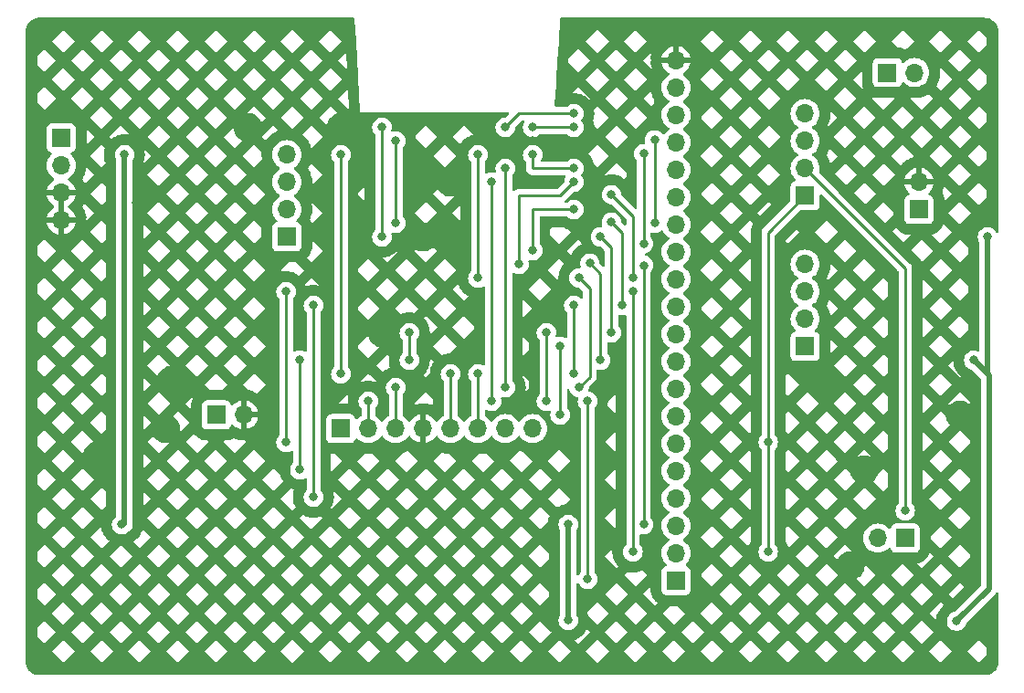
<source format=gbr>
%TF.GenerationSoftware,KiCad,Pcbnew,7.0.7*%
%TF.CreationDate,2023-09-28T17:43:59-05:00*%
%TF.ProjectId,CatLasers,4361744c-6173-4657-9273-2e6b69636164,rev?*%
%TF.SameCoordinates,Original*%
%TF.FileFunction,Copper,L2,Bot*%
%TF.FilePolarity,Positive*%
%FSLAX46Y46*%
G04 Gerber Fmt 4.6, Leading zero omitted, Abs format (unit mm)*
G04 Created by KiCad (PCBNEW 7.0.7) date 2023-09-28 17:43:59*
%MOMM*%
%LPD*%
G01*
G04 APERTURE LIST*
%TA.AperFunction,ComponentPad*%
%ADD10R,1.700000X1.700000*%
%TD*%
%TA.AperFunction,ComponentPad*%
%ADD11O,1.700000X1.700000*%
%TD*%
%TA.AperFunction,ViaPad*%
%ADD12C,0.800000*%
%TD*%
%TA.AperFunction,Conductor*%
%ADD13C,0.500000*%
%TD*%
%TA.AperFunction,Conductor*%
%ADD14C,0.250000*%
%TD*%
G04 APERTURE END LIST*
D10*
%TO.P,J9,1,Pin_1*%
%TO.N,unconnected-(J9-Pin_1-Pad1)*%
X117957500Y-49525000D03*
D11*
%TO.P,J9,2,Pin_2*%
%TO.N,unconnected-(J9-Pin_2-Pad2)*%
X117957500Y-46985000D03*
%TO.P,J9,3,Pin_3*%
%TO.N,/IR Emitter + Receiver/Rec_out*%
X117957500Y-44445000D03*
%TO.P,J9,4,Pin_4*%
%TO.N,/Buzzer/PWM*%
X117957500Y-41905000D03*
%TD*%
%TO.P,J8,2,Pin_2*%
%TO.N,/IR Emitter + Receiver/Vrec*%
X124700000Y-67310000D03*
D10*
%TO.P,J8,1,Pin_1*%
%TO.N,/IR Emitter + Receiver/RecSup*%
X127240000Y-67310000D03*
%TD*%
%TO.P,J7,1,Pin_1*%
%TO.N,18V*%
X49000000Y-30200000D03*
D11*
%TO.P,J7,2,Pin_2*%
%TO.N,3.3V*%
X49000000Y-32740000D03*
%TO.P,J7,3,Pin_3*%
%TO.N,GND*%
X49000000Y-35280000D03*
%TO.P,J7,4,Pin_4*%
X49000000Y-37820000D03*
%TD*%
D10*
%TO.P,J6,1,Pin_1*%
%TO.N,/IR Emitter + Receiver/Emit_Direct*%
X125577500Y-24135000D03*
D11*
%TO.P,J6,2,Pin_2*%
%TO.N,Net-(J6-Pin_2)*%
X128117500Y-24135000D03*
%TD*%
%TO.P,J5,20,Pin_20*%
%TO.N,GND*%
X106000000Y-22980000D03*
%TO.P,J5,19,Pin_19*%
%TO.N,Net-(J5-Pin_19)*%
X106000000Y-25520000D03*
%TO.P,J5,18,Pin_18*%
%TO.N,Net-(J5-Pin_18)*%
X106000000Y-28060000D03*
%TO.P,J5,17,Pin_17*%
%TO.N,Net-(J5-Pin_17)*%
X106000000Y-30600000D03*
%TO.P,J5,16,Pin_16*%
%TO.N,Net-(J5-Pin_16)*%
X106000000Y-33140000D03*
%TO.P,J5,15,Pin_15*%
%TO.N,Net-(J5-Pin_15)*%
X106000000Y-35680000D03*
%TO.P,J5,14,Pin_14*%
%TO.N,Net-(J5-Pin_14)*%
X106000000Y-38220000D03*
%TO.P,J5,13,Pin_13*%
%TO.N,Net-(J5-Pin_13)*%
X106000000Y-40760000D03*
%TO.P,J5,12,Pin_12*%
%TO.N,Net-(J5-Pin_12)*%
X106000000Y-43300000D03*
%TO.P,J5,11,Pin_11*%
%TO.N,Net-(J5-Pin_11)*%
X106000000Y-45840000D03*
%TO.P,J5,10,Pin_10*%
%TO.N,Net-(J5-Pin_10)*%
X106000000Y-48380000D03*
%TO.P,J5,9,Pin_9*%
%TO.N,Net-(J5-Pin_9)*%
X106000000Y-50920000D03*
%TO.P,J5,8,Pin_8*%
%TO.N,Net-(J5-Pin_8)*%
X106000000Y-53460000D03*
%TO.P,J5,7,Pin_7*%
%TO.N,Net-(J5-Pin_7)*%
X106000000Y-56000000D03*
%TO.P,J5,6,Pin_6*%
%TO.N,Net-(J5-Pin_6)*%
X106000000Y-58540000D03*
%TO.P,J5,5,Pin_5*%
%TO.N,Net-(J5-Pin_5)*%
X106000000Y-61080000D03*
%TO.P,J5,4,Pin_4*%
%TO.N,Net-(J5-Pin_4)*%
X106000000Y-63620000D03*
%TO.P,J5,3,Pin_3*%
%TO.N,Net-(J5-Pin_3)*%
X106000000Y-66160000D03*
%TO.P,J5,2,Pin_2*%
%TO.N,Net-(J5-Pin_2)*%
X106000000Y-68700000D03*
D10*
%TO.P,J5,1,Pin_1*%
%TO.N,Net-(J5-Pin_1)*%
X106000000Y-71240000D03*
%TD*%
%TO.P,J4,1,Pin_1*%
%TO.N,/IR Emitter + Receiver/Vsup*%
X117957500Y-35555000D03*
D11*
%TO.P,J4,2,Pin_2*%
%TO.N,/IR Emitter + Receiver/RecSup*%
X117957500Y-33015000D03*
%TO.P,J4,3,Pin_3*%
%TO.N,/IR Emitter + Receiver/Emit_Direct*%
X117957500Y-30475000D03*
%TO.P,J4,4,Pin_4*%
%TO.N,/IR Emitter + Receiver/Emit_MOS*%
X117957500Y-27935000D03*
%TD*%
D10*
%TO.P,J3,1,Pin_1*%
%TO.N,Net-(J3-Pin_1)*%
X69921500Y-39360000D03*
D11*
%TO.P,J3,2,Pin_2*%
%TO.N,Net-(J3-Pin_2)*%
X69921500Y-36820000D03*
%TO.P,J3,3,Pin_3*%
%TO.N,Net-(J3-Pin_3)*%
X69921500Y-34280000D03*
%TO.P,J3,4,Pin_4*%
%TO.N,Net-(J3-Pin_4)*%
X69921500Y-31740000D03*
%TD*%
D10*
%TO.P,J2,1,Pin_1*%
%TO.N,3.3V*%
X74930000Y-57150000D03*
D11*
%TO.P,J2,2,Pin_2*%
%TO.N,Net-(J2-Pin_2)*%
X77470000Y-57150000D03*
%TO.P,J2,3,Pin_3*%
%TO.N,Net-(J2-Pin_3)*%
X80010000Y-57150000D03*
%TO.P,J2,4,Pin_4*%
%TO.N,GND*%
X82550000Y-57150000D03*
%TO.P,J2,5,Pin_5*%
%TO.N,Net-(J2-Pin_5)*%
X85090000Y-57150000D03*
%TO.P,J2,6,Pin_6*%
%TO.N,Net-(J2-Pin_6)*%
X87630000Y-57150000D03*
%TO.P,J2,7,Pin_7*%
%TO.N,unconnected-(J2-Pin_7-Pad7)*%
X90170000Y-57150000D03*
%TO.P,J2,8,Pin_8*%
%TO.N,unconnected-(J2-Pin_8-Pad8)*%
X92710000Y-57150000D03*
%TD*%
D10*
%TO.P,J1,1,Pin_1*%
%TO.N,Net-(J1-Pin_1)*%
X128510000Y-36830000D03*
D11*
%TO.P,J1,2,Pin_2*%
%TO.N,GND*%
X128510000Y-34290000D03*
%TD*%
%TO.P,BT1,2,-*%
%TO.N,GND*%
X65920500Y-55880000D03*
D10*
%TO.P,BT1,1,+*%
%TO.N,/PowerSupply/VBatt*%
X63380500Y-55880000D03*
%TD*%
D12*
%TO.N,GND*%
X85090000Y-39370000D03*
X82550000Y-39370000D03*
X85090000Y-34290000D03*
X82550000Y-34290000D03*
X122160000Y-69850000D03*
%TO.N,18V*%
X133590000Y-50800000D03*
X132000000Y-75000000D03*
X96000000Y-74930000D03*
X134860000Y-39370000D03*
X96000000Y-66040000D03*
X54871500Y-31750000D03*
X54610000Y-66040000D03*
%TO.N,GND*%
X119620000Y-53340000D03*
X132320000Y-55880000D03*
X123430000Y-60960000D03*
%TO.N,/IR Emitter + Receiver/Vsup*%
X114540000Y-68580000D03*
X114540000Y-58420000D03*
%TO.N,GND*%
X55927500Y-36237500D03*
X66301500Y-29210000D03*
X58681500Y-57150000D03*
X52331500Y-59690000D03*
X92710000Y-30480000D03*
X78740000Y-48260000D03*
X74930000Y-29210000D03*
%TO.N,/IR Emitter + Receiver/RecSup*%
X127240000Y-64770000D03*
%TO.N,Net-(J5-Pin_19)*%
X78740000Y-39370000D03*
X78740000Y-29210000D03*
X90170000Y-29210000D03*
X96520000Y-27940000D03*
%TO.N,Net-(J5-Pin_18)*%
X80010000Y-38100000D03*
X80010000Y-30480000D03*
X92710000Y-29210000D03*
X96520000Y-29210000D03*
%TO.N,Net-(J5-Pin_17)*%
X87630000Y-43180000D03*
X87630000Y-31750000D03*
X92710000Y-31750000D03*
X96520000Y-33020000D03*
%TO.N,Net-(J5-Pin_16)*%
X91440000Y-41910000D03*
X96520000Y-34290000D03*
%TO.N,Net-(J5-Pin_15)*%
X92710000Y-40640000D03*
X96520000Y-36830000D03*
%TO.N,Net-(J5-Pin_1)*%
X97790000Y-71120000D03*
X97790000Y-54610000D03*
X93980000Y-48260000D03*
X93980000Y-54610000D03*
%TO.N,Net-(J5-Pin_7)*%
X95250000Y-49530000D03*
X95250000Y-55880000D03*
%TO.N,Net-(J5-Pin_6)*%
X69850000Y-44450000D03*
X69850000Y-58420000D03*
%TO.N,Net-(J5-Pin_5)*%
X71120000Y-50800000D03*
X81280000Y-50800000D03*
X81280000Y-48260000D03*
X71125000Y-60955000D03*
%TO.N,Net-(J5-Pin_4)*%
X72390000Y-63500000D03*
X72390000Y-45720000D03*
%TO.N,Net-(J2-Pin_6)*%
X96520000Y-52070000D03*
X96520000Y-45720000D03*
X87630000Y-52070000D03*
%TO.N,Net-(J2-Pin_2)*%
X77470000Y-54610000D03*
X88900000Y-54610000D03*
X88900000Y-34290000D03*
%TO.N,Net-(J2-Pin_3)*%
X80010000Y-53340000D03*
X90170000Y-53340000D03*
X90170000Y-33020000D03*
%TO.N,Net-(J2-Pin_5)*%
X85090000Y-52070000D03*
X74930000Y-52070000D03*
X74930000Y-31750000D03*
%TO.N,Net-(J5-Pin_2)*%
X102000000Y-68575000D03*
X102000000Y-44445000D03*
%TO.N,Net-(J5-Pin_3)*%
X103000000Y-66035000D03*
X103000000Y-42000000D03*
%TO.N,Net-(J5-Pin_8)*%
X97000000Y-53335000D03*
X97000000Y-43175000D03*
%TO.N,Net-(J5-Pin_9)*%
X99000000Y-50795000D03*
X98000000Y-41805000D03*
%TO.N,Net-(J5-Pin_10)*%
X100000000Y-48255000D03*
X99000000Y-39365000D03*
%TO.N,Net-(J5-Pin_11)*%
X100000000Y-37995000D03*
X101000000Y-45715000D03*
%TO.N,Net-(J5-Pin_12)*%
X102000000Y-43175000D03*
X100000000Y-35455000D03*
%TO.N,Net-(J5-Pin_13)*%
X103000000Y-40000000D03*
X103000000Y-31645000D03*
%TO.N,Net-(J5-Pin_14)*%
X104000000Y-30375000D03*
X104000000Y-38095000D03*
%TO.N,GND*%
X59243768Y-52645694D03*
%TD*%
D13*
%TO.N,18V*%
X135000000Y-52210000D02*
X134860000Y-52070000D01*
X132000000Y-75000000D02*
X135000000Y-72000000D01*
X135000000Y-72000000D02*
X135000000Y-52210000D01*
D14*
%TO.N,Net-(J5-Pin_3)*%
X103000000Y-66035000D02*
X103000000Y-42000000D01*
%TO.N,Net-(J5-Pin_2)*%
X102000000Y-68575000D02*
X102000000Y-44445000D01*
D13*
%TO.N,18V*%
X96000000Y-74930000D02*
X96000000Y-66040000D01*
D14*
%TO.N,Net-(J5-Pin_14)*%
X104000000Y-38095000D02*
X104000000Y-30375000D01*
%TO.N,Net-(J5-Pin_13)*%
X103000000Y-40000000D02*
X103000000Y-31645000D01*
%TO.N,Net-(J5-Pin_12)*%
X102000000Y-37455000D02*
X100000000Y-35455000D01*
X102000000Y-43175000D02*
X102000000Y-37455000D01*
%TO.N,Net-(J5-Pin_11)*%
X101000000Y-38995000D02*
X100000000Y-37995000D01*
X101000000Y-45715000D02*
X101000000Y-38995000D01*
%TO.N,Net-(J5-Pin_10)*%
X100000000Y-40365000D02*
X99000000Y-39365000D01*
X100000000Y-48255000D02*
X100000000Y-40365000D01*
%TO.N,Net-(J5-Pin_9)*%
X99000000Y-42805000D02*
X98000000Y-41805000D01*
X99000000Y-50795000D02*
X99000000Y-42805000D01*
%TO.N,Net-(J5-Pin_8)*%
X98000000Y-52335000D02*
X97000000Y-53335000D01*
X98000000Y-44175000D02*
X98000000Y-52335000D01*
X97000000Y-43175000D02*
X98000000Y-44175000D01*
D13*
%TO.N,18V*%
X134860000Y-52070000D02*
X133590000Y-50800000D01*
X134860000Y-52070000D02*
X134860000Y-39370000D01*
X54871500Y-31750000D02*
X54871500Y-66040000D01*
D14*
%TO.N,/IR Emitter + Receiver/Vsup*%
X114540000Y-38972500D02*
X117957500Y-35555000D01*
X114540000Y-58420000D02*
X114540000Y-38972500D01*
X114540000Y-58420000D02*
X114540000Y-68580000D01*
%TO.N,/IR Emitter + Receiver/RecSup*%
X127240000Y-42297500D02*
X117957500Y-33015000D01*
X127240000Y-64770000D02*
X127240000Y-42297500D01*
%TO.N,Net-(J5-Pin_19)*%
X78740000Y-29210000D02*
X78740000Y-39370000D01*
X91440000Y-27940000D02*
X90170000Y-29210000D01*
X96520000Y-27940000D02*
X91440000Y-27940000D01*
%TO.N,Net-(J5-Pin_18)*%
X80010000Y-30480000D02*
X80010000Y-38100000D01*
X96520000Y-29210000D02*
X92710000Y-29210000D01*
%TO.N,Net-(J5-Pin_17)*%
X87630000Y-43180000D02*
X87630000Y-31750000D01*
X92710000Y-33020000D02*
X92710000Y-31750000D01*
X96520000Y-33020000D02*
X92710000Y-33020000D01*
%TO.N,Net-(J5-Pin_16)*%
X91440000Y-35560000D02*
X91440000Y-41910000D01*
X95250000Y-35560000D02*
X91440000Y-35560000D01*
X96520000Y-34290000D02*
X95250000Y-35560000D01*
%TO.N,Net-(J5-Pin_15)*%
X96520000Y-36830000D02*
X92710000Y-36830000D01*
X92710000Y-36830000D02*
X92710000Y-40640000D01*
%TO.N,Net-(J2-Pin_2)*%
X88900000Y-34290000D02*
X88900000Y-54610000D01*
%TO.N,Net-(J5-Pin_1)*%
X97790000Y-54610000D02*
X97790000Y-71120000D01*
X93980000Y-48260000D02*
X93980000Y-54610000D01*
%TO.N,Net-(J5-Pin_7)*%
X95250000Y-55880000D02*
X95250000Y-49530000D01*
%TO.N,Net-(J5-Pin_6)*%
X69850000Y-58420000D02*
X69850000Y-44450000D01*
%TO.N,Net-(J5-Pin_5)*%
X71120000Y-60950000D02*
X71125000Y-60955000D01*
X71120000Y-50800000D02*
X71120000Y-60950000D01*
X81280000Y-48260000D02*
X81280000Y-50800000D01*
%TO.N,Net-(J5-Pin_4)*%
X72390000Y-63500000D02*
X72390000Y-45720000D01*
%TO.N,Net-(J2-Pin_6)*%
X87630000Y-52070000D02*
X87630000Y-57150000D01*
X96520000Y-45720000D02*
X96520000Y-52070000D01*
%TO.N,Net-(J2-Pin_2)*%
X77470000Y-54610000D02*
X77470000Y-57150000D01*
%TO.N,Net-(J2-Pin_3)*%
X80010000Y-53340000D02*
X80010000Y-57150000D01*
X90170000Y-33020000D02*
X90170000Y-53340000D01*
%TO.N,Net-(J2-Pin_5)*%
X85090000Y-52070000D02*
X85090000Y-57150000D01*
X74930000Y-31750000D02*
X74930000Y-52070000D01*
%TD*%
%TA.AperFunction,Conductor*%
%TO.N,GND*%
G36*
X49177510Y-35779507D02*
G01*
X49230314Y-35825261D01*
X49249999Y-35892301D01*
X49250000Y-36430000D01*
X49249999Y-37207698D01*
X49230314Y-37274738D01*
X49177510Y-37320492D01*
X49108353Y-37330436D01*
X49035764Y-37320000D01*
X49035763Y-37320000D01*
X48964237Y-37320000D01*
X48964233Y-37320000D01*
X48891645Y-37330436D01*
X48822487Y-37320492D01*
X48769684Y-37274736D01*
X48750000Y-37207698D01*
X48750000Y-35892301D01*
X48769685Y-35825262D01*
X48822489Y-35779507D01*
X48891647Y-35769563D01*
X48964237Y-35780000D01*
X48964238Y-35780000D01*
X49035762Y-35780000D01*
X49035763Y-35780000D01*
X49108352Y-35769563D01*
X49177510Y-35779507D01*
G37*
%TD.AperFunction*%
%TA.AperFunction,Conductor*%
G36*
X76082605Y-19039428D02*
G01*
X76149638Y-19059124D01*
X76195383Y-19111937D01*
X76206356Y-19156003D01*
X76330968Y-21234051D01*
X76724999Y-27804999D01*
X76725000Y-27805000D01*
X90391047Y-27805000D01*
X90458086Y-27824685D01*
X90503841Y-27877489D01*
X90513785Y-27946647D01*
X90484760Y-28010203D01*
X90478728Y-28016681D01*
X90222228Y-28273181D01*
X90160905Y-28306666D01*
X90134547Y-28309500D01*
X90075354Y-28309500D01*
X90042897Y-28316398D01*
X89890197Y-28348855D01*
X89890192Y-28348857D01*
X89717270Y-28425848D01*
X89717265Y-28425851D01*
X89564129Y-28537111D01*
X89437466Y-28677785D01*
X89342821Y-28841715D01*
X89342818Y-28841722D01*
X89287878Y-29010811D01*
X89284326Y-29021744D01*
X89264540Y-29210000D01*
X89284326Y-29398256D01*
X89284327Y-29398259D01*
X89342818Y-29578277D01*
X89342821Y-29578284D01*
X89437467Y-29742216D01*
X89539185Y-29855185D01*
X89564129Y-29882888D01*
X89717265Y-29994148D01*
X89717270Y-29994151D01*
X89890192Y-30071142D01*
X89890197Y-30071144D01*
X90075354Y-30110500D01*
X90075355Y-30110500D01*
X90264644Y-30110500D01*
X90264646Y-30110500D01*
X90449803Y-30071144D01*
X90622730Y-29994151D01*
X90775871Y-29882888D01*
X90902533Y-29742216D01*
X90997179Y-29578284D01*
X91055674Y-29398256D01*
X91073321Y-29230344D01*
X91099904Y-29165734D01*
X91108950Y-29155639D01*
X91662771Y-28601819D01*
X91724095Y-28568334D01*
X91750453Y-28565500D01*
X91827520Y-28565500D01*
X91894559Y-28585185D01*
X91940314Y-28637989D01*
X91950258Y-28707147D01*
X91934907Y-28751500D01*
X91882821Y-28841715D01*
X91882818Y-28841722D01*
X91827878Y-29010811D01*
X91824326Y-29021744D01*
X91804540Y-29210000D01*
X91824326Y-29398256D01*
X91824327Y-29398259D01*
X91882818Y-29578277D01*
X91882821Y-29578284D01*
X91977467Y-29742216D01*
X92079185Y-29855185D01*
X92104129Y-29882888D01*
X92257265Y-29994148D01*
X92257270Y-29994151D01*
X92430192Y-30071142D01*
X92430197Y-30071144D01*
X92615354Y-30110500D01*
X92615355Y-30110500D01*
X92804644Y-30110500D01*
X92804646Y-30110500D01*
X92989803Y-30071144D01*
X93162730Y-29994151D01*
X93315871Y-29882888D01*
X93318788Y-29879647D01*
X93321600Y-29876526D01*
X93381087Y-29839879D01*
X93413748Y-29835500D01*
X95816252Y-29835500D01*
X95883291Y-29855185D01*
X95908400Y-29876526D01*
X95914126Y-29882885D01*
X95914130Y-29882889D01*
X96067265Y-29994148D01*
X96067270Y-29994151D01*
X96240192Y-30071142D01*
X96240197Y-30071144D01*
X96425354Y-30110500D01*
X96425355Y-30110500D01*
X96614644Y-30110500D01*
X96614646Y-30110500D01*
X96791607Y-30072886D01*
X99414878Y-30072886D01*
X100476953Y-31134961D01*
X101539027Y-30072886D01*
X100476953Y-29010812D01*
X99414878Y-30072886D01*
X96791607Y-30072886D01*
X96799803Y-30071144D01*
X96972730Y-29994151D01*
X97125871Y-29882888D01*
X97252533Y-29742216D01*
X97347179Y-29578284D01*
X97405674Y-29398256D01*
X97425460Y-29210000D01*
X97405674Y-29021744D01*
X97347179Y-28841716D01*
X97252533Y-28677784D01*
X97234693Y-28657971D01*
X97204464Y-28594981D01*
X97206950Y-28575000D01*
X98309876Y-28575000D01*
X98363409Y-28739753D01*
X98364331Y-28742866D01*
X98375341Y-28783957D01*
X98376099Y-28787115D01*
X98387641Y-28841426D01*
X98388232Y-28844616D01*
X98394882Y-28886605D01*
X98395305Y-28889823D01*
X98414506Y-29072515D01*
X98709185Y-29367194D01*
X99771260Y-28305119D01*
X101182645Y-28305119D01*
X102244720Y-29367194D01*
X103306794Y-28305119D01*
X102244720Y-27243045D01*
X101182645Y-28305119D01*
X99771260Y-28305119D01*
X98709185Y-27243044D01*
X98386442Y-27565787D01*
X98387641Y-27571426D01*
X98388232Y-27574616D01*
X98394881Y-27616605D01*
X98395305Y-27619823D01*
X98420894Y-27863291D01*
X98421149Y-27866527D01*
X98423375Y-27908994D01*
X98423460Y-27912240D01*
X98423460Y-27967760D01*
X98423375Y-27971006D01*
X98421149Y-28013473D01*
X98420894Y-28016709D01*
X98395305Y-28260177D01*
X98394881Y-28263395D01*
X98388232Y-28305384D01*
X98387641Y-28308574D01*
X98376099Y-28362885D01*
X98375341Y-28366043D01*
X98364331Y-28407134D01*
X98363409Y-28410247D01*
X98309876Y-28575000D01*
X97206950Y-28575000D01*
X97213089Y-28525646D01*
X97234694Y-28492028D01*
X97252533Y-28472216D01*
X97347179Y-28308284D01*
X97405674Y-28128256D01*
X97425460Y-27940000D01*
X97405674Y-27751744D01*
X97347179Y-27571716D01*
X97252533Y-27407784D01*
X97125871Y-27267112D01*
X97125870Y-27267111D01*
X96972734Y-27155851D01*
X96972729Y-27155848D01*
X96799807Y-27078857D01*
X96799802Y-27078855D01*
X96654001Y-27047865D01*
X96614646Y-27039500D01*
X96425354Y-27039500D01*
X96392897Y-27046398D01*
X96240197Y-27078855D01*
X96240192Y-27078857D01*
X96067270Y-27155848D01*
X96067265Y-27155851D01*
X95914130Y-27267110D01*
X95914126Y-27267114D01*
X95908400Y-27273474D01*
X95848913Y-27310121D01*
X95816252Y-27314500D01*
X94886072Y-27314500D01*
X94819033Y-27294815D01*
X94773278Y-27242011D01*
X94762294Y-27183078D01*
X94830680Y-26042648D01*
X96374047Y-26042648D01*
X96394338Y-26041585D01*
X96397584Y-26041500D01*
X96642416Y-26041500D01*
X96645662Y-26041585D01*
X96688146Y-26043812D01*
X96691385Y-26044067D01*
X96746601Y-26049874D01*
X96749816Y-26050297D01*
X96791800Y-26056947D01*
X96794992Y-26057538D01*
X97034447Y-26108435D01*
X97037604Y-26109193D01*
X97078672Y-26120197D01*
X97081783Y-26121118D01*
X97134591Y-26138275D01*
X97137654Y-26139359D01*
X97177367Y-26154604D01*
X97180367Y-26155847D01*
X97404010Y-26255421D01*
X97406938Y-26256818D01*
X97444810Y-26276113D01*
X97447664Y-26277662D01*
X97495748Y-26305422D01*
X97498516Y-26307118D01*
X97534196Y-26330287D01*
X97536873Y-26332127D01*
X97734940Y-26476030D01*
X97737517Y-26478007D01*
X97770562Y-26504768D01*
X97773029Y-26506875D01*
X97814290Y-26544025D01*
X97816645Y-26546261D01*
X97846717Y-26576333D01*
X97848952Y-26578687D01*
X97902589Y-26638257D01*
X98003493Y-26537352D01*
X99414878Y-26537352D01*
X100476953Y-27599427D01*
X101539027Y-26537352D01*
X102950411Y-26537352D01*
X103759776Y-27346717D01*
X103768442Y-27314377D01*
X103779919Y-27277977D01*
X103796671Y-27231961D01*
X103811258Y-27196744D01*
X103931820Y-26938202D01*
X103949435Y-26904365D01*
X103973919Y-26861960D01*
X103994408Y-26829798D01*
X104022274Y-26790000D01*
X103994404Y-26750198D01*
X103973903Y-26718018D01*
X103949420Y-26675607D01*
X103931815Y-26641788D01*
X103811258Y-26383256D01*
X103796671Y-26348039D01*
X103779919Y-26302023D01*
X103768442Y-26265623D01*
X103694605Y-25990053D01*
X103686349Y-25952811D01*
X103677846Y-25904587D01*
X103672869Y-25866779D01*
X103668694Y-25819069D01*
X102950411Y-26537352D01*
X101539027Y-26537352D01*
X100476952Y-25475277D01*
X99414878Y-26537352D01*
X98003493Y-26537352D01*
X96941418Y-25475277D01*
X96374047Y-26042648D01*
X94830680Y-26042648D01*
X94871304Y-25365198D01*
X94907020Y-24769586D01*
X97647110Y-24769586D01*
X98709185Y-25831661D01*
X99771261Y-24769586D01*
X101182645Y-24769586D01*
X102244720Y-25831661D01*
X103306794Y-24769586D01*
X102244720Y-23707511D01*
X101182645Y-24769586D01*
X99771261Y-24769586D01*
X98709186Y-23707511D01*
X97647110Y-24769586D01*
X94907020Y-24769586D01*
X95005475Y-23127742D01*
X96005267Y-23127742D01*
X96941419Y-24063894D01*
X98003494Y-23001819D01*
X99414878Y-23001819D01*
X100476952Y-24063894D01*
X101539028Y-23001819D01*
X102950411Y-23001819D01*
X103829253Y-23880660D01*
X103811731Y-23843083D01*
X103797143Y-23807867D01*
X103780392Y-23761852D01*
X103768915Y-23725455D01*
X103644281Y-23260318D01*
X103642439Y-23204033D01*
X103687002Y-22979999D01*
X103642439Y-22755967D01*
X103644281Y-22699682D01*
X103768915Y-22234545D01*
X103780392Y-22198148D01*
X103795451Y-22156779D01*
X102950411Y-23001819D01*
X101539028Y-23001819D01*
X100476953Y-21939744D01*
X99414878Y-23001819D01*
X98003494Y-23001819D01*
X96941418Y-21939743D01*
X96021332Y-22859829D01*
X96005267Y-23127742D01*
X95005475Y-23127742D01*
X95119031Y-21234051D01*
X97647110Y-21234051D01*
X98709186Y-22296127D01*
X99771261Y-21234051D01*
X101182644Y-21234051D01*
X102244720Y-22296127D01*
X103306795Y-21234052D01*
X103306794Y-21234051D01*
X108253712Y-21234051D01*
X109315788Y-22296127D01*
X110377863Y-21234052D01*
X110377862Y-21234051D01*
X111789246Y-21234051D01*
X112851322Y-22296127D01*
X113913397Y-21234052D01*
X113913396Y-21234051D01*
X115324780Y-21234051D01*
X116386856Y-22296126D01*
X117448931Y-21234052D01*
X117448930Y-21234051D01*
X118860314Y-21234051D01*
X119922390Y-22296127D01*
X120984465Y-21234052D01*
X120984464Y-21234051D01*
X122395848Y-21234051D01*
X123457923Y-22296127D01*
X124519999Y-21234052D01*
X124519998Y-21234051D01*
X125931382Y-21234051D01*
X126483831Y-21786500D01*
X126490410Y-21786500D01*
X126513834Y-21787128D01*
X126543836Y-21788738D01*
X126567136Y-21790614D01*
X126674600Y-21802169D01*
X126678435Y-21802702D01*
X126728438Y-21811263D01*
X126732234Y-21812036D01*
X126796715Y-21827271D01*
X126800455Y-21828279D01*
X126849026Y-21843012D01*
X126852696Y-21844252D01*
X127054076Y-21919361D01*
X127058167Y-21921055D01*
X127110932Y-21945153D01*
X127114891Y-21947134D01*
X127178214Y-21981711D01*
X127254244Y-21946258D01*
X127289461Y-21931671D01*
X127335477Y-21914919D01*
X127371877Y-21903442D01*
X127391363Y-21898220D01*
X128055532Y-21234051D01*
X129466916Y-21234051D01*
X130528991Y-22296126D01*
X131591066Y-21234052D01*
X133002450Y-21234052D01*
X134064525Y-22296127D01*
X134805220Y-21555431D01*
X134805220Y-20912671D01*
X134064525Y-20171976D01*
X133002450Y-21234052D01*
X131591066Y-21234052D01*
X130528990Y-20171976D01*
X129466916Y-21234051D01*
X128055532Y-21234051D01*
X126993457Y-20171976D01*
X125931382Y-21234051D01*
X124519998Y-21234051D01*
X123457923Y-20171976D01*
X122395848Y-21234051D01*
X120984464Y-21234051D01*
X119922389Y-20171976D01*
X118860314Y-21234051D01*
X117448930Y-21234051D01*
X116386855Y-20171976D01*
X115324780Y-21234051D01*
X113913396Y-21234051D01*
X112851321Y-20171976D01*
X111789246Y-21234051D01*
X110377862Y-21234051D01*
X109315787Y-20171976D01*
X108253712Y-21234051D01*
X103306794Y-21234051D01*
X102244719Y-20171976D01*
X101182644Y-21234051D01*
X99771261Y-21234051D01*
X98709185Y-20171976D01*
X97647110Y-21234051D01*
X95119031Y-21234051D01*
X95243424Y-19159649D01*
X95267086Y-19093911D01*
X95322535Y-19051399D01*
X95367217Y-19043075D01*
X134568150Y-19050489D01*
X134568187Y-19050500D01*
X134617562Y-19050500D01*
X134622426Y-19050690D01*
X134676977Y-19054984D01*
X134817579Y-19067285D01*
X134835696Y-19070235D01*
X134916020Y-19089520D01*
X134932406Y-19093911D01*
X135026713Y-19119181D01*
X135034400Y-19121790D01*
X135071685Y-19137233D01*
X135120959Y-19157643D01*
X135219955Y-19203806D01*
X135226154Y-19207136D01*
X135306778Y-19256543D01*
X135309926Y-19258608D01*
X135396606Y-19319302D01*
X135401285Y-19322924D01*
X135473840Y-19384892D01*
X135477389Y-19388173D01*
X135551824Y-19462608D01*
X135555109Y-19466162D01*
X135617070Y-19538708D01*
X135620707Y-19543406D01*
X135681385Y-19630064D01*
X135683462Y-19633231D01*
X135732862Y-19713845D01*
X135736192Y-19720042D01*
X135779373Y-19812643D01*
X135782358Y-19819043D01*
X135818208Y-19905598D01*
X135820817Y-19913284D01*
X135850485Y-20024002D01*
X135869760Y-20104290D01*
X135872714Y-20122429D01*
X135885020Y-20263083D01*
X135889309Y-20317575D01*
X135889500Y-20322441D01*
X135889500Y-38889372D01*
X135869815Y-38956411D01*
X135817011Y-39002166D01*
X135747853Y-39012110D01*
X135684297Y-38983085D01*
X135658113Y-38951372D01*
X135627202Y-38897833D01*
X135592533Y-38837784D01*
X135465871Y-38697112D01*
X135458988Y-38692111D01*
X135312734Y-38585851D01*
X135312729Y-38585848D01*
X135139807Y-38508857D01*
X135139802Y-38508855D01*
X134994001Y-38477865D01*
X134954646Y-38469500D01*
X134765354Y-38469500D01*
X134732897Y-38476398D01*
X134580197Y-38508855D01*
X134580192Y-38508857D01*
X134407270Y-38585848D01*
X134407265Y-38585851D01*
X134254129Y-38697111D01*
X134127466Y-38837785D01*
X134032821Y-39001715D01*
X134032818Y-39001722D01*
X133975584Y-39177872D01*
X133974326Y-39181744D01*
X133963689Y-39282951D01*
X133955066Y-39365000D01*
X133954540Y-39370000D01*
X133974326Y-39558256D01*
X133974327Y-39558259D01*
X134032818Y-39738277D01*
X134032821Y-39738284D01*
X134092887Y-39842321D01*
X134109500Y-39904321D01*
X134109500Y-49854633D01*
X134089815Y-49921672D01*
X134037011Y-49967427D01*
X133967853Y-49977371D01*
X133935064Y-49967912D01*
X133869807Y-49938857D01*
X133869802Y-49938855D01*
X133724000Y-49907865D01*
X133684646Y-49899500D01*
X133495354Y-49899500D01*
X133462897Y-49906398D01*
X133310197Y-49938855D01*
X133310192Y-49938857D01*
X133137270Y-50015848D01*
X133137265Y-50015851D01*
X132984129Y-50127111D01*
X132857466Y-50267785D01*
X132762821Y-50431715D01*
X132762818Y-50431722D01*
X132704327Y-50611740D01*
X132704326Y-50611744D01*
X132687799Y-50768994D01*
X132685066Y-50795000D01*
X132684540Y-50800000D01*
X132704326Y-50988256D01*
X132704327Y-50988259D01*
X132762818Y-51168277D01*
X132762821Y-51168284D01*
X132857467Y-51332216D01*
X132915899Y-51397111D01*
X132984129Y-51472888D01*
X133137265Y-51584148D01*
X133137270Y-51584151D01*
X133310191Y-51661142D01*
X133310194Y-51661142D01*
X133310197Y-51661144D01*
X133341757Y-51667852D01*
X133375329Y-51674988D01*
X133436811Y-51708180D01*
X133437230Y-51708597D01*
X134213181Y-52484548D01*
X134246666Y-52545871D01*
X134249500Y-52572229D01*
X134249500Y-71637769D01*
X134229815Y-71704808D01*
X134213181Y-71725450D01*
X131847228Y-74091402D01*
X131785905Y-74124887D01*
X131785329Y-74125011D01*
X131720196Y-74138856D01*
X131720192Y-74138857D01*
X131547270Y-74215848D01*
X131547265Y-74215851D01*
X131394129Y-74327111D01*
X131267466Y-74467785D01*
X131172821Y-74631715D01*
X131172818Y-74631722D01*
X131114327Y-74811740D01*
X131114326Y-74811744D01*
X131094540Y-75000000D01*
X131114326Y-75188256D01*
X131114327Y-75188259D01*
X131172818Y-75368277D01*
X131172821Y-75368284D01*
X131267467Y-75532216D01*
X131331101Y-75602888D01*
X131394129Y-75672888D01*
X131547265Y-75784148D01*
X131547270Y-75784151D01*
X131720192Y-75861142D01*
X131720197Y-75861144D01*
X131905354Y-75900500D01*
X131905355Y-75900500D01*
X132094644Y-75900500D01*
X132094646Y-75900500D01*
X132279803Y-75861144D01*
X132452730Y-75784151D01*
X132605871Y-75672888D01*
X132732533Y-75532216D01*
X132827179Y-75368284D01*
X132882522Y-75197955D01*
X132912769Y-75148597D01*
X135485638Y-72575727D01*
X135499267Y-72563950D01*
X135518530Y-72549610D01*
X135518532Y-72549606D01*
X135518534Y-72549606D01*
X135547400Y-72515203D01*
X135552113Y-72509585D01*
X135555767Y-72505599D01*
X135561591Y-72499776D01*
X135581930Y-72474052D01*
X135631302Y-72415214D01*
X135631306Y-72415205D01*
X135635274Y-72409175D01*
X135635325Y-72409208D01*
X135639372Y-72402856D01*
X135639320Y-72402824D01*
X135643110Y-72396679D01*
X135653117Y-72375219D01*
X135699289Y-72322779D01*
X135766482Y-72303626D01*
X135833364Y-72323841D01*
X135878699Y-72377006D01*
X135889500Y-72427622D01*
X135889500Y-78737558D01*
X135889309Y-78742424D01*
X135885020Y-78796916D01*
X135872714Y-78937569D01*
X135869760Y-78955707D01*
X135850485Y-79035997D01*
X135820817Y-79146714D01*
X135818208Y-79154399D01*
X135782358Y-79240956D01*
X135736192Y-79339956D01*
X135732862Y-79346153D01*
X135683462Y-79426767D01*
X135681385Y-79429934D01*
X135620707Y-79516592D01*
X135617062Y-79521300D01*
X135555118Y-79593827D01*
X135551812Y-79597403D01*
X135477403Y-79671812D01*
X135473827Y-79675118D01*
X135401300Y-79737062D01*
X135396592Y-79740707D01*
X135309934Y-79801385D01*
X135306767Y-79803462D01*
X135226153Y-79852862D01*
X135219956Y-79856192D01*
X135120956Y-79902358D01*
X135034395Y-79938211D01*
X135026707Y-79940821D01*
X134987022Y-79951453D01*
X134955006Y-79955678D01*
X46989011Y-80009226D01*
X46984107Y-80009035D01*
X46933101Y-80005021D01*
X46792430Y-79992714D01*
X46774290Y-79989760D01*
X46694002Y-79970485D01*
X46583284Y-79940817D01*
X46575598Y-79938208D01*
X46489043Y-79902358D01*
X46390042Y-79856192D01*
X46383845Y-79852862D01*
X46303231Y-79803462D01*
X46300064Y-79801385D01*
X46267182Y-79778361D01*
X46213399Y-79740702D01*
X46208708Y-79737070D01*
X46136162Y-79675109D01*
X46132608Y-79671824D01*
X46058173Y-79597389D01*
X46054892Y-79593840D01*
X45992924Y-79521285D01*
X45989302Y-79516606D01*
X45928608Y-79429926D01*
X45926543Y-79426778D01*
X45877136Y-79346153D01*
X45873806Y-79339955D01*
X45827642Y-79240956D01*
X45807233Y-79191685D01*
X45791790Y-79154400D01*
X45789181Y-79146713D01*
X45759514Y-79035997D01*
X45740235Y-78955696D01*
X45737285Y-78937579D01*
X45724979Y-78796916D01*
X45720689Y-78742408D01*
X45720499Y-78737571D01*
X45720234Y-77802594D01*
X48149637Y-77802594D01*
X49211711Y-78864668D01*
X50273785Y-77802594D01*
X51685171Y-77802594D01*
X52747245Y-78864668D01*
X53809320Y-77802593D01*
X55220704Y-77802593D01*
X56282779Y-78864668D01*
X57344852Y-77802594D01*
X58756238Y-77802594D01*
X59818312Y-78864668D01*
X60880386Y-77802594D01*
X62291771Y-77802594D01*
X63353846Y-78864668D01*
X64415920Y-77802594D01*
X65827305Y-77802594D01*
X66889380Y-78864668D01*
X67951454Y-77802594D01*
X69362840Y-77802594D01*
X70424914Y-78864668D01*
X71486988Y-77802594D01*
X72898374Y-77802594D01*
X73960448Y-78864668D01*
X75022522Y-77802594D01*
X76433908Y-77802594D01*
X77495982Y-78864668D01*
X78558056Y-77802594D01*
X79969442Y-77802594D01*
X81031351Y-78864503D01*
X81031682Y-78864502D01*
X82093590Y-77802594D01*
X83504976Y-77802594D01*
X84564733Y-78862351D01*
X84569369Y-78862349D01*
X85629124Y-77802594D01*
X87040510Y-77802594D01*
X88098116Y-78860200D01*
X88107056Y-78860195D01*
X89164657Y-77802594D01*
X90576043Y-77802594D01*
X91631499Y-78858050D01*
X91644743Y-78858042D01*
X92700191Y-77802594D01*
X94111577Y-77802594D01*
X95164882Y-78855899D01*
X95182431Y-78855888D01*
X96235725Y-77802594D01*
X97647111Y-77802594D01*
X98698265Y-78853748D01*
X98720118Y-78853735D01*
X99771259Y-77802594D01*
X101182645Y-77802594D01*
X102231648Y-78851597D01*
X102257806Y-78851581D01*
X103306793Y-77802594D01*
X104718179Y-77802594D01*
X105765031Y-78849446D01*
X105795493Y-78849428D01*
X106842327Y-77802594D01*
X108253713Y-77802594D01*
X109298414Y-78847295D01*
X109333181Y-78847274D01*
X110377861Y-77802594D01*
X111789247Y-77802594D01*
X112831797Y-78845144D01*
X112870868Y-78845121D01*
X113913395Y-77802594D01*
X115324781Y-77802594D01*
X116365180Y-78842993D01*
X116408556Y-78842967D01*
X117448929Y-77802594D01*
X118860315Y-77802594D01*
X119898563Y-78840842D01*
X119946243Y-78840814D01*
X120984463Y-77802594D01*
X122395849Y-77802594D01*
X123431947Y-78838692D01*
X123483931Y-78838660D01*
X124519997Y-77802594D01*
X125931383Y-77802594D01*
X126965330Y-78836541D01*
X127021618Y-78836507D01*
X128055531Y-77802594D01*
X129466916Y-77802594D01*
X130498712Y-78834390D01*
X130559305Y-78834353D01*
X131591064Y-77802594D01*
X133002450Y-77802594D01*
X134032095Y-78832239D01*
X134096992Y-78832200D01*
X134805220Y-78123972D01*
X134805220Y-77481214D01*
X134064524Y-76740519D01*
X133002450Y-77802594D01*
X131591064Y-77802594D01*
X131591065Y-77802593D01*
X130528991Y-76740519D01*
X129466916Y-77802594D01*
X128055531Y-77802594D01*
X128055532Y-77802593D01*
X126993457Y-76740519D01*
X125931383Y-77802594D01*
X124519997Y-77802594D01*
X124519998Y-77802593D01*
X123457924Y-76740519D01*
X122395849Y-77802594D01*
X120984463Y-77802594D01*
X120984464Y-77802593D01*
X119922390Y-76740519D01*
X118860315Y-77802594D01*
X117448929Y-77802594D01*
X117448930Y-77802593D01*
X116386856Y-76740519D01*
X115324781Y-77802594D01*
X113913395Y-77802594D01*
X113913396Y-77802593D01*
X112851322Y-76740519D01*
X111789247Y-77802594D01*
X110377861Y-77802594D01*
X110377862Y-77802593D01*
X109315788Y-76740519D01*
X108253713Y-77802594D01*
X106842327Y-77802594D01*
X106842328Y-77802593D01*
X105780254Y-76740519D01*
X104718179Y-77802594D01*
X103306793Y-77802594D01*
X103306794Y-77802593D01*
X102244720Y-76740519D01*
X101182645Y-77802594D01*
X99771259Y-77802594D01*
X99771260Y-77802593D01*
X98709186Y-76740519D01*
X97647111Y-77802594D01*
X96235725Y-77802594D01*
X96235726Y-77802593D01*
X95174262Y-76741129D01*
X96585646Y-76741129D01*
X96941419Y-77096902D01*
X98003494Y-76034827D01*
X99414878Y-76034827D01*
X100476952Y-77096902D01*
X101539028Y-76034827D01*
X102950412Y-76034827D01*
X104012487Y-77096902D01*
X105074562Y-76034827D01*
X106485946Y-76034827D01*
X107548020Y-77096902D01*
X108610096Y-76034827D01*
X110021480Y-76034827D01*
X111083555Y-77096902D01*
X112145630Y-76034827D01*
X113557014Y-76034827D01*
X114619088Y-77096902D01*
X115681164Y-76034827D01*
X117092548Y-76034827D01*
X118154623Y-77096902D01*
X119216697Y-76034827D01*
X120628081Y-76034827D01*
X121690156Y-77096902D01*
X122752232Y-76034827D01*
X124163616Y-76034827D01*
X125225690Y-77096901D01*
X126287765Y-76034827D01*
X127699150Y-76034827D01*
X128761224Y-77096901D01*
X129823299Y-76034827D01*
X128761224Y-74972752D01*
X127699150Y-76034827D01*
X126287765Y-76034827D01*
X125225690Y-74972752D01*
X124163616Y-76034827D01*
X122752232Y-76034827D01*
X121690157Y-74972752D01*
X120628081Y-76034827D01*
X119216697Y-76034827D01*
X119216698Y-76034826D01*
X118154623Y-74972752D01*
X117092548Y-76034827D01*
X115681164Y-76034827D01*
X114619089Y-74972752D01*
X113557014Y-76034827D01*
X112145630Y-76034827D01*
X111083555Y-74972752D01*
X110021480Y-76034827D01*
X108610096Y-76034827D01*
X107548021Y-74972752D01*
X106485946Y-76034827D01*
X105074562Y-76034827D01*
X104012487Y-74972752D01*
X102950412Y-76034827D01*
X101539028Y-76034827D01*
X100476953Y-74972752D01*
X99414878Y-76034827D01*
X98003494Y-76034827D01*
X97717755Y-75749088D01*
X97706896Y-75770398D01*
X97705348Y-75773250D01*
X97582945Y-75985261D01*
X97581248Y-75988029D01*
X97558080Y-76023704D01*
X97556240Y-76026381D01*
X97523603Y-76071299D01*
X97521627Y-76073874D01*
X97494870Y-76106915D01*
X97492763Y-76109382D01*
X97328952Y-76291313D01*
X97326717Y-76293667D01*
X97296645Y-76323739D01*
X97294290Y-76325975D01*
X97253029Y-76363125D01*
X97250562Y-76365232D01*
X97217517Y-76391993D01*
X97214940Y-76393970D01*
X97016873Y-76537873D01*
X97014196Y-76539713D01*
X96978516Y-76562882D01*
X96975748Y-76564578D01*
X96927664Y-76592338D01*
X96924810Y-76593887D01*
X96886938Y-76613182D01*
X96884010Y-76614579D01*
X96660367Y-76714153D01*
X96657367Y-76715396D01*
X96617654Y-76730641D01*
X96614591Y-76731725D01*
X96585646Y-76741129D01*
X95174262Y-76741129D01*
X95173652Y-76740519D01*
X94111577Y-77802594D01*
X92700191Y-77802594D01*
X92700192Y-77802593D01*
X91638118Y-76740519D01*
X90576043Y-77802594D01*
X89164657Y-77802594D01*
X89164658Y-77802593D01*
X88102584Y-76740519D01*
X87040510Y-77802594D01*
X85629124Y-77802594D01*
X85629125Y-77802593D01*
X84567051Y-76740519D01*
X83504976Y-77802594D01*
X82093590Y-77802594D01*
X82093591Y-77802593D01*
X81031517Y-76740519D01*
X79969442Y-77802594D01*
X78558056Y-77802594D01*
X78558057Y-77802593D01*
X77495983Y-76740519D01*
X76433908Y-77802594D01*
X75022522Y-77802594D01*
X75022523Y-77802593D01*
X73960448Y-76740519D01*
X72898374Y-77802594D01*
X71486988Y-77802594D01*
X71486989Y-77802593D01*
X70424915Y-76740519D01*
X69362840Y-77802594D01*
X67951454Y-77802594D01*
X67951455Y-77802593D01*
X66889380Y-76740519D01*
X65827305Y-77802594D01*
X64415920Y-77802594D01*
X64415921Y-77802593D01*
X63353847Y-76740519D01*
X62291771Y-77802594D01*
X60880386Y-77802594D01*
X60880387Y-77802593D01*
X59818312Y-76740519D01*
X58756238Y-77802594D01*
X57344852Y-77802594D01*
X57344853Y-77802593D01*
X56282779Y-76740519D01*
X55220704Y-77802593D01*
X53809320Y-77802593D01*
X52747245Y-76740519D01*
X51685171Y-77802594D01*
X50273785Y-77802594D01*
X50273786Y-77802593D01*
X49211711Y-76740519D01*
X48149637Y-77802594D01*
X45720234Y-77802594D01*
X45720000Y-76977116D01*
X45720000Y-76496956D01*
X46844000Y-76496956D01*
X47443945Y-77096902D01*
X48506020Y-76034827D01*
X49917403Y-76034827D01*
X50979478Y-77096901D01*
X52041553Y-76034827D01*
X53452937Y-76034827D01*
X54515012Y-77096901D01*
X55577087Y-76034827D01*
X56988471Y-76034827D01*
X58050546Y-77096901D01*
X59112620Y-76034827D01*
X60524004Y-76034827D01*
X61586080Y-77096902D01*
X62648155Y-76034827D01*
X64059539Y-76034827D01*
X65121614Y-77096902D01*
X66183688Y-76034827D01*
X67595073Y-76034827D01*
X68657148Y-77096902D01*
X69719223Y-76034827D01*
X71130607Y-76034827D01*
X72192682Y-77096902D01*
X73254756Y-76034827D01*
X74666140Y-76034827D01*
X75728216Y-77096902D01*
X76790291Y-76034827D01*
X78201675Y-76034827D01*
X79263750Y-77096902D01*
X80325825Y-76034827D01*
X81737209Y-76034827D01*
X82799284Y-77096902D01*
X83861359Y-76034827D01*
X85272743Y-76034827D01*
X86334817Y-77096901D01*
X87396892Y-76034827D01*
X88808277Y-76034827D01*
X89870351Y-77096901D01*
X90932425Y-76034827D01*
X92343810Y-76034827D01*
X93405884Y-77096901D01*
X94457497Y-76045288D01*
X94443760Y-76026381D01*
X94441920Y-76023704D01*
X94418752Y-75988030D01*
X94417056Y-75985262D01*
X94415227Y-75982094D01*
X93405885Y-74972752D01*
X92343810Y-76034827D01*
X90932425Y-76034827D01*
X90932426Y-76034826D01*
X89870351Y-74972752D01*
X88808277Y-76034827D01*
X87396892Y-76034827D01*
X86334817Y-74972752D01*
X85272743Y-76034827D01*
X83861359Y-76034827D01*
X82799284Y-74972752D01*
X81737209Y-76034827D01*
X80325825Y-76034827D01*
X79263750Y-74972752D01*
X78201675Y-76034827D01*
X76790291Y-76034827D01*
X75728216Y-74972752D01*
X74666140Y-76034827D01*
X73254756Y-76034827D01*
X72192682Y-74972752D01*
X71130607Y-76034827D01*
X69719223Y-76034827D01*
X68657148Y-74972752D01*
X67595073Y-76034827D01*
X66183688Y-76034827D01*
X65121614Y-74972752D01*
X64059539Y-76034827D01*
X62648155Y-76034827D01*
X61586080Y-74972752D01*
X60524004Y-76034827D01*
X59112620Y-76034827D01*
X58050546Y-74972752D01*
X56988471Y-76034827D01*
X55577087Y-76034827D01*
X54515012Y-74972752D01*
X53452937Y-76034827D01*
X52041553Y-76034827D01*
X50979478Y-74972752D01*
X49917403Y-76034827D01*
X48506020Y-76034827D01*
X47443945Y-74972752D01*
X46844000Y-75572697D01*
X46844000Y-76496956D01*
X45720000Y-76496956D01*
X45720000Y-74267060D01*
X48149637Y-74267060D01*
X49211711Y-75329134D01*
X50273786Y-74267060D01*
X51685171Y-74267060D01*
X52747245Y-75329134D01*
X53809320Y-74267060D01*
X55220704Y-74267060D01*
X56282779Y-75329134D01*
X57344854Y-74267060D01*
X58756238Y-74267060D01*
X59818312Y-75329135D01*
X60880388Y-74267060D01*
X62291772Y-74267060D01*
X63353847Y-75329135D01*
X64415922Y-74267060D01*
X65827306Y-74267060D01*
X66889380Y-75329135D01*
X67951456Y-74267060D01*
X69362840Y-74267060D01*
X70424915Y-75329135D01*
X71486990Y-74267060D01*
X72898374Y-74267060D01*
X73960448Y-75329135D01*
X75022524Y-74267060D01*
X76433908Y-74267060D01*
X77495983Y-75329135D01*
X78558058Y-74267060D01*
X79969442Y-74267060D01*
X81031517Y-75329135D01*
X82093592Y-74267060D01*
X83504976Y-74267060D01*
X84567051Y-75329135D01*
X85629126Y-74267060D01*
X87040510Y-74267060D01*
X88102584Y-75329134D01*
X89164659Y-74267060D01*
X90576043Y-74267060D01*
X91638118Y-75329134D01*
X92700193Y-74267060D01*
X91638118Y-73204985D01*
X90576043Y-74267060D01*
X89164659Y-74267060D01*
X88102584Y-73204985D01*
X87040510Y-74267060D01*
X85629126Y-74267060D01*
X84567051Y-73204985D01*
X83504976Y-74267060D01*
X82093592Y-74267060D01*
X81031517Y-73204985D01*
X79969442Y-74267060D01*
X78558058Y-74267060D01*
X77495982Y-73204985D01*
X76433908Y-74267060D01*
X75022524Y-74267060D01*
X73960449Y-73204985D01*
X72898374Y-74267060D01*
X71486990Y-74267060D01*
X70424915Y-73204985D01*
X69362840Y-74267060D01*
X67951456Y-74267060D01*
X66889381Y-73204985D01*
X65827306Y-74267060D01*
X64415922Y-74267060D01*
X63353846Y-73204985D01*
X62291772Y-74267060D01*
X60880388Y-74267060D01*
X59818313Y-73204985D01*
X58756238Y-74267060D01*
X57344854Y-74267060D01*
X56282779Y-73204985D01*
X55220704Y-74267060D01*
X53809320Y-74267060D01*
X52747245Y-73204985D01*
X51685171Y-74267060D01*
X50273786Y-74267060D01*
X49211711Y-73204985D01*
X48149637Y-74267060D01*
X45720000Y-74267060D01*
X45720000Y-72961423D01*
X46844000Y-72961423D01*
X47443945Y-73561368D01*
X48506019Y-72499293D01*
X49917404Y-72499293D01*
X50979478Y-73561367D01*
X52041553Y-72499293D01*
X53452937Y-72499293D01*
X54515012Y-73561367D01*
X55577086Y-72499293D01*
X56988471Y-72499293D01*
X58050546Y-73561367D01*
X59112620Y-72499293D01*
X60524005Y-72499293D01*
X61586080Y-73561368D01*
X62648154Y-72499293D01*
X64059539Y-72499293D01*
X65121614Y-73561368D01*
X66183688Y-72499293D01*
X67595073Y-72499293D01*
X68657148Y-73561368D01*
X69719222Y-72499293D01*
X71130607Y-72499293D01*
X72192682Y-73561368D01*
X73254756Y-72499293D01*
X74666141Y-72499293D01*
X75728216Y-73561368D01*
X76790290Y-72499293D01*
X78201675Y-72499293D01*
X79263750Y-73561368D01*
X80325824Y-72499293D01*
X81737209Y-72499293D01*
X82799284Y-73561368D01*
X83861358Y-72499293D01*
X85272743Y-72499293D01*
X86334817Y-73561367D01*
X87396892Y-72499293D01*
X88808277Y-72499293D01*
X89870351Y-73561367D01*
X90932426Y-72499293D01*
X92343810Y-72499293D01*
X93405884Y-73561367D01*
X94251500Y-72715752D01*
X94251500Y-72282833D01*
X93405885Y-71437218D01*
X92343810Y-72499293D01*
X90932426Y-72499293D01*
X89870351Y-71437218D01*
X88808277Y-72499293D01*
X87396892Y-72499293D01*
X86334817Y-71437218D01*
X85272743Y-72499293D01*
X83861358Y-72499293D01*
X82799284Y-71437218D01*
X81737209Y-72499293D01*
X80325824Y-72499293D01*
X79263750Y-71437218D01*
X78201675Y-72499293D01*
X76790290Y-72499293D01*
X75728216Y-71437218D01*
X74666141Y-72499293D01*
X73254756Y-72499293D01*
X72192682Y-71437218D01*
X71130607Y-72499293D01*
X69719222Y-72499293D01*
X68657148Y-71437218D01*
X67595073Y-72499293D01*
X66183688Y-72499293D01*
X65121614Y-71437218D01*
X64059539Y-72499293D01*
X62648154Y-72499293D01*
X61586079Y-71437218D01*
X60524005Y-72499293D01*
X59112620Y-72499293D01*
X58050546Y-71437218D01*
X56988471Y-72499293D01*
X55577086Y-72499293D01*
X54515012Y-71437218D01*
X53452937Y-72499293D01*
X52041553Y-72499293D01*
X50979478Y-71437218D01*
X49917404Y-72499293D01*
X48506019Y-72499293D01*
X47443944Y-71437218D01*
X46844000Y-72037163D01*
X46844000Y-72961423D01*
X45720000Y-72961423D01*
X45720000Y-70731526D01*
X48149637Y-70731526D01*
X49211711Y-71793600D01*
X50273786Y-70731526D01*
X51685171Y-70731526D01*
X52747245Y-71793600D01*
X53809320Y-70731526D01*
X55220704Y-70731526D01*
X56282779Y-71793600D01*
X57344853Y-70731526D01*
X58756238Y-70731526D01*
X59818313Y-71793601D01*
X60880387Y-70731526D01*
X62291772Y-70731526D01*
X63353846Y-71793601D01*
X64415921Y-70731526D01*
X65827306Y-70731526D01*
X66889381Y-71793601D01*
X67951455Y-70731526D01*
X69362840Y-70731526D01*
X70424915Y-71793601D01*
X71486989Y-70731526D01*
X72898374Y-70731526D01*
X73960449Y-71793601D01*
X75022523Y-70731526D01*
X76433908Y-70731526D01*
X77495982Y-71793601D01*
X78558057Y-70731526D01*
X79969442Y-70731526D01*
X81031517Y-71793601D01*
X82093591Y-70731526D01*
X83504976Y-70731526D01*
X84567051Y-71793601D01*
X85629125Y-70731526D01*
X87040510Y-70731526D01*
X88102584Y-71793600D01*
X89164659Y-70731526D01*
X90576043Y-70731526D01*
X91638118Y-71793600D01*
X92700192Y-70731526D01*
X91638118Y-69669451D01*
X90576043Y-70731526D01*
X89164659Y-70731526D01*
X88102584Y-69669451D01*
X87040510Y-70731526D01*
X85629125Y-70731526D01*
X84567051Y-69669451D01*
X83504976Y-70731526D01*
X82093591Y-70731526D01*
X81031517Y-69669451D01*
X79969442Y-70731526D01*
X78558057Y-70731526D01*
X77495983Y-69669451D01*
X76433908Y-70731526D01*
X75022523Y-70731526D01*
X73960449Y-69669451D01*
X72898374Y-70731526D01*
X71486989Y-70731526D01*
X70424915Y-69669451D01*
X69362840Y-70731526D01*
X67951455Y-70731526D01*
X66889380Y-69669451D01*
X65827306Y-70731526D01*
X64415921Y-70731526D01*
X63353847Y-69669451D01*
X62291772Y-70731526D01*
X60880387Y-70731526D01*
X59818313Y-69669451D01*
X58756238Y-70731526D01*
X57344853Y-70731526D01*
X56282779Y-69669451D01*
X55220704Y-70731526D01*
X53809320Y-70731526D01*
X52747245Y-69669451D01*
X51685171Y-70731526D01*
X50273786Y-70731526D01*
X49211711Y-69669451D01*
X48149637Y-70731526D01*
X45720000Y-70731526D01*
X45720000Y-69425889D01*
X46844000Y-69425889D01*
X47443945Y-70025834D01*
X48506019Y-68963759D01*
X49917404Y-68963759D01*
X50979478Y-70025834D01*
X52041553Y-68963759D01*
X53452937Y-68963759D01*
X54515012Y-70025834D01*
X55577086Y-68963759D01*
X56988471Y-68963759D01*
X58050546Y-70025834D01*
X59112620Y-68963759D01*
X60524005Y-68963759D01*
X61586079Y-70025834D01*
X62648154Y-68963759D01*
X64059539Y-68963759D01*
X65121614Y-70025834D01*
X66183688Y-68963759D01*
X67595073Y-68963759D01*
X68657148Y-70025834D01*
X69719222Y-68963759D01*
X71130607Y-68963759D01*
X72192682Y-70025834D01*
X73254756Y-68963759D01*
X74666141Y-68963759D01*
X75728216Y-70025834D01*
X76790290Y-68963759D01*
X78201675Y-68963759D01*
X79263750Y-70025834D01*
X80325824Y-68963759D01*
X81737209Y-68963759D01*
X82799284Y-70025834D01*
X83861358Y-68963759D01*
X85272743Y-68963759D01*
X86334817Y-70025834D01*
X87396892Y-68963759D01*
X88808277Y-68963759D01*
X89870351Y-70025834D01*
X90932426Y-68963759D01*
X92343810Y-68963759D01*
X93405885Y-70025834D01*
X94251500Y-69180219D01*
X94251500Y-68747300D01*
X93405885Y-67901685D01*
X92343810Y-68963759D01*
X90932426Y-68963759D01*
X89870351Y-67901685D01*
X88808277Y-68963759D01*
X87396892Y-68963759D01*
X86334817Y-67901685D01*
X85272743Y-68963759D01*
X83861358Y-68963759D01*
X82799284Y-67901685D01*
X81737209Y-68963759D01*
X80325824Y-68963759D01*
X79263750Y-67901685D01*
X78201675Y-68963759D01*
X76790290Y-68963759D01*
X75728216Y-67901685D01*
X74666141Y-68963759D01*
X73254756Y-68963759D01*
X72192682Y-67901685D01*
X71130607Y-68963759D01*
X69719222Y-68963759D01*
X68657148Y-67901685D01*
X67595073Y-68963759D01*
X66183688Y-68963759D01*
X65121614Y-67901685D01*
X64059539Y-68963759D01*
X62648154Y-68963759D01*
X61586080Y-67901685D01*
X60524005Y-68963759D01*
X59112620Y-68963759D01*
X58050546Y-67901685D01*
X56988471Y-68963759D01*
X55577086Y-68963759D01*
X54551827Y-67938500D01*
X54487584Y-67938500D01*
X54484338Y-67938415D01*
X54478582Y-67938113D01*
X53452937Y-68963759D01*
X52041553Y-68963759D01*
X50979478Y-67901685D01*
X49917404Y-68963759D01*
X48506019Y-68963759D01*
X47443945Y-67901685D01*
X46844000Y-68501630D01*
X46844000Y-69425889D01*
X45720000Y-69425889D01*
X45720000Y-67195992D01*
X48149637Y-67195992D01*
X49211711Y-68258067D01*
X50273786Y-67195992D01*
X51685171Y-67195992D01*
X52747245Y-68258066D01*
X53376674Y-67628637D01*
X55653349Y-67628637D01*
X56282779Y-68258067D01*
X57344853Y-67195992D01*
X58756238Y-67195992D01*
X59818313Y-68258067D01*
X60880387Y-67195992D01*
X62291772Y-67195992D01*
X63353846Y-68258067D01*
X64415921Y-67195992D01*
X65827306Y-67195992D01*
X66889381Y-68258067D01*
X67951455Y-67195992D01*
X69362840Y-67195992D01*
X70424915Y-68258067D01*
X71486989Y-67195992D01*
X72898374Y-67195992D01*
X73960448Y-68258067D01*
X75022523Y-67195992D01*
X76433908Y-67195992D01*
X77495983Y-68258067D01*
X78558057Y-67195992D01*
X79969442Y-67195992D01*
X81031517Y-68258067D01*
X82093591Y-67195992D01*
X83504976Y-67195992D01*
X84567051Y-68258067D01*
X85629125Y-67195992D01*
X87040510Y-67195992D01*
X88102584Y-68258067D01*
X89164659Y-67195992D01*
X90576043Y-67195992D01*
X91638118Y-68258067D01*
X92700192Y-67195992D01*
X91638118Y-66133918D01*
X90576043Y-67195992D01*
X89164659Y-67195992D01*
X88102584Y-66133918D01*
X87040510Y-67195992D01*
X85629125Y-67195992D01*
X84567051Y-66133918D01*
X83504976Y-67195992D01*
X82093591Y-67195992D01*
X81031516Y-66133918D01*
X79969442Y-67195992D01*
X78558057Y-67195992D01*
X77495983Y-66133918D01*
X76433908Y-67195992D01*
X75022523Y-67195992D01*
X73960448Y-66133918D01*
X72898374Y-67195992D01*
X71486989Y-67195992D01*
X70424915Y-66133918D01*
X69362840Y-67195992D01*
X67951455Y-67195992D01*
X66889380Y-66133918D01*
X65827306Y-67195992D01*
X64415921Y-67195992D01*
X63353847Y-66133918D01*
X62291772Y-67195992D01*
X60880387Y-67195992D01*
X59818312Y-66133918D01*
X58756238Y-67195992D01*
X57344853Y-67195992D01*
X56576552Y-66427691D01*
X56545525Y-66558605D01*
X56544591Y-66562088D01*
X56531041Y-66607351D01*
X56529906Y-66610775D01*
X56508805Y-66668751D01*
X56507473Y-66672104D01*
X56488755Y-66715496D01*
X56487231Y-66718765D01*
X56380804Y-66930680D01*
X56379092Y-66933854D01*
X56355469Y-66974772D01*
X56353575Y-66977843D01*
X56319672Y-67029390D01*
X56317603Y-67032345D01*
X56289382Y-67070254D01*
X56287144Y-67073084D01*
X56134712Y-67254743D01*
X56132315Y-67257437D01*
X56099891Y-67291806D01*
X56097339Y-67294357D01*
X56052464Y-67336696D01*
X56049769Y-67339093D01*
X56013571Y-67369468D01*
X56010741Y-67371706D01*
X55820522Y-67513318D01*
X55817567Y-67515387D01*
X55778083Y-67541357D01*
X55775010Y-67543252D01*
X55754858Y-67554885D01*
X55653349Y-67628637D01*
X53376674Y-67628637D01*
X53456618Y-67548693D01*
X53395060Y-67503970D01*
X53392483Y-67501993D01*
X53359438Y-67475232D01*
X53356971Y-67473125D01*
X53315710Y-67435975D01*
X53313355Y-67433739D01*
X53283283Y-67403667D01*
X53281048Y-67401313D01*
X53117237Y-67219382D01*
X53115130Y-67216915D01*
X53088373Y-67183874D01*
X53086397Y-67181299D01*
X53053760Y-67136381D01*
X53051920Y-67133704D01*
X53028752Y-67098029D01*
X53027055Y-67095261D01*
X52904652Y-66883250D01*
X52903104Y-66880398D01*
X52883808Y-66842531D01*
X52882411Y-66839602D01*
X52859826Y-66788881D01*
X52858583Y-66785881D01*
X52843333Y-66746159D01*
X52842249Y-66743097D01*
X52766591Y-66510247D01*
X52765669Y-66507133D01*
X52754659Y-66466043D01*
X52753901Y-66462885D01*
X52742359Y-66408574D01*
X52741768Y-66405384D01*
X52735119Y-66363395D01*
X52734695Y-66360177D01*
X52714370Y-66166793D01*
X51685171Y-67195992D01*
X50273786Y-67195992D01*
X49211711Y-66133918D01*
X48149637Y-67195992D01*
X45720000Y-67195992D01*
X45720000Y-65890354D01*
X46844000Y-65890354D01*
X47443945Y-66490300D01*
X48506019Y-65428225D01*
X49917404Y-65428225D01*
X50979478Y-66490300D01*
X51429778Y-66040000D01*
X53704540Y-66040000D01*
X53724326Y-66228256D01*
X53724327Y-66228259D01*
X53782818Y-66408277D01*
X53782821Y-66408284D01*
X53877467Y-66572216D01*
X53931451Y-66632171D01*
X54004129Y-66712888D01*
X54157265Y-66824148D01*
X54157270Y-66824151D01*
X54330192Y-66901142D01*
X54330197Y-66901144D01*
X54515354Y-66940500D01*
X54515355Y-66940500D01*
X54704644Y-66940500D01*
X54704646Y-66940500D01*
X54889803Y-66901144D01*
X55062730Y-66824151D01*
X55215871Y-66712888D01*
X55215873Y-66712884D01*
X55218592Y-66710910D01*
X55242365Y-66697369D01*
X55249304Y-66694377D01*
X55390030Y-66589610D01*
X55502802Y-66455214D01*
X55581540Y-66298433D01*
X55622000Y-66127721D01*
X55622000Y-65428225D01*
X56988471Y-65428225D01*
X58050546Y-66490300D01*
X59112620Y-65428225D01*
X60524005Y-65428225D01*
X61586079Y-66490300D01*
X62648154Y-65428225D01*
X64059539Y-65428225D01*
X65121614Y-66490300D01*
X66183688Y-65428225D01*
X67595073Y-65428225D01*
X68657148Y-66490300D01*
X69719222Y-65428225D01*
X71130606Y-65428225D01*
X72192682Y-66490300D01*
X73254756Y-65428225D01*
X74666141Y-65428225D01*
X75728216Y-66490300D01*
X76790290Y-65428225D01*
X78201675Y-65428225D01*
X79263750Y-66490300D01*
X80325824Y-65428225D01*
X81737209Y-65428225D01*
X82799284Y-66490300D01*
X83861358Y-65428225D01*
X85272743Y-65428225D01*
X86334817Y-66490300D01*
X87396892Y-65428225D01*
X88808277Y-65428225D01*
X89870351Y-66490300D01*
X90932426Y-65428225D01*
X92343810Y-65428225D01*
X93405885Y-66490299D01*
X94118626Y-65777558D01*
X94124695Y-65719822D01*
X94125119Y-65716605D01*
X94131768Y-65674616D01*
X94132359Y-65671426D01*
X94143901Y-65617115D01*
X94144659Y-65613957D01*
X94155669Y-65572867D01*
X94156591Y-65569753D01*
X94232249Y-65336903D01*
X94233333Y-65333841D01*
X94248583Y-65294119D01*
X94249826Y-65291119D01*
X94272411Y-65240398D01*
X94273808Y-65237469D01*
X94274954Y-65235220D01*
X93405885Y-64366151D01*
X92343810Y-65428225D01*
X90932426Y-65428225D01*
X89870351Y-64366151D01*
X88808277Y-65428225D01*
X87396892Y-65428225D01*
X86334817Y-64366151D01*
X85272743Y-65428225D01*
X83861358Y-65428225D01*
X82799284Y-64366150D01*
X81737209Y-65428225D01*
X80325824Y-65428225D01*
X79263750Y-64366150D01*
X78201675Y-65428225D01*
X76790290Y-65428225D01*
X75728216Y-64366150D01*
X74666141Y-65428225D01*
X73254756Y-65428225D01*
X73092101Y-65265570D01*
X73050367Y-65284153D01*
X73047368Y-65285396D01*
X73007654Y-65300641D01*
X73004591Y-65301725D01*
X72951783Y-65318882D01*
X72948672Y-65319803D01*
X72907604Y-65330807D01*
X72904447Y-65331565D01*
X72664992Y-65382462D01*
X72661800Y-65383053D01*
X72619816Y-65389703D01*
X72616601Y-65390126D01*
X72561385Y-65395933D01*
X72558146Y-65396188D01*
X72515662Y-65398415D01*
X72512416Y-65398500D01*
X72267584Y-65398500D01*
X72264338Y-65398415D01*
X72221854Y-65396188D01*
X72218615Y-65395933D01*
X72163399Y-65390126D01*
X72160184Y-65389703D01*
X72118200Y-65383053D01*
X72115008Y-65382462D01*
X71875553Y-65331565D01*
X71872396Y-65330807D01*
X71831328Y-65319803D01*
X71828217Y-65318882D01*
X71775409Y-65301725D01*
X71772346Y-65300641D01*
X71732633Y-65285396D01*
X71729633Y-65284153D01*
X71505990Y-65184579D01*
X71503062Y-65183182D01*
X71465190Y-65163887D01*
X71462336Y-65162338D01*
X71420593Y-65138238D01*
X71130606Y-65428225D01*
X69719222Y-65428225D01*
X68657148Y-64366150D01*
X67595073Y-65428225D01*
X66183688Y-65428225D01*
X65121614Y-64366151D01*
X64059539Y-65428225D01*
X62648154Y-65428225D01*
X61586080Y-64366150D01*
X60524005Y-65428225D01*
X59112620Y-65428225D01*
X58050546Y-64366151D01*
X56988471Y-65428225D01*
X55622000Y-65428225D01*
X55622000Y-62935604D01*
X56619999Y-62935604D01*
X56619999Y-64385313D01*
X57344852Y-63660459D01*
X58756238Y-63660459D01*
X59818312Y-64722534D01*
X60880388Y-63660458D01*
X62291772Y-63660458D01*
X63353847Y-64722534D01*
X64415922Y-63660459D01*
X65827306Y-63660459D01*
X66889380Y-64722534D01*
X67951456Y-63660458D01*
X69362839Y-63660458D01*
X70424914Y-64722533D01*
X70487087Y-64660360D01*
X73898275Y-64660360D01*
X73960449Y-64722534D01*
X75022524Y-63660458D01*
X76433908Y-63660458D01*
X77495983Y-64722534D01*
X78558058Y-63660459D01*
X79969442Y-63660459D01*
X81031516Y-64722534D01*
X82093592Y-63660458D01*
X83504976Y-63660458D01*
X84567051Y-64722534D01*
X85629126Y-63660459D01*
X85629125Y-63660458D01*
X87040510Y-63660458D01*
X88102584Y-64722533D01*
X89164659Y-63660459D01*
X90576043Y-63660459D01*
X91638118Y-64722533D01*
X92700193Y-63660459D01*
X94111577Y-63660459D01*
X94925275Y-64474157D01*
X94983127Y-64432127D01*
X94985804Y-64430287D01*
X95021484Y-64407118D01*
X95024252Y-64405422D01*
X95072336Y-64377662D01*
X95075190Y-64376113D01*
X95113062Y-64356818D01*
X95115990Y-64355421D01*
X95339633Y-64255847D01*
X95342633Y-64254604D01*
X95382346Y-64239359D01*
X95385409Y-64238275D01*
X95438217Y-64221118D01*
X95441328Y-64220197D01*
X95482396Y-64209193D01*
X95485553Y-64208435D01*
X95725008Y-64157538D01*
X95728200Y-64156947D01*
X95741315Y-64154869D01*
X96166499Y-63729685D01*
X96166500Y-63591232D01*
X95173652Y-62598384D01*
X94111577Y-63660459D01*
X92700193Y-63660459D01*
X91638118Y-62598384D01*
X90576043Y-63660459D01*
X89164659Y-63660459D01*
X88102584Y-62598384D01*
X87040510Y-63660458D01*
X85629125Y-63660458D01*
X84567051Y-62598383D01*
X83504976Y-63660458D01*
X82093592Y-63660458D01*
X81031517Y-62598384D01*
X79969442Y-63660459D01*
X78558058Y-63660459D01*
X77495983Y-62598383D01*
X76433908Y-63660458D01*
X75022524Y-63660458D01*
X74157084Y-62795019D01*
X74157751Y-62796903D01*
X74233409Y-63029753D01*
X74234331Y-63032867D01*
X74245341Y-63073957D01*
X74246099Y-63077115D01*
X74257641Y-63131426D01*
X74258232Y-63134616D01*
X74264881Y-63176605D01*
X74265305Y-63179823D01*
X74290894Y-63423291D01*
X74291149Y-63426527D01*
X74293375Y-63468994D01*
X74293460Y-63472240D01*
X74293460Y-63527760D01*
X74293375Y-63531006D01*
X74291149Y-63573473D01*
X74290894Y-63576709D01*
X74265305Y-63820177D01*
X74264881Y-63823395D01*
X74258232Y-63865384D01*
X74257641Y-63868574D01*
X74246099Y-63922885D01*
X74245341Y-63926043D01*
X74234331Y-63967133D01*
X74233409Y-63970247D01*
X74157751Y-64203097D01*
X74156667Y-64206159D01*
X74141417Y-64245881D01*
X74140174Y-64248881D01*
X74117589Y-64299602D01*
X74116192Y-64302531D01*
X74096896Y-64340398D01*
X74095348Y-64343250D01*
X73972945Y-64555261D01*
X73971248Y-64558029D01*
X73948080Y-64593704D01*
X73946240Y-64596381D01*
X73913603Y-64641299D01*
X73911627Y-64643874D01*
X73898275Y-64660360D01*
X70487087Y-64660360D01*
X70728409Y-64419038D01*
X70684653Y-64343250D01*
X70683104Y-64340399D01*
X70663808Y-64302531D01*
X70662411Y-64299602D01*
X70639826Y-64248881D01*
X70638583Y-64245881D01*
X70623333Y-64206159D01*
X70622249Y-64203097D01*
X70546591Y-63970247D01*
X70545669Y-63967133D01*
X70534659Y-63926043D01*
X70533901Y-63922885D01*
X70522359Y-63868574D01*
X70521768Y-63865384D01*
X70515119Y-63823395D01*
X70514695Y-63820177D01*
X70489106Y-63576709D01*
X70488851Y-63573473D01*
X70486625Y-63531006D01*
X70486540Y-63527760D01*
X70486540Y-63472240D01*
X70486625Y-63468994D01*
X70488851Y-63426527D01*
X70489106Y-63423291D01*
X70514695Y-63179823D01*
X70515119Y-63176605D01*
X70521768Y-63134616D01*
X70522359Y-63131426D01*
X70533901Y-63077115D01*
X70534659Y-63073957D01*
X70545669Y-63032867D01*
X70546591Y-63029753D01*
X70622249Y-62796903D01*
X70622558Y-62796027D01*
X70613782Y-62787251D01*
X70610554Y-62786565D01*
X70607396Y-62785807D01*
X70566328Y-62774803D01*
X70563217Y-62773882D01*
X70510409Y-62756725D01*
X70507346Y-62755641D01*
X70467633Y-62740396D01*
X70464633Y-62739153D01*
X70339748Y-62683549D01*
X69362839Y-63660458D01*
X67951456Y-63660458D01*
X66889381Y-62598384D01*
X65827306Y-63660459D01*
X64415922Y-63660459D01*
X63353846Y-62598384D01*
X62291772Y-63660458D01*
X60880388Y-63660458D01*
X59818313Y-62598384D01*
X58756238Y-63660459D01*
X57344852Y-63660459D01*
X57344853Y-63660458D01*
X56619999Y-62935604D01*
X55622000Y-62935604D01*
X55622000Y-61892692D01*
X56988471Y-61892692D01*
X58050546Y-62954766D01*
X59112621Y-61892692D01*
X60524005Y-61892692D01*
X61586080Y-62954766D01*
X62648154Y-61892692D01*
X64059538Y-61892692D01*
X65121614Y-62954767D01*
X66183689Y-61892692D01*
X67595073Y-61892692D01*
X68657147Y-62954766D01*
X69565459Y-62046454D01*
X69543752Y-62013029D01*
X69542055Y-62010261D01*
X69419652Y-61798250D01*
X69418104Y-61795398D01*
X69398808Y-61757531D01*
X69397411Y-61754602D01*
X69374826Y-61703881D01*
X69373583Y-61700881D01*
X69358333Y-61661159D01*
X69357249Y-61658097D01*
X69295940Y-61469409D01*
X68657148Y-60830617D01*
X67595073Y-61892692D01*
X66183689Y-61892692D01*
X65121614Y-60830616D01*
X64059538Y-61892692D01*
X62648154Y-61892692D01*
X61586080Y-60830617D01*
X60524005Y-61892692D01*
X59112621Y-61892692D01*
X58050546Y-60830617D01*
X56988471Y-61892692D01*
X55622000Y-61892692D01*
X55621999Y-59400070D01*
X56619999Y-59400070D01*
X56619999Y-60849779D01*
X57344853Y-60124924D01*
X58756238Y-60124924D01*
X59818313Y-61187000D01*
X60880388Y-60124925D01*
X62291772Y-60124925D01*
X63353846Y-61187000D01*
X64415922Y-60124924D01*
X65827306Y-60124924D01*
X66889381Y-61187000D01*
X67951456Y-60124925D01*
X66889380Y-59062850D01*
X65827306Y-60124924D01*
X64415922Y-60124924D01*
X63353847Y-59062850D01*
X62291772Y-60124925D01*
X60880388Y-60124925D01*
X59818312Y-59062850D01*
X58756238Y-60124924D01*
X57344853Y-60124924D01*
X56619999Y-59400070D01*
X55621999Y-59400070D01*
X55621999Y-58357157D01*
X56988471Y-58357157D01*
X58050546Y-59419232D01*
X59040610Y-58429168D01*
X59034087Y-58431025D01*
X58815481Y-58471889D01*
X58792696Y-58474000D01*
X58570304Y-58474000D01*
X58547519Y-58471889D01*
X58328913Y-58431025D01*
X58306904Y-58424763D01*
X58132393Y-58357157D01*
X60524004Y-58357157D01*
X61586080Y-59419233D01*
X62648155Y-58357158D01*
X62648154Y-58357157D01*
X64059538Y-58357157D01*
X65121614Y-59419233D01*
X66120845Y-58420000D01*
X68944540Y-58420000D01*
X68964326Y-58608256D01*
X68964327Y-58608259D01*
X69022818Y-58788277D01*
X69022821Y-58788284D01*
X69117467Y-58952216D01*
X69192650Y-59035715D01*
X69244129Y-59092888D01*
X69397265Y-59204148D01*
X69397270Y-59204151D01*
X69570192Y-59281142D01*
X69570197Y-59281144D01*
X69755354Y-59320500D01*
X69755355Y-59320500D01*
X69944644Y-59320500D01*
X69944646Y-59320500D01*
X70129803Y-59281144D01*
X70302730Y-59204151D01*
X70302733Y-59204148D01*
X70308363Y-59200899D01*
X70309904Y-59203569D01*
X70362948Y-59184415D01*
X70431062Y-59199980D01*
X70479948Y-59249900D01*
X70494500Y-59308185D01*
X70494500Y-60261865D01*
X70474815Y-60328904D01*
X70462650Y-60344837D01*
X70392466Y-60422784D01*
X70297821Y-60586715D01*
X70297818Y-60586722D01*
X70239327Y-60766740D01*
X70239326Y-60766744D01*
X70219540Y-60955000D01*
X70239326Y-61143256D01*
X70239327Y-61143259D01*
X70297818Y-61323277D01*
X70297821Y-61323284D01*
X70392467Y-61487216D01*
X70485500Y-61590539D01*
X70519129Y-61627888D01*
X70672265Y-61739148D01*
X70672270Y-61739151D01*
X70845192Y-61816142D01*
X70845197Y-61816144D01*
X71030354Y-61855500D01*
X71030355Y-61855500D01*
X71219644Y-61855500D01*
X71219646Y-61855500D01*
X71404803Y-61816144D01*
X71577730Y-61739151D01*
X71577736Y-61739146D01*
X71578499Y-61738707D01*
X71579000Y-61738585D01*
X71583666Y-61736508D01*
X71584045Y-61737361D01*
X71646399Y-61722233D01*
X71712426Y-61745085D01*
X71755617Y-61800005D01*
X71764500Y-61846093D01*
X71764500Y-62801312D01*
X71744815Y-62868351D01*
X71732650Y-62884284D01*
X71657466Y-62967784D01*
X71562821Y-63131715D01*
X71562818Y-63131722D01*
X71504327Y-63311740D01*
X71504326Y-63311744D01*
X71484540Y-63500000D01*
X71504326Y-63688256D01*
X71504327Y-63688259D01*
X71562818Y-63868277D01*
X71562821Y-63868284D01*
X71657467Y-64032216D01*
X71735529Y-64118912D01*
X71784129Y-64172888D01*
X71937265Y-64284148D01*
X71937270Y-64284151D01*
X72110192Y-64361142D01*
X72110197Y-64361144D01*
X72295354Y-64400500D01*
X72295355Y-64400500D01*
X72484644Y-64400500D01*
X72484646Y-64400500D01*
X72669803Y-64361144D01*
X72842730Y-64284151D01*
X72995871Y-64172888D01*
X73122533Y-64032216D01*
X73217179Y-63868284D01*
X73275674Y-63688256D01*
X73295460Y-63500000D01*
X73275674Y-63311744D01*
X73217179Y-63131716D01*
X73122533Y-62967784D01*
X73122532Y-62967784D01*
X73047350Y-62884284D01*
X73017120Y-62821292D01*
X73015500Y-62801312D01*
X73015500Y-61892692D01*
X74666141Y-61892692D01*
X75728216Y-62954766D01*
X76790290Y-61892692D01*
X78201674Y-61892692D01*
X79263750Y-62954766D01*
X80325825Y-61892692D01*
X81737209Y-61892692D01*
X82799284Y-62954766D01*
X83861358Y-61892692D01*
X83861357Y-61892691D01*
X85272743Y-61892691D01*
X86334817Y-62954766D01*
X87396891Y-61892692D01*
X88808277Y-61892692D01*
X89870351Y-62954766D01*
X90932426Y-61892692D01*
X90932425Y-61892691D01*
X92343810Y-61892691D01*
X93405885Y-62954766D01*
X94467960Y-61892692D01*
X93405885Y-60830617D01*
X92343810Y-61892691D01*
X90932425Y-61892691D01*
X89870351Y-60830617D01*
X88808277Y-61892692D01*
X87396891Y-61892692D01*
X87396892Y-61892691D01*
X86334817Y-60830617D01*
X85272743Y-61892691D01*
X83861357Y-61892691D01*
X82799284Y-60830617D01*
X81737209Y-61892692D01*
X80325825Y-61892692D01*
X79263750Y-60830616D01*
X78201674Y-61892692D01*
X76790290Y-61892692D01*
X75728216Y-60830617D01*
X74666141Y-61892692D01*
X73015500Y-61892692D01*
X73015500Y-59498403D01*
X74013500Y-59498403D01*
X74013500Y-61133948D01*
X75022524Y-60124925D01*
X75022523Y-60124924D01*
X76433907Y-60124924D01*
X77495983Y-61186999D01*
X78558058Y-60124925D01*
X78558057Y-60124924D01*
X79969441Y-60124924D01*
X81031517Y-61187000D01*
X82093591Y-60124925D01*
X82093590Y-60124924D01*
X83504975Y-60124924D01*
X84567051Y-61186999D01*
X85629126Y-60124925D01*
X87040510Y-60124925D01*
X88102584Y-61186999D01*
X89164659Y-60124924D01*
X90576043Y-60124924D01*
X91638118Y-61186999D01*
X92700193Y-60124925D01*
X94111577Y-60124925D01*
X95173651Y-61186999D01*
X96166500Y-60194151D01*
X96166500Y-60055698D01*
X95173652Y-59062850D01*
X94111577Y-60124925D01*
X92700193Y-60124925D01*
X91953349Y-59378081D01*
X91927977Y-59370081D01*
X91881961Y-59353329D01*
X91846744Y-59338742D01*
X91588212Y-59218185D01*
X91554393Y-59200580D01*
X91520153Y-59180814D01*
X90576043Y-60124924D01*
X89164659Y-60124924D01*
X88410345Y-59370610D01*
X88375623Y-59381558D01*
X88100053Y-59455395D01*
X88062811Y-59463651D01*
X88014587Y-59472154D01*
X87976779Y-59477131D01*
X87692593Y-59501995D01*
X87662108Y-59503326D01*
X87040510Y-60124925D01*
X85629126Y-60124925D01*
X85004162Y-59499961D01*
X84743221Y-59477131D01*
X84705413Y-59472154D01*
X84657189Y-59463651D01*
X84619947Y-59455395D01*
X84344377Y-59381558D01*
X84307977Y-59370081D01*
X84272671Y-59357228D01*
X83504975Y-60124924D01*
X82093590Y-60124924D01*
X81167914Y-59199247D01*
X81165607Y-59200580D01*
X81131788Y-59218185D01*
X80873256Y-59338742D01*
X80838039Y-59353329D01*
X80792023Y-59370081D01*
X80755622Y-59381559D01*
X80697137Y-59397228D01*
X79969441Y-60124924D01*
X78558057Y-60124924D01*
X77897687Y-59464554D01*
X77854587Y-59472154D01*
X77816779Y-59477131D01*
X77532593Y-59501995D01*
X77494486Y-59503659D01*
X77445514Y-59503659D01*
X77407407Y-59501995D01*
X77123221Y-59477131D01*
X77086530Y-59472301D01*
X76433907Y-60124924D01*
X75022523Y-60124924D01*
X74396098Y-59498499D01*
X74017090Y-59498500D01*
X74013500Y-59498403D01*
X73015500Y-59498403D01*
X73015500Y-58047870D01*
X73579500Y-58047870D01*
X73579501Y-58047876D01*
X73585908Y-58107483D01*
X73636202Y-58242328D01*
X73636206Y-58242335D01*
X73722452Y-58357544D01*
X73722455Y-58357547D01*
X73837664Y-58443793D01*
X73837671Y-58443797D01*
X73972517Y-58494091D01*
X73972516Y-58494091D01*
X73979444Y-58494835D01*
X74032127Y-58500500D01*
X75827872Y-58500499D01*
X75887483Y-58494091D01*
X76022331Y-58443796D01*
X76137546Y-58357546D01*
X76223796Y-58242331D01*
X76272810Y-58110916D01*
X76314681Y-58054984D01*
X76380145Y-58030566D01*
X76448418Y-58045417D01*
X76476673Y-58066569D01*
X76598599Y-58188495D01*
X76686186Y-58249824D01*
X76792165Y-58324032D01*
X76792167Y-58324033D01*
X76792170Y-58324035D01*
X77006337Y-58423903D01*
X77006343Y-58423904D01*
X77006344Y-58423905D01*
X77025986Y-58429168D01*
X77234592Y-58485063D01*
X77411034Y-58500500D01*
X77469999Y-58505659D01*
X77470000Y-58505659D01*
X77470001Y-58505659D01*
X77528966Y-58500500D01*
X77705408Y-58485063D01*
X77933663Y-58423903D01*
X78147830Y-58324035D01*
X78341401Y-58188495D01*
X78508495Y-58021401D01*
X78638424Y-57835842D01*
X78693002Y-57792217D01*
X78762500Y-57785023D01*
X78824855Y-57816546D01*
X78841575Y-57835842D01*
X78971500Y-58021395D01*
X78971505Y-58021401D01*
X79138599Y-58188495D01*
X79226186Y-58249824D01*
X79332165Y-58324032D01*
X79332167Y-58324033D01*
X79332170Y-58324035D01*
X79546337Y-58423903D01*
X79546343Y-58423904D01*
X79546344Y-58423905D01*
X79565986Y-58429168D01*
X79774592Y-58485063D01*
X79951034Y-58500500D01*
X80009999Y-58505659D01*
X80010000Y-58505659D01*
X80010001Y-58505659D01*
X80068966Y-58500500D01*
X80245408Y-58485063D01*
X80473663Y-58423903D01*
X80687830Y-58324035D01*
X80881401Y-58188495D01*
X81048495Y-58021401D01*
X81178730Y-57835405D01*
X81233307Y-57791781D01*
X81302805Y-57784587D01*
X81365160Y-57816110D01*
X81381879Y-57835405D01*
X81511890Y-58021078D01*
X81678917Y-58188105D01*
X81872421Y-58323600D01*
X82086507Y-58423429D01*
X82086516Y-58423433D01*
X82300000Y-58480634D01*
X82300000Y-57762301D01*
X82319685Y-57695262D01*
X82372489Y-57649507D01*
X82441647Y-57639563D01*
X82514237Y-57650000D01*
X82514238Y-57650000D01*
X82585762Y-57650000D01*
X82585763Y-57650000D01*
X82658353Y-57639563D01*
X82727512Y-57649507D01*
X82780315Y-57695262D01*
X82800000Y-57762301D01*
X82800000Y-58480633D01*
X83013483Y-58423433D01*
X83013492Y-58423429D01*
X83227578Y-58323600D01*
X83421082Y-58188105D01*
X83588105Y-58021082D01*
X83718119Y-57835405D01*
X83772696Y-57791781D01*
X83842195Y-57784588D01*
X83904549Y-57816110D01*
X83921269Y-57835405D01*
X84051505Y-58021401D01*
X84218599Y-58188495D01*
X84306186Y-58249824D01*
X84412165Y-58324032D01*
X84412167Y-58324033D01*
X84412170Y-58324035D01*
X84626337Y-58423903D01*
X84626343Y-58423904D01*
X84626344Y-58423905D01*
X84645986Y-58429168D01*
X84854592Y-58485063D01*
X85031034Y-58500500D01*
X85089999Y-58505659D01*
X85090000Y-58505659D01*
X85090001Y-58505659D01*
X85148966Y-58500500D01*
X85325408Y-58485063D01*
X85553663Y-58423903D01*
X85767830Y-58324035D01*
X85961401Y-58188495D01*
X86128495Y-58021401D01*
X86258424Y-57835842D01*
X86313002Y-57792217D01*
X86382500Y-57785023D01*
X86444855Y-57816546D01*
X86461575Y-57835842D01*
X86591500Y-58021395D01*
X86591505Y-58021401D01*
X86758599Y-58188495D01*
X86846186Y-58249824D01*
X86952165Y-58324032D01*
X86952167Y-58324033D01*
X86952170Y-58324035D01*
X87166337Y-58423903D01*
X87166343Y-58423904D01*
X87166344Y-58423905D01*
X87185986Y-58429168D01*
X87394592Y-58485063D01*
X87571034Y-58500500D01*
X87629999Y-58505659D01*
X87630000Y-58505659D01*
X87630001Y-58505659D01*
X87688966Y-58500500D01*
X87865408Y-58485063D01*
X88093663Y-58423903D01*
X88307830Y-58324035D01*
X88501401Y-58188495D01*
X88668495Y-58021401D01*
X88798424Y-57835842D01*
X88853002Y-57792217D01*
X88922500Y-57785023D01*
X88984855Y-57816546D01*
X89001575Y-57835842D01*
X89131500Y-58021395D01*
X89131505Y-58021401D01*
X89298599Y-58188495D01*
X89386186Y-58249824D01*
X89492165Y-58324032D01*
X89492167Y-58324033D01*
X89492170Y-58324035D01*
X89706337Y-58423903D01*
X89706343Y-58423904D01*
X89706344Y-58423905D01*
X89725986Y-58429168D01*
X89934592Y-58485063D01*
X90111034Y-58500500D01*
X90169999Y-58505659D01*
X90170000Y-58505659D01*
X90170001Y-58505659D01*
X90228966Y-58500500D01*
X90405408Y-58485063D01*
X90633663Y-58423903D01*
X90847830Y-58324035D01*
X91041401Y-58188495D01*
X91208495Y-58021401D01*
X91338424Y-57835842D01*
X91393002Y-57792217D01*
X91462500Y-57785023D01*
X91524855Y-57816546D01*
X91541575Y-57835842D01*
X91671500Y-58021395D01*
X91671505Y-58021401D01*
X91838599Y-58188495D01*
X91926186Y-58249824D01*
X92032165Y-58324032D01*
X92032167Y-58324033D01*
X92032170Y-58324035D01*
X92246337Y-58423903D01*
X92246343Y-58423904D01*
X92246344Y-58423905D01*
X92265986Y-58429168D01*
X92474592Y-58485063D01*
X92651034Y-58500500D01*
X92709999Y-58505659D01*
X92710000Y-58505659D01*
X92710001Y-58505659D01*
X92768966Y-58500500D01*
X92945408Y-58485063D01*
X93173663Y-58423903D01*
X93387830Y-58324035D01*
X93581401Y-58188495D01*
X93748495Y-58021401D01*
X93884035Y-57827830D01*
X93983903Y-57613663D01*
X94045063Y-57385408D01*
X94065659Y-57150000D01*
X94045063Y-56914592D01*
X93983903Y-56686337D01*
X93884035Y-56472171D01*
X93878731Y-56464595D01*
X93748494Y-56278597D01*
X93581402Y-56111506D01*
X93581395Y-56111501D01*
X93579701Y-56110315D01*
X93540477Y-56082850D01*
X93387834Y-55975967D01*
X93387830Y-55975965D01*
X93335500Y-55951563D01*
X93173663Y-55876097D01*
X93173659Y-55876096D01*
X93173655Y-55876094D01*
X92945413Y-55814938D01*
X92945403Y-55814936D01*
X92710001Y-55794341D01*
X92709999Y-55794341D01*
X92474596Y-55814936D01*
X92474586Y-55814938D01*
X92246344Y-55876094D01*
X92246335Y-55876098D01*
X92032171Y-55975964D01*
X92032169Y-55975965D01*
X91838597Y-56111505D01*
X91671508Y-56278594D01*
X91541574Y-56464159D01*
X91486997Y-56507784D01*
X91417498Y-56514976D01*
X91355144Y-56483454D01*
X91338424Y-56464158D01*
X91338077Y-56463663D01*
X91257987Y-56349281D01*
X91208494Y-56278597D01*
X91041402Y-56111506D01*
X91041395Y-56111501D01*
X91039701Y-56110315D01*
X91000477Y-56082850D01*
X90847834Y-55975967D01*
X90847830Y-55975965D01*
X90795500Y-55951563D01*
X90633663Y-55876097D01*
X90633659Y-55876096D01*
X90633655Y-55876094D01*
X90405413Y-55814938D01*
X90405403Y-55814936D01*
X90170001Y-55794341D01*
X90169999Y-55794341D01*
X89934596Y-55814936D01*
X89934586Y-55814938D01*
X89706344Y-55876094D01*
X89706335Y-55876098D01*
X89492171Y-55975964D01*
X89492169Y-55975965D01*
X89298597Y-56111505D01*
X89131505Y-56278597D01*
X89001575Y-56464158D01*
X88946998Y-56507783D01*
X88877500Y-56514977D01*
X88815145Y-56483454D01*
X88798425Y-56464158D01*
X88668494Y-56278597D01*
X88501402Y-56111506D01*
X88501401Y-56111505D01*
X88325522Y-55988353D01*
X88308376Y-55976347D01*
X88264751Y-55921770D01*
X88255500Y-55874772D01*
X88255500Y-55498185D01*
X88275185Y-55431146D01*
X88327989Y-55385391D01*
X88397147Y-55375447D01*
X88440373Y-55393087D01*
X88441637Y-55390899D01*
X88447270Y-55394151D01*
X88620192Y-55471142D01*
X88620197Y-55471144D01*
X88805354Y-55510500D01*
X88805355Y-55510500D01*
X88994644Y-55510500D01*
X88994646Y-55510500D01*
X89179803Y-55471144D01*
X89352730Y-55394151D01*
X89505871Y-55282888D01*
X89632533Y-55142216D01*
X89727179Y-54978284D01*
X89785674Y-54798256D01*
X89805460Y-54610000D01*
X93074540Y-54610000D01*
X93094326Y-54798256D01*
X93094327Y-54798259D01*
X93152818Y-54978277D01*
X93152821Y-54978284D01*
X93247467Y-55142216D01*
X93301677Y-55202422D01*
X93374129Y-55282888D01*
X93527265Y-55394148D01*
X93527270Y-55394151D01*
X93700192Y-55471142D01*
X93700197Y-55471144D01*
X93885354Y-55510500D01*
X93885355Y-55510500D01*
X94074644Y-55510500D01*
X94074646Y-55510500D01*
X94238994Y-55475567D01*
X94308661Y-55480883D01*
X94364395Y-55523020D01*
X94388500Y-55588600D01*
X94382706Y-55635174D01*
X94364327Y-55691739D01*
X94344951Y-55876094D01*
X94344540Y-55880000D01*
X94364326Y-56068256D01*
X94364327Y-56068259D01*
X94422818Y-56248277D01*
X94422821Y-56248284D01*
X94517467Y-56412216D01*
X94630452Y-56537698D01*
X94644129Y-56552888D01*
X94797265Y-56664148D01*
X94797270Y-56664151D01*
X94970192Y-56741142D01*
X94970197Y-56741144D01*
X95155354Y-56780500D01*
X95155355Y-56780500D01*
X95344644Y-56780500D01*
X95344646Y-56780500D01*
X95529803Y-56741144D01*
X95702730Y-56664151D01*
X95855871Y-56552888D01*
X95982533Y-56412216D01*
X96077179Y-56248284D01*
X96135674Y-56068256D01*
X96155460Y-55880000D01*
X96135674Y-55691744D01*
X96077179Y-55511716D01*
X95982533Y-55347784D01*
X95982532Y-55347783D01*
X95907349Y-55264283D01*
X95877119Y-55201291D01*
X95875499Y-55181311D01*
X95875499Y-53571127D01*
X95895184Y-53504088D01*
X95947988Y-53458333D01*
X96017146Y-53448389D01*
X96080702Y-53477414D01*
X96117430Y-53532809D01*
X96172818Y-53703277D01*
X96172821Y-53703284D01*
X96267467Y-53867216D01*
X96394128Y-54007888D01*
X96394129Y-54007888D01*
X96547265Y-54119148D01*
X96547270Y-54119151D01*
X96720191Y-54196142D01*
X96720193Y-54196142D01*
X96720197Y-54196144D01*
X96826293Y-54218695D01*
X96887771Y-54251886D01*
X96921548Y-54313048D01*
X96918441Y-54378300D01*
X96904326Y-54421741D01*
X96892602Y-54533291D01*
X96884540Y-54610000D01*
X96904326Y-54798256D01*
X96904327Y-54798259D01*
X96962818Y-54978277D01*
X96962821Y-54978284D01*
X97057467Y-55142216D01*
X97092669Y-55181311D01*
X97132650Y-55225715D01*
X97162880Y-55288706D01*
X97164500Y-55308687D01*
X97164500Y-70421312D01*
X97144815Y-70488351D01*
X97132650Y-70504284D01*
X97057466Y-70587785D01*
X96981887Y-70718692D01*
X96931320Y-70766908D01*
X96862713Y-70780131D01*
X96797848Y-70754163D01*
X96757320Y-70697248D01*
X96750500Y-70656692D01*
X96750500Y-66574321D01*
X96767113Y-66512321D01*
X96827179Y-66408284D01*
X96885674Y-66228256D01*
X96905460Y-66040000D01*
X96885674Y-65851744D01*
X96827179Y-65671716D01*
X96732533Y-65507784D01*
X96605871Y-65367112D01*
X96605870Y-65367111D01*
X96452734Y-65255851D01*
X96452729Y-65255848D01*
X96279807Y-65178857D01*
X96279802Y-65178855D01*
X96134000Y-65147865D01*
X96094646Y-65139500D01*
X95905354Y-65139500D01*
X95872897Y-65146398D01*
X95720197Y-65178855D01*
X95720192Y-65178857D01*
X95547270Y-65255848D01*
X95547265Y-65255851D01*
X95394129Y-65367111D01*
X95267466Y-65507785D01*
X95172821Y-65671715D01*
X95172818Y-65671722D01*
X95114327Y-65851740D01*
X95114326Y-65851744D01*
X95106670Y-65924592D01*
X95094951Y-66036094D01*
X95094540Y-66040000D01*
X95114326Y-66228256D01*
X95114327Y-66228259D01*
X95172818Y-66408277D01*
X95172821Y-66408284D01*
X95231689Y-66510247D01*
X95232887Y-66512321D01*
X95249500Y-66574321D01*
X95249500Y-74395677D01*
X95232887Y-74457677D01*
X95172821Y-74561714D01*
X95149134Y-74634616D01*
X95114326Y-74741744D01*
X95094540Y-74930000D01*
X95114326Y-75118256D01*
X95114327Y-75118259D01*
X95172818Y-75298277D01*
X95172821Y-75298284D01*
X95267467Y-75462216D01*
X95366945Y-75572697D01*
X95394129Y-75602888D01*
X95547265Y-75714148D01*
X95547270Y-75714151D01*
X95720192Y-75791142D01*
X95720197Y-75791144D01*
X95905354Y-75830500D01*
X95905355Y-75830500D01*
X96094644Y-75830500D01*
X96094646Y-75830500D01*
X96279803Y-75791144D01*
X96452730Y-75714151D01*
X96605871Y-75602888D01*
X96732533Y-75462216D01*
X96827179Y-75298284D01*
X96885674Y-75118256D01*
X96905460Y-74930000D01*
X96885674Y-74741744D01*
X96827179Y-74561716D01*
X96810523Y-74532867D01*
X96767113Y-74457677D01*
X96750500Y-74395677D01*
X96750500Y-74177361D01*
X97748500Y-74177361D01*
X97750193Y-74181164D01*
X97751435Y-74184162D01*
X97766672Y-74223857D01*
X97767755Y-74226916D01*
X97843409Y-74459753D01*
X97844331Y-74462867D01*
X97844848Y-74464797D01*
X98709186Y-75329135D01*
X99771261Y-74267060D01*
X101182645Y-74267060D01*
X102244720Y-75329135D01*
X103306794Y-74267060D01*
X103306793Y-74267059D01*
X104718178Y-74267059D01*
X105780254Y-75329135D01*
X106842329Y-74267060D01*
X108253713Y-74267060D01*
X109315788Y-75329135D01*
X110377862Y-74267060D01*
X111789246Y-74267060D01*
X112851322Y-75329135D01*
X113913397Y-74267060D01*
X115324781Y-74267060D01*
X116386856Y-75329135D01*
X117448930Y-74267060D01*
X118860314Y-74267060D01*
X119922389Y-75329134D01*
X120984465Y-74267060D01*
X122395849Y-74267060D01*
X123457923Y-75329135D01*
X124519999Y-74267060D01*
X125931383Y-74267060D01*
X126993457Y-75329134D01*
X128055532Y-74267060D01*
X129466916Y-74267060D01*
X130101392Y-74901536D01*
X130124695Y-74679823D01*
X130125119Y-74676605D01*
X130131768Y-74634616D01*
X130132359Y-74631426D01*
X130143901Y-74577115D01*
X130144659Y-74573957D01*
X130155669Y-74532867D01*
X130156591Y-74529753D01*
X130232249Y-74296903D01*
X130233333Y-74293841D01*
X130248583Y-74254119D01*
X130249826Y-74251119D01*
X130272411Y-74200398D01*
X130273808Y-74197469D01*
X130293104Y-74159602D01*
X130294652Y-74156750D01*
X130417055Y-73944739D01*
X130418752Y-73941971D01*
X130441920Y-73906296D01*
X130443760Y-73903619D01*
X130476397Y-73858701D01*
X130478373Y-73856126D01*
X130505130Y-73823085D01*
X130507237Y-73820618D01*
X130671048Y-73638687D01*
X130673283Y-73636333D01*
X130703355Y-73606261D01*
X130705710Y-73604025D01*
X130746971Y-73566875D01*
X130749438Y-73564768D01*
X130782483Y-73538007D01*
X130785060Y-73536030D01*
X130828485Y-73504479D01*
X130528991Y-73204985D01*
X129466916Y-74267060D01*
X128055532Y-74267060D01*
X126993457Y-73204985D01*
X125931383Y-74267060D01*
X124519999Y-74267060D01*
X123457924Y-73204985D01*
X122395849Y-74267060D01*
X120984465Y-74267060D01*
X119922390Y-73204985D01*
X118860314Y-74267060D01*
X117448930Y-74267060D01*
X116386856Y-73204985D01*
X115324781Y-74267060D01*
X113913397Y-74267060D01*
X112851322Y-73204985D01*
X111789246Y-74267060D01*
X110377862Y-74267060D01*
X109315788Y-73204985D01*
X108253713Y-74267060D01*
X106842329Y-74267060D01*
X106163768Y-73588499D01*
X105396739Y-73588499D01*
X104718178Y-74267059D01*
X103306793Y-74267059D01*
X102244720Y-73204985D01*
X101182645Y-74267060D01*
X99771261Y-74267060D01*
X98709185Y-73204984D01*
X97748500Y-74165670D01*
X97748500Y-74177361D01*
X96750500Y-74177361D01*
X96750500Y-72499293D01*
X99414878Y-72499293D01*
X100476953Y-73561368D01*
X101539027Y-72499293D01*
X102950411Y-72499293D01*
X104012486Y-73561367D01*
X104270431Y-73303422D01*
X104164055Y-73223788D01*
X104160608Y-73221011D01*
X104116778Y-73183032D01*
X104113537Y-73180015D01*
X104059985Y-73126463D01*
X104056968Y-73123222D01*
X104018989Y-73079392D01*
X104016212Y-73075945D01*
X103884575Y-72900103D01*
X103882050Y-72896466D01*
X103850693Y-72847675D01*
X103848433Y-72843867D01*
X103812134Y-72777391D01*
X103810153Y-72773432D01*
X103786055Y-72720667D01*
X103784361Y-72716576D01*
X103709254Y-72515203D01*
X103708014Y-72511533D01*
X103693285Y-72462975D01*
X103692277Y-72459236D01*
X103677038Y-72394751D01*
X103676265Y-72390955D01*
X103667701Y-72340931D01*
X103667166Y-72337093D01*
X103655611Y-72229592D01*
X103653732Y-72206244D01*
X103652126Y-72176246D01*
X103651501Y-72152879D01*
X103651500Y-71798204D01*
X102950411Y-72499293D01*
X101539027Y-72499293D01*
X100476953Y-71437218D01*
X99414878Y-72499293D01*
X96750500Y-72499293D01*
X96750500Y-71583307D01*
X96770185Y-71516268D01*
X96822989Y-71470513D01*
X96892147Y-71460569D01*
X96955703Y-71489594D01*
X96981886Y-71521306D01*
X97057467Y-71652216D01*
X97184128Y-71792887D01*
X97184129Y-71792888D01*
X97337265Y-71904148D01*
X97337270Y-71904151D01*
X97510192Y-71981142D01*
X97510197Y-71981144D01*
X97695354Y-72020500D01*
X97695355Y-72020500D01*
X97884644Y-72020500D01*
X97884646Y-72020500D01*
X98069803Y-71981144D01*
X98242730Y-71904151D01*
X98395871Y-71792888D01*
X98522533Y-71652216D01*
X98617179Y-71488284D01*
X98675674Y-71308256D01*
X98695460Y-71120000D01*
X98675674Y-70931744D01*
X98617179Y-70751716D01*
X98605522Y-70731525D01*
X101182644Y-70731525D01*
X102244720Y-71793601D01*
X103306795Y-70731526D01*
X102849993Y-70274724D01*
X102660367Y-70359153D01*
X102657367Y-70360396D01*
X102617654Y-70375641D01*
X102614591Y-70376725D01*
X102561783Y-70393882D01*
X102558672Y-70394803D01*
X102517604Y-70405807D01*
X102514447Y-70406565D01*
X102274992Y-70457462D01*
X102271800Y-70458053D01*
X102229816Y-70464703D01*
X102226601Y-70465126D01*
X102171385Y-70470933D01*
X102168146Y-70471188D01*
X102125662Y-70473415D01*
X102122416Y-70473500D01*
X101877584Y-70473500D01*
X101874338Y-70473415D01*
X101831854Y-70471188D01*
X101828615Y-70470933D01*
X101773399Y-70465126D01*
X101770184Y-70464703D01*
X101728200Y-70458053D01*
X101725008Y-70457462D01*
X101503739Y-70410430D01*
X101182644Y-70731525D01*
X98605522Y-70731525D01*
X98522533Y-70587784D01*
X98496753Y-70559152D01*
X98447350Y-70504284D01*
X98417120Y-70441292D01*
X98415500Y-70421312D01*
X98415500Y-68963759D01*
X99414878Y-68963759D01*
X100476952Y-70025833D01*
X100621500Y-69881285D01*
X100507237Y-69754382D01*
X100505130Y-69751915D01*
X100478373Y-69718874D01*
X100476397Y-69716299D01*
X100443760Y-69671381D01*
X100441920Y-69668704D01*
X100418752Y-69633029D01*
X100417055Y-69630261D01*
X100294652Y-69418250D01*
X100293104Y-69415398D01*
X100273808Y-69377531D01*
X100272411Y-69374602D01*
X100249826Y-69323881D01*
X100248583Y-69320881D01*
X100233333Y-69281159D01*
X100232249Y-69278097D01*
X100156591Y-69045247D01*
X100155669Y-69042133D01*
X100144659Y-69001043D01*
X100143901Y-68997885D01*
X100132359Y-68943574D01*
X100131768Y-68940384D01*
X100125119Y-68898395D01*
X100124695Y-68895177D01*
X100099106Y-68651709D01*
X100098851Y-68648473D01*
X100096625Y-68606006D01*
X100096540Y-68602760D01*
X100096540Y-68547240D01*
X100096625Y-68543994D01*
X100098851Y-68501527D01*
X100099106Y-68498291D01*
X100124695Y-68254823D01*
X100124828Y-68253808D01*
X99414878Y-68963759D01*
X98415500Y-68963759D01*
X98415500Y-65428225D01*
X99414878Y-65428225D01*
X100376500Y-66389847D01*
X100376500Y-64466604D01*
X99414878Y-65428225D01*
X98415500Y-65428225D01*
X98415500Y-61892691D01*
X99414877Y-61892691D01*
X100376500Y-62854314D01*
X100376500Y-60931069D01*
X99414877Y-61892691D01*
X98415500Y-61892691D01*
X98415500Y-58357158D01*
X99414878Y-58357158D01*
X100376500Y-59318780D01*
X100376500Y-57395536D01*
X99414878Y-58357158D01*
X98415500Y-58357158D01*
X98415500Y-55308687D01*
X98435185Y-55241648D01*
X98447350Y-55225715D01*
X98468323Y-55202422D01*
X98522533Y-55142216D01*
X98576527Y-55048696D01*
X99641950Y-55048696D01*
X100376500Y-55783245D01*
X100376500Y-53860001D01*
X99691588Y-54544912D01*
X99693375Y-54578994D01*
X99693460Y-54582240D01*
X99693460Y-54637760D01*
X99693375Y-54641006D01*
X99691149Y-54683473D01*
X99690894Y-54686709D01*
X99665305Y-54930177D01*
X99664881Y-54933395D01*
X99658232Y-54975384D01*
X99657641Y-54978574D01*
X99646099Y-55032885D01*
X99645341Y-55036043D01*
X99641950Y-55048696D01*
X98576527Y-55048696D01*
X98617179Y-54978284D01*
X98675674Y-54798256D01*
X98695460Y-54610000D01*
X98675674Y-54421744D01*
X98617179Y-54241716D01*
X98522533Y-54077784D01*
X98395871Y-53937112D01*
X98395673Y-53936968D01*
X98242734Y-53825851D01*
X98242729Y-53825848D01*
X98069807Y-53748857D01*
X98069802Y-53748855D01*
X97963709Y-53726305D01*
X97902227Y-53693113D01*
X97868451Y-53631950D01*
X97871559Y-53566697D01*
X97873815Y-53559753D01*
X97885674Y-53523256D01*
X97903321Y-53355345D01*
X97929905Y-53290732D01*
X97938952Y-53280636D01*
X98383786Y-52835802D01*
X98396048Y-52825980D01*
X98395865Y-52825759D01*
X98401867Y-52820792D01*
X98401877Y-52820786D01*
X98449241Y-52770348D01*
X98470120Y-52749470D01*
X98474373Y-52743986D01*
X98478150Y-52739563D01*
X98510062Y-52705582D01*
X98519714Y-52688023D01*
X98530389Y-52671772D01*
X98542674Y-52655936D01*
X98561186Y-52613152D01*
X98563742Y-52607935D01*
X98586197Y-52567092D01*
X98591180Y-52547680D01*
X98597477Y-52529291D01*
X98605438Y-52510895D01*
X98612729Y-52464853D01*
X98613908Y-52459162D01*
X98625500Y-52414019D01*
X98625500Y-52393982D01*
X98627027Y-52374582D01*
X98630160Y-52354804D01*
X98625775Y-52308415D01*
X98625500Y-52302577D01*
X98625500Y-51789142D01*
X98645185Y-51722103D01*
X98697989Y-51676348D01*
X98767147Y-51666404D01*
X98775270Y-51667850D01*
X98905354Y-51695500D01*
X98905355Y-51695500D01*
X99094644Y-51695500D01*
X99094646Y-51695500D01*
X99279803Y-51656144D01*
X99452730Y-51579151D01*
X99605871Y-51467888D01*
X99732533Y-51327216D01*
X99827179Y-51163284D01*
X99885674Y-50983256D01*
X99905460Y-50795000D01*
X99885674Y-50606744D01*
X99827179Y-50426716D01*
X99732533Y-50262784D01*
X99710609Y-50238435D01*
X99657350Y-50179284D01*
X99627120Y-50116292D01*
X99625500Y-50096312D01*
X99625500Y-49249142D01*
X99645185Y-49182103D01*
X99697989Y-49136348D01*
X99767147Y-49126404D01*
X99775270Y-49127850D01*
X99905354Y-49155500D01*
X99905355Y-49155500D01*
X100094644Y-49155500D01*
X100094646Y-49155500D01*
X100279803Y-49116144D01*
X100452730Y-49039151D01*
X100605871Y-48927888D01*
X100732533Y-48787216D01*
X100827179Y-48623284D01*
X100885674Y-48443256D01*
X100905460Y-48255000D01*
X100885674Y-48066744D01*
X100827179Y-47886716D01*
X100732533Y-47722784D01*
X100678554Y-47662834D01*
X100657350Y-47639284D01*
X100627120Y-47576292D01*
X100625500Y-47556312D01*
X100625500Y-46709142D01*
X100645185Y-46642103D01*
X100697989Y-46596348D01*
X100767147Y-46586404D01*
X100775270Y-46587850D01*
X100905354Y-46615500D01*
X100905355Y-46615500D01*
X101094644Y-46615500D01*
X101094646Y-46615500D01*
X101224720Y-46587852D01*
X101294386Y-46593168D01*
X101350120Y-46635305D01*
X101374225Y-46700885D01*
X101374500Y-46709142D01*
X101374500Y-67876312D01*
X101354815Y-67943351D01*
X101342650Y-67959284D01*
X101267466Y-68042784D01*
X101172821Y-68206715D01*
X101172818Y-68206722D01*
X101114327Y-68386740D01*
X101114326Y-68386744D01*
X101094540Y-68575000D01*
X101114326Y-68763256D01*
X101114327Y-68763259D01*
X101172818Y-68943277D01*
X101172821Y-68943284D01*
X101267467Y-69107216D01*
X101347826Y-69196463D01*
X101394129Y-69247888D01*
X101547265Y-69359148D01*
X101547270Y-69359151D01*
X101720192Y-69436142D01*
X101720197Y-69436144D01*
X101905354Y-69475500D01*
X101905355Y-69475500D01*
X102094644Y-69475500D01*
X102094646Y-69475500D01*
X102279803Y-69436144D01*
X102452730Y-69359151D01*
X102605871Y-69247888D01*
X102732533Y-69107216D01*
X102827179Y-68943284D01*
X102885674Y-68763256D01*
X102905460Y-68575000D01*
X102885674Y-68386744D01*
X102827179Y-68206716D01*
X102732533Y-68042784D01*
X102683056Y-67987834D01*
X102657350Y-67959284D01*
X102627120Y-67896292D01*
X102625500Y-67876312D01*
X102625500Y-67029142D01*
X102645185Y-66962103D01*
X102697989Y-66916348D01*
X102767147Y-66906404D01*
X102775270Y-66907850D01*
X102905354Y-66935500D01*
X102905355Y-66935500D01*
X103094644Y-66935500D01*
X103094646Y-66935500D01*
X103279803Y-66896144D01*
X103452730Y-66819151D01*
X103605871Y-66707888D01*
X103732533Y-66567216D01*
X103827179Y-66403284D01*
X103885674Y-66223256D01*
X103905460Y-66035000D01*
X103885674Y-65846744D01*
X103827179Y-65666716D01*
X103732533Y-65502784D01*
X103713971Y-65482169D01*
X103657350Y-65419284D01*
X103627120Y-65356292D01*
X103625500Y-65336312D01*
X103625500Y-42698687D01*
X103645185Y-42631648D01*
X103657350Y-42615715D01*
X103675891Y-42595122D01*
X103732533Y-42532216D01*
X103827179Y-42368284D01*
X103885674Y-42188256D01*
X103905460Y-42000000D01*
X103885674Y-41811744D01*
X103827179Y-41631716D01*
X103732533Y-41467784D01*
X103605871Y-41327112D01*
X103605040Y-41326508D01*
X103452734Y-41215851D01*
X103452729Y-41215848D01*
X103279807Y-41138857D01*
X103279800Y-41138855D01*
X103197161Y-41121290D01*
X103135679Y-41088098D01*
X103101902Y-41026935D01*
X103106554Y-40957221D01*
X103148158Y-40901088D01*
X103197161Y-40878710D01*
X103203201Y-40877426D01*
X103279803Y-40861144D01*
X103452730Y-40784151D01*
X103605871Y-40672888D01*
X103732533Y-40532216D01*
X103827179Y-40368284D01*
X103885674Y-40188256D01*
X103905460Y-40000000D01*
X103885674Y-39811744D01*
X103827179Y-39631716D01*
X103732533Y-39467784D01*
X103676133Y-39405145D01*
X103657350Y-39384284D01*
X103627120Y-39321292D01*
X103625500Y-39301312D01*
X103625500Y-39089142D01*
X103645185Y-39022103D01*
X103697989Y-38976348D01*
X103767147Y-38966404D01*
X103775270Y-38967850D01*
X103905354Y-38995500D01*
X103905355Y-38995500D01*
X104094644Y-38995500D01*
X104094646Y-38995500D01*
X104279803Y-38956144D01*
X104452730Y-38879151D01*
X104603315Y-38769744D01*
X104669119Y-38746266D01*
X104737173Y-38762091D01*
X104785868Y-38812197D01*
X104788580Y-38817658D01*
X104825965Y-38897830D01*
X104825966Y-38897832D01*
X104825967Y-38897833D01*
X104825967Y-38897834D01*
X104961501Y-39091395D01*
X104961506Y-39091402D01*
X105128597Y-39258493D01*
X105128603Y-39258498D01*
X105314158Y-39388425D01*
X105357783Y-39443002D01*
X105364977Y-39512500D01*
X105333454Y-39574855D01*
X105314158Y-39591575D01*
X105128597Y-39721505D01*
X104961505Y-39888597D01*
X104825965Y-40082169D01*
X104825964Y-40082171D01*
X104726098Y-40296335D01*
X104726094Y-40296344D01*
X104664938Y-40524586D01*
X104664936Y-40524596D01*
X104644341Y-40759999D01*
X104644341Y-40760000D01*
X104664936Y-40995403D01*
X104664938Y-40995413D01*
X104726094Y-41223655D01*
X104726096Y-41223659D01*
X104726097Y-41223663D01*
X104777472Y-41333836D01*
X104825965Y-41437830D01*
X104825967Y-41437834D01*
X104961501Y-41631395D01*
X104961506Y-41631402D01*
X105128597Y-41798493D01*
X105128603Y-41798498D01*
X105314158Y-41928425D01*
X105357783Y-41983002D01*
X105364977Y-42052500D01*
X105333454Y-42114855D01*
X105314158Y-42131575D01*
X105128597Y-42261505D01*
X104961505Y-42428597D01*
X104825965Y-42622169D01*
X104825964Y-42622171D01*
X104726098Y-42836335D01*
X104726094Y-42836344D01*
X104664938Y-43064586D01*
X104664936Y-43064596D01*
X104644341Y-43299999D01*
X104644341Y-43300000D01*
X104664936Y-43535403D01*
X104664938Y-43535413D01*
X104726094Y-43763655D01*
X104726096Y-43763659D01*
X104726097Y-43763663D01*
X104810383Y-43944415D01*
X104825965Y-43977830D01*
X104825967Y-43977834D01*
X104961501Y-44171395D01*
X104961506Y-44171402D01*
X105128597Y-44338493D01*
X105128603Y-44338498D01*
X105314158Y-44468425D01*
X105357783Y-44523002D01*
X105364977Y-44592500D01*
X105333454Y-44654855D01*
X105314158Y-44671575D01*
X105128597Y-44801505D01*
X104961505Y-44968597D01*
X104825965Y-45162169D01*
X104825964Y-45162171D01*
X104726098Y-45376335D01*
X104726094Y-45376344D01*
X104664938Y-45604586D01*
X104664936Y-45604596D01*
X104644341Y-45839999D01*
X104644341Y-45840000D01*
X104664936Y-46075403D01*
X104664938Y-46075413D01*
X104726094Y-46303655D01*
X104726096Y-46303659D01*
X104726097Y-46303663D01*
X104824621Y-46514947D01*
X104825965Y-46517830D01*
X104825967Y-46517834D01*
X104961501Y-46711395D01*
X104961506Y-46711402D01*
X105128597Y-46878493D01*
X105128603Y-46878498D01*
X105314158Y-47008425D01*
X105357783Y-47063002D01*
X105364977Y-47132500D01*
X105333454Y-47194855D01*
X105314158Y-47211575D01*
X105128597Y-47341505D01*
X104961505Y-47508597D01*
X104825965Y-47702169D01*
X104825964Y-47702171D01*
X104726098Y-47916335D01*
X104726094Y-47916344D01*
X104664938Y-48144586D01*
X104664936Y-48144596D01*
X104644341Y-48379999D01*
X104644341Y-48380000D01*
X104664936Y-48615403D01*
X104664938Y-48615413D01*
X104726094Y-48843655D01*
X104726096Y-48843659D01*
X104726097Y-48843663D01*
X104775542Y-48949697D01*
X104825965Y-49057830D01*
X104825967Y-49057834D01*
X104961501Y-49251395D01*
X104961506Y-49251402D01*
X105128597Y-49418493D01*
X105128603Y-49418498D01*
X105314158Y-49548425D01*
X105357783Y-49603002D01*
X105364977Y-49672500D01*
X105333454Y-49734855D01*
X105314158Y-49751575D01*
X105128597Y-49881505D01*
X104961505Y-50048597D01*
X104825965Y-50242169D01*
X104825964Y-50242171D01*
X104726098Y-50456335D01*
X104726094Y-50456344D01*
X104664938Y-50684586D01*
X104664936Y-50684596D01*
X104644341Y-50919999D01*
X104644341Y-50920000D01*
X104664936Y-51155403D01*
X104664938Y-51155413D01*
X104726094Y-51383655D01*
X104726096Y-51383659D01*
X104726097Y-51383663D01*
X104801741Y-51545881D01*
X104825965Y-51597830D01*
X104825967Y-51597834D01*
X104961501Y-51791395D01*
X104961506Y-51791402D01*
X105128597Y-51958493D01*
X105128603Y-51958498D01*
X105314158Y-52088425D01*
X105357783Y-52143002D01*
X105364977Y-52212500D01*
X105333454Y-52274855D01*
X105314158Y-52291575D01*
X105128597Y-52421505D01*
X104961505Y-52588597D01*
X104825965Y-52782169D01*
X104825964Y-52782171D01*
X104726098Y-52996335D01*
X104726094Y-52996344D01*
X104664938Y-53224586D01*
X104664936Y-53224596D01*
X104644341Y-53459999D01*
X104644341Y-53460000D01*
X104664936Y-53695403D01*
X104664938Y-53695413D01*
X104726094Y-53923655D01*
X104726096Y-53923659D01*
X104726097Y-53923663D01*
X104815753Y-54115931D01*
X104825965Y-54137830D01*
X104825967Y-54137834D01*
X104961501Y-54331395D01*
X104961506Y-54331402D01*
X105128597Y-54498493D01*
X105128603Y-54498498D01*
X105314158Y-54628425D01*
X105357783Y-54683002D01*
X105364977Y-54752500D01*
X105333454Y-54814855D01*
X105314158Y-54831575D01*
X105128597Y-54961505D01*
X104961505Y-55128597D01*
X104825965Y-55322169D01*
X104825964Y-55322171D01*
X104726098Y-55536335D01*
X104726094Y-55536344D01*
X104664938Y-55764586D01*
X104664936Y-55764596D01*
X104644341Y-55999999D01*
X104644341Y-56000000D01*
X104664936Y-56235403D01*
X104664938Y-56235413D01*
X104726094Y-56463655D01*
X104726096Y-56463659D01*
X104726097Y-56463663D01*
X104825965Y-56677829D01*
X104825965Y-56677830D01*
X104825967Y-56677834D01*
X104961501Y-56871395D01*
X104961506Y-56871402D01*
X105128597Y-57038493D01*
X105128603Y-57038498D01*
X105314158Y-57168425D01*
X105357783Y-57223002D01*
X105364977Y-57292500D01*
X105333454Y-57354855D01*
X105314158Y-57371575D01*
X105128597Y-57501505D01*
X104961505Y-57668597D01*
X104825965Y-57862169D01*
X104825964Y-57862171D01*
X104726098Y-58076335D01*
X104726094Y-58076344D01*
X104664938Y-58304586D01*
X104664936Y-58304596D01*
X104644341Y-58539999D01*
X104644341Y-58540000D01*
X104664936Y-58775403D01*
X104664938Y-58775413D01*
X104726094Y-59003655D01*
X104726096Y-59003659D01*
X104726097Y-59003663D01*
X104779734Y-59118687D01*
X104825965Y-59217830D01*
X104825967Y-59217834D01*
X104961501Y-59411395D01*
X104961506Y-59411402D01*
X105128597Y-59578493D01*
X105128603Y-59578498D01*
X105314158Y-59708425D01*
X105357783Y-59763002D01*
X105364977Y-59832500D01*
X105333454Y-59894855D01*
X105314158Y-59911575D01*
X105128597Y-60041505D01*
X104961505Y-60208597D01*
X104825965Y-60402169D01*
X104825964Y-60402171D01*
X104726098Y-60616335D01*
X104726094Y-60616344D01*
X104664938Y-60844586D01*
X104664936Y-60844596D01*
X104644341Y-61079999D01*
X104644341Y-61080000D01*
X104664936Y-61315403D01*
X104664938Y-61315413D01*
X104726094Y-61543655D01*
X104726096Y-61543659D01*
X104726097Y-61543663D01*
X104784614Y-61669152D01*
X104825965Y-61757830D01*
X104825967Y-61757834D01*
X104961501Y-61951395D01*
X104961506Y-61951402D01*
X105128597Y-62118493D01*
X105128603Y-62118498D01*
X105314158Y-62248425D01*
X105357783Y-62303002D01*
X105364977Y-62372500D01*
X105333454Y-62434855D01*
X105314158Y-62451575D01*
X105128597Y-62581505D01*
X104961505Y-62748597D01*
X104825965Y-62942169D01*
X104825964Y-62942171D01*
X104726098Y-63156335D01*
X104726094Y-63156344D01*
X104664938Y-63384586D01*
X104664936Y-63384596D01*
X104644341Y-63619999D01*
X104644341Y-63620000D01*
X104664936Y-63855403D01*
X104664938Y-63855413D01*
X104726094Y-64083655D01*
X104726096Y-64083659D01*
X104726097Y-64083663D01*
X104801741Y-64245881D01*
X104825965Y-64297830D01*
X104825967Y-64297834D01*
X104961501Y-64491395D01*
X104961506Y-64491402D01*
X105128597Y-64658493D01*
X105128603Y-64658498D01*
X105314158Y-64788425D01*
X105357783Y-64843002D01*
X105364977Y-64912500D01*
X105333454Y-64974855D01*
X105314158Y-64991575D01*
X105128597Y-65121505D01*
X104961505Y-65288597D01*
X104825965Y-65482169D01*
X104825964Y-65482171D01*
X104726098Y-65696335D01*
X104726094Y-65696344D01*
X104664938Y-65924586D01*
X104664936Y-65924596D01*
X104644341Y-66159999D01*
X104644341Y-66160000D01*
X104664936Y-66395403D01*
X104664938Y-66395413D01*
X104726094Y-66623655D01*
X104726096Y-66623659D01*
X104726097Y-66623663D01*
X104768920Y-66715496D01*
X104825965Y-66837830D01*
X104825967Y-66837834D01*
X104961501Y-67031395D01*
X104961506Y-67031402D01*
X105128597Y-67198493D01*
X105128603Y-67198498D01*
X105314158Y-67328425D01*
X105357783Y-67383002D01*
X105364977Y-67452500D01*
X105333454Y-67514855D01*
X105314158Y-67531575D01*
X105128597Y-67661505D01*
X104961505Y-67828597D01*
X104825965Y-68022169D01*
X104825964Y-68022171D01*
X104726098Y-68236335D01*
X104726094Y-68236344D01*
X104664938Y-68464586D01*
X104664936Y-68464596D01*
X104644341Y-68699999D01*
X104644341Y-68700000D01*
X104664936Y-68935403D01*
X104664938Y-68935413D01*
X104726094Y-69163655D01*
X104726096Y-69163659D01*
X104726097Y-69163663D01*
X104799409Y-69320881D01*
X104825965Y-69377830D01*
X104825967Y-69377834D01*
X104884598Y-69461567D01*
X104961501Y-69571396D01*
X104961506Y-69571402D01*
X105083430Y-69693326D01*
X105116915Y-69754649D01*
X105111931Y-69824341D01*
X105070059Y-69880274D01*
X105039083Y-69897189D01*
X104907669Y-69946203D01*
X104907664Y-69946206D01*
X104792455Y-70032452D01*
X104792452Y-70032455D01*
X104706206Y-70147664D01*
X104706202Y-70147671D01*
X104655908Y-70282517D01*
X104651956Y-70319281D01*
X104649501Y-70342123D01*
X104649500Y-70342135D01*
X104649500Y-72137870D01*
X104649501Y-72137876D01*
X104655908Y-72197483D01*
X104706202Y-72332328D01*
X104706206Y-72332335D01*
X104792452Y-72447544D01*
X104792455Y-72447547D01*
X104907664Y-72533793D01*
X104907671Y-72533797D01*
X105042517Y-72584091D01*
X105042516Y-72584091D01*
X105049444Y-72584835D01*
X105102127Y-72590500D01*
X106897872Y-72590499D01*
X106957483Y-72584091D01*
X107092331Y-72533796D01*
X107138421Y-72499293D01*
X110021480Y-72499293D01*
X111083555Y-73561368D01*
X112145629Y-72499293D01*
X113557014Y-72499293D01*
X114619089Y-73561368D01*
X115681163Y-72499293D01*
X117092548Y-72499293D01*
X118154623Y-73561368D01*
X119216697Y-72499293D01*
X120628082Y-72499293D01*
X121690156Y-73561368D01*
X122752231Y-72499293D01*
X124163616Y-72499293D01*
X125225690Y-73561367D01*
X126287765Y-72499293D01*
X127699150Y-72499293D01*
X128761224Y-73561367D01*
X129823299Y-72499293D01*
X131234683Y-72499293D01*
X131631317Y-72895926D01*
X132693391Y-71833852D01*
X132296758Y-71437218D01*
X131234683Y-72499293D01*
X129823299Y-72499293D01*
X128761224Y-71437218D01*
X127699150Y-72499293D01*
X126287765Y-72499293D01*
X125225690Y-71437218D01*
X124163616Y-72499293D01*
X122752231Y-72499293D01*
X121690157Y-71437218D01*
X120628082Y-72499293D01*
X119216697Y-72499293D01*
X118154623Y-71437218D01*
X117092548Y-72499293D01*
X115681163Y-72499293D01*
X114619088Y-71437218D01*
X113557014Y-72499293D01*
X112145629Y-72499293D01*
X111083555Y-71437218D01*
X110021480Y-72499293D01*
X107138421Y-72499293D01*
X107207546Y-72447546D01*
X107293796Y-72332331D01*
X107344091Y-72197483D01*
X107350500Y-72137873D01*
X107350499Y-70826312D01*
X108348499Y-70826312D01*
X109315788Y-71793601D01*
X110377862Y-70731526D01*
X111789247Y-70731526D01*
X112851322Y-71793601D01*
X113913396Y-70731526D01*
X115324781Y-70731526D01*
X116386856Y-71793601D01*
X117448930Y-70731526D01*
X118860315Y-70731526D01*
X119922390Y-71793601D01*
X120662289Y-71053701D01*
X122718024Y-71053701D01*
X123457924Y-71793600D01*
X124519998Y-70731526D01*
X125931383Y-70731526D01*
X126993457Y-71793600D01*
X128055532Y-70731526D01*
X129466916Y-70731526D01*
X130528991Y-71793600D01*
X131591065Y-70731526D01*
X130528991Y-69669451D01*
X129466916Y-70731526D01*
X128055532Y-70731526D01*
X126993457Y-69669451D01*
X125931383Y-70731526D01*
X124519998Y-70731526D01*
X123474475Y-69686003D01*
X123488612Y-69838559D01*
X123488612Y-69861441D01*
X123468092Y-70082885D01*
X123463887Y-70105378D01*
X123403027Y-70319281D01*
X123394761Y-70340619D01*
X123295632Y-70539697D01*
X123283586Y-70559152D01*
X123149564Y-70736625D01*
X123134148Y-70753535D01*
X122969798Y-70903360D01*
X122951538Y-70917150D01*
X122762456Y-71034225D01*
X122741971Y-71044425D01*
X122718024Y-71053701D01*
X120662289Y-71053701D01*
X120984464Y-70731526D01*
X119922390Y-69669451D01*
X118860315Y-70731526D01*
X117448930Y-70731526D01*
X116386856Y-69669451D01*
X115324781Y-70731526D01*
X113913396Y-70731526D01*
X112851322Y-69669451D01*
X111789247Y-70731526D01*
X110377862Y-70731526D01*
X109315787Y-69669451D01*
X108348499Y-70636739D01*
X108348499Y-70826312D01*
X107350499Y-70826312D01*
X107350499Y-70342128D01*
X107344091Y-70282517D01*
X107341184Y-70274724D01*
X107293797Y-70147671D01*
X107293793Y-70147664D01*
X107207547Y-70032455D01*
X107207544Y-70032452D01*
X107092335Y-69946206D01*
X107092328Y-69946202D01*
X106960917Y-69897189D01*
X106904983Y-69855318D01*
X106880566Y-69789853D01*
X106895418Y-69721580D01*
X106916563Y-69693332D01*
X107038495Y-69571401D01*
X107174035Y-69377830D01*
X107273903Y-69163663D01*
X107327466Y-68963759D01*
X110021480Y-68963759D01*
X111083555Y-70025834D01*
X112145629Y-68963759D01*
X111761870Y-68580000D01*
X113634540Y-68580000D01*
X113654326Y-68768256D01*
X113654327Y-68768259D01*
X113712818Y-68948277D01*
X113712821Y-68948284D01*
X113807467Y-69112216D01*
X113883324Y-69196463D01*
X113934129Y-69252888D01*
X114087265Y-69364148D01*
X114087270Y-69364151D01*
X114260192Y-69441142D01*
X114260197Y-69441144D01*
X114445354Y-69480500D01*
X114445355Y-69480500D01*
X114634644Y-69480500D01*
X114634646Y-69480500D01*
X114819803Y-69441144D01*
X114992730Y-69364151D01*
X115145871Y-69252888D01*
X115272533Y-69112216D01*
X115358245Y-68963759D01*
X117092548Y-68963759D01*
X118154623Y-70025834D01*
X118543532Y-69636925D01*
X128372316Y-69636925D01*
X128761224Y-70025834D01*
X129823299Y-68963759D01*
X131234683Y-68963759D01*
X132296757Y-70025834D01*
X133251499Y-69071092D01*
X133251499Y-68856426D01*
X132296758Y-67901685D01*
X131234683Y-68963759D01*
X129823299Y-68963759D01*
X129507382Y-68647842D01*
X129455639Y-68786576D01*
X129453945Y-68790667D01*
X129429847Y-68843432D01*
X129427866Y-68847391D01*
X129391567Y-68913867D01*
X129389307Y-68917675D01*
X129357950Y-68966466D01*
X129355425Y-68970103D01*
X129223788Y-69145945D01*
X129221011Y-69149392D01*
X129183032Y-69193222D01*
X129180015Y-69196463D01*
X129126463Y-69250015D01*
X129123222Y-69253032D01*
X129079392Y-69291011D01*
X129075945Y-69293788D01*
X128900103Y-69425425D01*
X128896466Y-69427950D01*
X128847675Y-69459307D01*
X128843867Y-69461567D01*
X128777391Y-69497866D01*
X128773432Y-69499847D01*
X128720667Y-69523945D01*
X128716576Y-69525639D01*
X128515203Y-69600746D01*
X128511533Y-69601986D01*
X128462975Y-69616715D01*
X128459236Y-69617723D01*
X128394751Y-69632962D01*
X128390955Y-69633735D01*
X128372316Y-69636925D01*
X118543532Y-69636925D01*
X119216697Y-68963759D01*
X120628082Y-68963759D01*
X120957970Y-69293647D01*
X121024368Y-69160303D01*
X121036414Y-69140848D01*
X121170436Y-68963375D01*
X121185852Y-68946465D01*
X121350202Y-68796640D01*
X121368462Y-68782850D01*
X121557544Y-68665775D01*
X121578028Y-68655575D01*
X121785404Y-68575237D01*
X121807413Y-68568975D01*
X122026019Y-68528111D01*
X122048804Y-68526000D01*
X122271196Y-68526000D01*
X122293981Y-68528111D01*
X122321779Y-68533307D01*
X121690156Y-67901685D01*
X120628082Y-68963759D01*
X119216697Y-68963759D01*
X118154623Y-67901685D01*
X117092548Y-68963759D01*
X115358245Y-68963759D01*
X115367179Y-68948284D01*
X115425674Y-68768256D01*
X115445460Y-68580000D01*
X115425674Y-68391744D01*
X115367179Y-68211716D01*
X115272533Y-68047784D01*
X115218554Y-67987834D01*
X115197350Y-67964284D01*
X115167120Y-67901292D01*
X115165500Y-67881312D01*
X115165500Y-67594983D01*
X116163500Y-67594983D01*
X116245348Y-67736751D01*
X116246896Y-67739602D01*
X116266192Y-67777469D01*
X116267589Y-67780398D01*
X116290174Y-67831119D01*
X116291417Y-67834119D01*
X116306667Y-67873841D01*
X116307751Y-67876903D01*
X116383409Y-68109753D01*
X116384331Y-68112867D01*
X116395341Y-68153957D01*
X116396099Y-68157115D01*
X116407641Y-68211426D01*
X116408232Y-68214616D01*
X116411250Y-68233672D01*
X117448930Y-67195992D01*
X118860315Y-67195992D01*
X119922389Y-68258067D01*
X120870456Y-67310000D01*
X123344341Y-67310000D01*
X123364936Y-67545403D01*
X123364938Y-67545413D01*
X123426094Y-67773655D01*
X123426096Y-67773659D01*
X123426097Y-67773663D01*
X123498491Y-67928912D01*
X123525965Y-67987830D01*
X123525967Y-67987834D01*
X123611336Y-68109753D01*
X123661505Y-68181401D01*
X123828599Y-68348495D01*
X123925384Y-68416265D01*
X124022165Y-68484032D01*
X124022167Y-68484033D01*
X124022170Y-68484035D01*
X124236337Y-68583903D01*
X124464592Y-68645063D01*
X124641034Y-68660500D01*
X124699999Y-68665659D01*
X124700000Y-68665659D01*
X124700001Y-68665659D01*
X124758966Y-68660500D01*
X124935408Y-68645063D01*
X125163663Y-68583903D01*
X125377830Y-68484035D01*
X125571401Y-68348495D01*
X125693329Y-68226566D01*
X125754648Y-68193084D01*
X125824340Y-68198068D01*
X125880274Y-68239939D01*
X125897189Y-68270917D01*
X125946202Y-68402328D01*
X125946206Y-68402335D01*
X126032452Y-68517544D01*
X126032455Y-68517547D01*
X126147664Y-68603793D01*
X126147671Y-68603797D01*
X126282517Y-68654091D01*
X126282516Y-68654091D01*
X126289444Y-68654835D01*
X126342127Y-68660500D01*
X128137872Y-68660499D01*
X128197483Y-68654091D01*
X128332331Y-68603796D01*
X128447546Y-68517546D01*
X128533796Y-68402331D01*
X128584091Y-68267483D01*
X128590500Y-68207873D01*
X128590500Y-67317575D01*
X129588499Y-67317575D01*
X130528991Y-68258067D01*
X131591065Y-67195992D01*
X130528990Y-66133918D01*
X129588499Y-67074410D01*
X129588499Y-67317575D01*
X128590500Y-67317575D01*
X128590499Y-66412128D01*
X128584091Y-66352517D01*
X128582810Y-66349083D01*
X128533797Y-66217671D01*
X128533793Y-66217664D01*
X128447547Y-66102455D01*
X128447544Y-66102452D01*
X128332335Y-66016206D01*
X128332328Y-66016202D01*
X128197482Y-65965908D01*
X128197483Y-65965908D01*
X128137883Y-65959501D01*
X128137881Y-65959500D01*
X128137873Y-65959500D01*
X128137864Y-65959500D01*
X126342129Y-65959500D01*
X126342123Y-65959501D01*
X126282516Y-65965908D01*
X126147671Y-66016202D01*
X126147664Y-66016206D01*
X126032455Y-66102452D01*
X126032452Y-66102455D01*
X125946206Y-66217664D01*
X125946203Y-66217669D01*
X125897189Y-66349083D01*
X125855317Y-66405016D01*
X125789853Y-66429433D01*
X125721580Y-66414581D01*
X125693326Y-66393430D01*
X125571402Y-66271506D01*
X125571395Y-66271501D01*
X125377834Y-66135967D01*
X125377830Y-66135965D01*
X125360144Y-66127718D01*
X125163663Y-66036097D01*
X125163659Y-66036096D01*
X125163655Y-66036094D01*
X124935413Y-65974938D01*
X124935403Y-65974936D01*
X124700001Y-65954341D01*
X124699999Y-65954341D01*
X124464596Y-65974936D01*
X124464586Y-65974938D01*
X124236344Y-66036094D01*
X124236335Y-66036098D01*
X124022171Y-66135964D01*
X124022169Y-66135965D01*
X123828597Y-66271505D01*
X123661505Y-66438597D01*
X123525965Y-66632169D01*
X123525964Y-66632171D01*
X123426098Y-66846335D01*
X123426094Y-66846344D01*
X123364938Y-67074586D01*
X123364936Y-67074596D01*
X123344341Y-67309999D01*
X123344341Y-67310000D01*
X120870456Y-67310000D01*
X120984464Y-67195992D01*
X119922390Y-66133918D01*
X118860315Y-67195992D01*
X117448930Y-67195992D01*
X116386855Y-66133917D01*
X116163500Y-66357273D01*
X116163500Y-67594983D01*
X115165500Y-67594983D01*
X115165500Y-65428225D01*
X117092548Y-65428225D01*
X118154623Y-66490300D01*
X119216697Y-65428225D01*
X120628082Y-65428225D01*
X121690157Y-66490300D01*
X122752231Y-65428225D01*
X121690157Y-64366150D01*
X120628082Y-65428225D01*
X119216697Y-65428225D01*
X118154623Y-64366150D01*
X117092548Y-65428225D01*
X115165500Y-65428225D01*
X115165500Y-64499177D01*
X116163500Y-64499177D01*
X116386856Y-64722533D01*
X117448930Y-63660458D01*
X118860315Y-63660458D01*
X119922390Y-64722534D01*
X120984465Y-63660459D01*
X122395849Y-63660459D01*
X123457923Y-64722534D01*
X124519999Y-63660458D01*
X123457924Y-62598384D01*
X122395849Y-63660459D01*
X120984465Y-63660459D01*
X119922390Y-62598383D01*
X118860315Y-63660458D01*
X117448930Y-63660458D01*
X116386856Y-62598384D01*
X116163500Y-62821740D01*
X116163500Y-64499177D01*
X115165500Y-64499177D01*
X115165500Y-61892692D01*
X117092548Y-61892692D01*
X118154623Y-62954766D01*
X119216698Y-61892692D01*
X120628081Y-61892692D01*
X121690156Y-62954766D01*
X122626674Y-62018248D01*
X122620202Y-62013360D01*
X122596930Y-61992145D01*
X124263069Y-61992145D01*
X125225690Y-62954766D01*
X125616499Y-62563958D01*
X125616499Y-61221425D01*
X125225690Y-60830616D01*
X124691320Y-61364986D01*
X124673028Y-61429280D01*
X124664761Y-61450619D01*
X124565632Y-61649697D01*
X124553586Y-61669152D01*
X124419564Y-61846625D01*
X124404148Y-61863535D01*
X124263069Y-61992145D01*
X122596930Y-61992145D01*
X122455852Y-61863535D01*
X122440436Y-61846625D01*
X122306414Y-61669152D01*
X122294368Y-61649697D01*
X122195239Y-61450619D01*
X122186973Y-61429281D01*
X122146471Y-61286931D01*
X121690157Y-60830617D01*
X120628081Y-61892692D01*
X119216698Y-61892692D01*
X118154623Y-60830617D01*
X117092548Y-61892692D01*
X115165500Y-61892692D01*
X115165500Y-60963643D01*
X116163500Y-60963643D01*
X116386856Y-61186999D01*
X117448931Y-60124924D01*
X118860315Y-60124924D01*
X119922390Y-61186999D01*
X120984465Y-60124924D01*
X122395848Y-60124924D01*
X122399072Y-60128148D01*
X122418958Y-60101815D01*
X122395848Y-60124924D01*
X120984465Y-60124924D01*
X120828772Y-59969231D01*
X122551542Y-59969231D01*
X122620202Y-59906640D01*
X122638462Y-59892850D01*
X122827544Y-59775775D01*
X122848028Y-59765575D01*
X123055404Y-59685237D01*
X123077413Y-59678975D01*
X123296019Y-59638111D01*
X123318804Y-59636000D01*
X123541196Y-59636000D01*
X123563981Y-59638111D01*
X123782587Y-59678975D01*
X123804596Y-59685237D01*
X124011972Y-59765575D01*
X124032456Y-59775775D01*
X124221538Y-59892850D01*
X124239798Y-59906640D01*
X124404148Y-60056465D01*
X124419564Y-60073375D01*
X124484955Y-60159967D01*
X124519998Y-60124924D01*
X123457923Y-59062850D01*
X122551542Y-59969231D01*
X120828772Y-59969231D01*
X119922390Y-59062850D01*
X118860315Y-60124924D01*
X117448931Y-60124924D01*
X116386855Y-59062849D01*
X116296148Y-59153557D01*
X116291418Y-59165878D01*
X116290175Y-59168880D01*
X116267589Y-59219602D01*
X116266192Y-59222531D01*
X116246896Y-59260398D01*
X116245348Y-59263250D01*
X116163500Y-59405014D01*
X116163500Y-60963643D01*
X115165500Y-60963643D01*
X115165500Y-59118687D01*
X115185185Y-59051648D01*
X115197350Y-59035715D01*
X115215891Y-59015122D01*
X115272533Y-58952216D01*
X115367179Y-58788284D01*
X115425674Y-58608256D01*
X115445460Y-58420000D01*
X115438855Y-58357157D01*
X117092548Y-58357157D01*
X118154623Y-59419233D01*
X119216698Y-58357158D01*
X120628081Y-58357158D01*
X121690156Y-59419233D01*
X122752232Y-58357157D01*
X124163616Y-58357157D01*
X125225690Y-59419232D01*
X125616499Y-59028424D01*
X125616499Y-57685891D01*
X125225691Y-57295083D01*
X124163616Y-58357157D01*
X122752232Y-58357157D01*
X121690157Y-57295083D01*
X120628081Y-58357158D01*
X119216698Y-58357158D01*
X118154623Y-57295083D01*
X117092548Y-58357157D01*
X115438855Y-58357157D01*
X115425674Y-58231744D01*
X115367179Y-58051716D01*
X115272533Y-57887784D01*
X115249469Y-57862169D01*
X115197350Y-57804284D01*
X115167120Y-57741292D01*
X115165500Y-57721312D01*
X115165500Y-57428110D01*
X116163500Y-57428110D01*
X116386855Y-57651466D01*
X117448930Y-56589391D01*
X118860315Y-56589391D01*
X119922390Y-57651466D01*
X120984465Y-56589391D01*
X122395849Y-56589391D01*
X123457923Y-57651466D01*
X124519999Y-56589391D01*
X123457924Y-55527316D01*
X122395849Y-56589391D01*
X120984465Y-56589391D01*
X119922390Y-55527315D01*
X118860315Y-56589391D01*
X117448930Y-56589391D01*
X116386855Y-55527315D01*
X116163500Y-55750671D01*
X116163500Y-57428110D01*
X115165500Y-57428110D01*
X115165500Y-54821624D01*
X117092548Y-54821624D01*
X118154623Y-55883699D01*
X119216698Y-54821624D01*
X120628081Y-54821624D01*
X121690157Y-55883699D01*
X122752232Y-54821624D01*
X124163616Y-54821624D01*
X125225690Y-55883698D01*
X125616499Y-55492890D01*
X125616499Y-54150357D01*
X125225691Y-53759549D01*
X124163616Y-54821624D01*
X122752232Y-54821624D01*
X121690156Y-53759549D01*
X120628081Y-54821624D01*
X119216698Y-54821624D01*
X118154623Y-53759549D01*
X117092548Y-54821624D01*
X115165500Y-54821624D01*
X115165500Y-53892575D01*
X116163500Y-53892575D01*
X116386856Y-54115931D01*
X117448931Y-53053857D01*
X122395849Y-53053857D01*
X123457924Y-54115932D01*
X124519999Y-53053857D01*
X123457923Y-51991782D01*
X122395849Y-53053857D01*
X117448931Y-53053857D01*
X116386856Y-51991782D01*
X116163500Y-52215137D01*
X116163500Y-53892575D01*
X115165500Y-53892575D01*
X115165500Y-51286090D01*
X120628081Y-51286090D01*
X121690156Y-52348165D01*
X122752232Y-51286089D01*
X124163616Y-51286089D01*
X125225690Y-52348164D01*
X125616499Y-51957356D01*
X125616499Y-50614823D01*
X125225691Y-50224015D01*
X124163616Y-51286089D01*
X122752232Y-51286089D01*
X121690157Y-50224015D01*
X120628081Y-51286090D01*
X115165500Y-51286090D01*
X115165500Y-46985000D01*
X116601841Y-46985000D01*
X116622436Y-47220403D01*
X116622438Y-47220413D01*
X116683594Y-47448655D01*
X116683596Y-47448659D01*
X116683597Y-47448663D01*
X116743112Y-47576292D01*
X116783465Y-47662830D01*
X116783467Y-47662834D01*
X116874518Y-47792867D01*
X116919001Y-47856396D01*
X116919006Y-47856402D01*
X117040930Y-47978326D01*
X117074415Y-48039649D01*
X117069431Y-48109341D01*
X117027559Y-48165274D01*
X116996583Y-48182189D01*
X116865169Y-48231203D01*
X116865164Y-48231206D01*
X116749955Y-48317452D01*
X116749952Y-48317455D01*
X116663706Y-48432664D01*
X116663702Y-48432671D01*
X116613408Y-48567517D01*
X116608260Y-48615408D01*
X116607001Y-48627123D01*
X116607000Y-48627135D01*
X116607000Y-50422870D01*
X116607001Y-50422876D01*
X116613408Y-50482483D01*
X116663702Y-50617328D01*
X116663706Y-50617335D01*
X116749952Y-50732544D01*
X116749955Y-50732547D01*
X116865164Y-50818793D01*
X116865171Y-50818797D01*
X117000017Y-50869091D01*
X117000016Y-50869091D01*
X117006944Y-50869835D01*
X117059627Y-50875500D01*
X118855372Y-50875499D01*
X118914983Y-50869091D01*
X119049831Y-50818796D01*
X119165046Y-50732546D01*
X119251296Y-50617331D01*
X119301591Y-50482483D01*
X119308000Y-50422873D01*
X119307999Y-48839857D01*
X120305999Y-48839857D01*
X120305999Y-50196787D01*
X120984463Y-49518323D01*
X122395849Y-49518323D01*
X123457923Y-50580398D01*
X124519999Y-49518323D01*
X123457924Y-48456248D01*
X122395849Y-49518323D01*
X120984463Y-49518323D01*
X120984464Y-49518322D01*
X120305999Y-48839857D01*
X119307999Y-48839857D01*
X119307999Y-48627128D01*
X119301591Y-48567517D01*
X119284400Y-48521426D01*
X119251297Y-48432671D01*
X119251293Y-48432664D01*
X119165047Y-48317455D01*
X119165044Y-48317452D01*
X119049835Y-48231206D01*
X119049828Y-48231202D01*
X118918417Y-48182189D01*
X118862483Y-48140318D01*
X118838066Y-48074853D01*
X118852918Y-48006580D01*
X118874063Y-47978332D01*
X118995995Y-47856401D01*
X119070109Y-47750556D01*
X120628081Y-47750556D01*
X121690157Y-48812631D01*
X122752232Y-47750556D01*
X124163616Y-47750556D01*
X125225690Y-48812630D01*
X125616499Y-48421822D01*
X125616499Y-47079289D01*
X125225691Y-46688481D01*
X124163616Y-47750556D01*
X122752232Y-47750556D01*
X121690156Y-46688481D01*
X120628081Y-47750556D01*
X119070109Y-47750556D01*
X119131535Y-47662830D01*
X119231403Y-47448663D01*
X119292563Y-47220408D01*
X119313159Y-46985000D01*
X119292563Y-46749592D01*
X119231403Y-46521337D01*
X119131535Y-46307171D01*
X119129080Y-46303664D01*
X118995994Y-46113597D01*
X118828902Y-45946506D01*
X118828896Y-45946501D01*
X118643342Y-45816575D01*
X118599717Y-45761998D01*
X118594852Y-45715000D01*
X119935225Y-45715000D01*
X119963092Y-45754798D01*
X119983581Y-45786960D01*
X120008065Y-45829365D01*
X120025680Y-45863202D01*
X120146242Y-46121744D01*
X120160829Y-46156961D01*
X120177581Y-46202977D01*
X120189058Y-46239377D01*
X120262895Y-46514947D01*
X120271151Y-46552189D01*
X120279654Y-46600413D01*
X120284631Y-46638221D01*
X120288203Y-46679049D01*
X120984463Y-45982789D01*
X122395849Y-45982789D01*
X123457924Y-47044864D01*
X124519999Y-45982789D01*
X123457923Y-44920714D01*
X122395849Y-45982789D01*
X120984463Y-45982789D01*
X120984464Y-45982788D01*
X120189742Y-45188066D01*
X120189058Y-45190623D01*
X120177581Y-45227023D01*
X120160829Y-45273039D01*
X120146242Y-45308256D01*
X120025685Y-45566788D01*
X120008080Y-45600607D01*
X119983597Y-45643018D01*
X119963095Y-45675199D01*
X119935225Y-45715000D01*
X118594852Y-45715000D01*
X118592523Y-45692500D01*
X118624046Y-45630145D01*
X118643342Y-45613425D01*
X118760000Y-45531740D01*
X118828901Y-45483495D01*
X118995995Y-45316401D01*
X119131535Y-45122830D01*
X119231403Y-44908663D01*
X119292563Y-44680408D01*
X119313159Y-44445000D01*
X119293038Y-44215022D01*
X120628081Y-44215022D01*
X121690156Y-45277097D01*
X122752232Y-44215022D01*
X124163616Y-44215022D01*
X125225690Y-45277096D01*
X125616499Y-44886288D01*
X125616499Y-43543755D01*
X125225691Y-43152947D01*
X124163616Y-44215022D01*
X122752232Y-44215022D01*
X121690157Y-43152947D01*
X120628081Y-44215022D01*
X119293038Y-44215022D01*
X119292563Y-44209592D01*
X119231403Y-43981337D01*
X119131535Y-43767171D01*
X119129080Y-43763664D01*
X118995994Y-43573597D01*
X118828902Y-43406506D01*
X118828896Y-43406501D01*
X118643342Y-43276575D01*
X118599717Y-43221998D01*
X118594852Y-43175000D01*
X119935225Y-43175000D01*
X119963092Y-43214798D01*
X119983581Y-43246960D01*
X120008065Y-43289365D01*
X120025680Y-43323202D01*
X120052023Y-43379695D01*
X120984463Y-42447255D01*
X122395849Y-42447255D01*
X123457923Y-43509330D01*
X124519999Y-42447255D01*
X123457924Y-41385180D01*
X122395849Y-42447255D01*
X120984463Y-42447255D01*
X120984464Y-42447254D01*
X120302771Y-41765561D01*
X120309495Y-41842407D01*
X120311159Y-41880514D01*
X120311159Y-41929486D01*
X120309495Y-41967593D01*
X120284631Y-42251779D01*
X120279654Y-42289587D01*
X120271151Y-42337811D01*
X120262895Y-42375053D01*
X120189058Y-42650623D01*
X120177581Y-42687023D01*
X120160829Y-42733039D01*
X120146242Y-42768256D01*
X120025685Y-43026788D01*
X120008080Y-43060607D01*
X119983597Y-43103018D01*
X119963095Y-43135199D01*
X119935225Y-43175000D01*
X118594852Y-43175000D01*
X118592523Y-43152500D01*
X118624046Y-43090145D01*
X118643342Y-43073425D01*
X118767135Y-42986744D01*
X118828901Y-42943495D01*
X118995995Y-42776401D01*
X119131535Y-42582830D01*
X119231403Y-42368663D01*
X119292563Y-42140408D01*
X119313159Y-41905000D01*
X119312451Y-41896913D01*
X119303841Y-41798493D01*
X119292563Y-41669592D01*
X119231403Y-41441337D01*
X119131535Y-41227171D01*
X119129080Y-41223664D01*
X118995994Y-41033597D01*
X118828902Y-40866506D01*
X118828895Y-40866501D01*
X118821244Y-40861144D01*
X118761030Y-40818981D01*
X118635334Y-40730967D01*
X118635330Y-40730965D01*
X118591443Y-40710500D01*
X118524938Y-40679488D01*
X120628081Y-40679488D01*
X121690157Y-41741563D01*
X122752232Y-40679488D01*
X121690156Y-39617413D01*
X120628081Y-40679488D01*
X118524938Y-40679488D01*
X118421163Y-40631097D01*
X118421159Y-40631096D01*
X118421155Y-40631094D01*
X118192913Y-40569938D01*
X118192903Y-40569936D01*
X117957501Y-40549341D01*
X117957499Y-40549341D01*
X117722096Y-40569936D01*
X117722086Y-40569938D01*
X117493844Y-40631094D01*
X117493835Y-40631098D01*
X117279671Y-40730964D01*
X117279669Y-40730965D01*
X117086097Y-40866505D01*
X116919005Y-41033597D01*
X116783465Y-41227169D01*
X116783464Y-41227171D01*
X116691612Y-41424148D01*
X116685231Y-41437834D01*
X116683598Y-41441335D01*
X116683594Y-41441344D01*
X116622438Y-41669586D01*
X116622436Y-41669596D01*
X116601841Y-41904999D01*
X116601841Y-41905000D01*
X116622436Y-42140403D01*
X116622438Y-42140413D01*
X116683594Y-42368655D01*
X116683596Y-42368659D01*
X116683597Y-42368663D01*
X116767387Y-42548351D01*
X116783465Y-42582830D01*
X116783467Y-42582834D01*
X116871017Y-42707867D01*
X116899788Y-42748957D01*
X116919001Y-42776395D01*
X116919006Y-42776402D01*
X117086097Y-42943493D01*
X117086103Y-42943498D01*
X117271658Y-43073425D01*
X117315283Y-43128002D01*
X117322477Y-43197500D01*
X117290954Y-43259855D01*
X117271658Y-43276575D01*
X117086097Y-43406505D01*
X116919005Y-43573597D01*
X116783465Y-43767169D01*
X116783464Y-43767171D01*
X116712498Y-43919359D01*
X116685231Y-43977834D01*
X116683598Y-43981335D01*
X116683594Y-43981344D01*
X116622438Y-44209586D01*
X116622436Y-44209596D01*
X116601841Y-44444999D01*
X116601841Y-44445000D01*
X116622436Y-44680403D01*
X116622438Y-44680413D01*
X116683594Y-44908655D01*
X116683596Y-44908659D01*
X116683597Y-44908663D01*
X116764978Y-45083184D01*
X116783465Y-45122830D01*
X116783467Y-45122834D01*
X116919001Y-45316395D01*
X116919006Y-45316402D01*
X117086097Y-45483493D01*
X117086103Y-45483498D01*
X117271658Y-45613425D01*
X117315283Y-45668002D01*
X117322477Y-45737500D01*
X117290954Y-45799855D01*
X117271658Y-45816575D01*
X117086097Y-45946505D01*
X116919005Y-46113597D01*
X116783465Y-46307169D01*
X116783464Y-46307171D01*
X116712498Y-46459359D01*
X116685231Y-46517834D01*
X116683598Y-46521335D01*
X116683594Y-46521344D01*
X116622438Y-46749586D01*
X116622436Y-46749596D01*
X116601841Y-46984999D01*
X116601841Y-46985000D01*
X115165500Y-46985000D01*
X115165500Y-39750439D01*
X116163499Y-39750439D01*
X116386856Y-39973796D01*
X117448931Y-38911721D01*
X118860315Y-38911721D01*
X119922390Y-39973796D01*
X120984465Y-38911721D01*
X119922390Y-37849646D01*
X118860315Y-38911721D01*
X117448931Y-38911721D01*
X117172841Y-38635631D01*
X116163499Y-39644973D01*
X116163499Y-39750439D01*
X115165500Y-39750439D01*
X115165500Y-39282951D01*
X115185185Y-39215912D01*
X115201814Y-39195275D01*
X117455271Y-36941817D01*
X117516594Y-36908333D01*
X117542952Y-36905499D01*
X118855371Y-36905499D01*
X118855372Y-36905499D01*
X118914983Y-36899091D01*
X119049831Y-36848796D01*
X119165046Y-36762546D01*
X119251296Y-36647331D01*
X119301591Y-36512483D01*
X119308000Y-36452873D01*
X119307999Y-35549450D01*
X119327683Y-35482412D01*
X119380487Y-35436657D01*
X119449646Y-35426713D01*
X119513202Y-35455738D01*
X119519680Y-35461770D01*
X126578180Y-42520270D01*
X126611665Y-42581593D01*
X126614499Y-42607951D01*
X126614500Y-64071312D01*
X126594815Y-64138351D01*
X126582650Y-64154284D01*
X126507466Y-64237784D01*
X126412821Y-64401715D01*
X126412818Y-64401722D01*
X126354327Y-64581740D01*
X126354326Y-64581744D01*
X126334540Y-64770000D01*
X126354326Y-64958256D01*
X126354327Y-64958259D01*
X126412818Y-65138277D01*
X126412821Y-65138284D01*
X126507467Y-65302216D01*
X126592080Y-65396188D01*
X126634129Y-65442888D01*
X126787265Y-65554148D01*
X126787270Y-65554151D01*
X126960192Y-65631142D01*
X126960197Y-65631144D01*
X127145354Y-65670500D01*
X127145355Y-65670500D01*
X127334644Y-65670500D01*
X127334646Y-65670500D01*
X127519803Y-65631144D01*
X127692730Y-65554151D01*
X127845871Y-65442888D01*
X127859074Y-65428225D01*
X131234683Y-65428225D01*
X132296757Y-66490300D01*
X133251499Y-65535559D01*
X133251499Y-65320892D01*
X132296758Y-64366151D01*
X131234683Y-65428225D01*
X127859074Y-65428225D01*
X127972533Y-65302216D01*
X128067179Y-65138284D01*
X128125674Y-64958256D01*
X128145460Y-64770000D01*
X128125674Y-64581744D01*
X128067179Y-64401716D01*
X127972533Y-64237784D01*
X127941301Y-64203097D01*
X127897350Y-64154284D01*
X127867120Y-64091292D01*
X127865500Y-64071312D01*
X127865500Y-63660458D01*
X129466916Y-63660458D01*
X130528991Y-64722533D01*
X131591066Y-63660458D01*
X130528991Y-62598384D01*
X129466916Y-63660458D01*
X127865500Y-63660458D01*
X127865500Y-60932892D01*
X128863500Y-60932892D01*
X128863500Y-62852491D01*
X129823299Y-61892691D01*
X131234683Y-61892691D01*
X132296757Y-62954766D01*
X133251499Y-62000025D01*
X133251499Y-61785358D01*
X132296758Y-60830617D01*
X131234683Y-61892691D01*
X129823299Y-61892691D01*
X128863500Y-60932892D01*
X127865500Y-60932892D01*
X127865500Y-60124925D01*
X129466916Y-60124925D01*
X130528991Y-61186999D01*
X131591066Y-60124924D01*
X130528991Y-59062850D01*
X129466916Y-60124925D01*
X127865500Y-60124925D01*
X127865500Y-57397358D01*
X128863500Y-57397358D01*
X128863500Y-59316957D01*
X129823299Y-58357158D01*
X131234683Y-58357158D01*
X132296757Y-59419232D01*
X133251499Y-58464491D01*
X133251499Y-58249824D01*
X132296758Y-57295083D01*
X131234683Y-58357158D01*
X129823299Y-58357158D01*
X128863500Y-57397358D01*
X127865500Y-57397358D01*
X127865500Y-56589390D01*
X129466916Y-56589390D01*
X130528990Y-57651465D01*
X131372566Y-56807889D01*
X131345851Y-56783535D01*
X131330436Y-56766625D01*
X131196414Y-56589152D01*
X131184368Y-56569697D01*
X131085239Y-56370619D01*
X131076973Y-56349281D01*
X131016113Y-56135378D01*
X131011908Y-56112886D01*
X131001424Y-55999749D01*
X130528991Y-55527316D01*
X129466916Y-56589390D01*
X127865500Y-56589390D01*
X127865500Y-53861824D01*
X128863500Y-53861824D01*
X128863500Y-55781423D01*
X129823298Y-54821624D01*
X131234683Y-54821624D01*
X131368697Y-54955638D01*
X131510202Y-54826640D01*
X131528462Y-54812850D01*
X131717544Y-54695775D01*
X131738028Y-54685575D01*
X131945404Y-54605237D01*
X131967413Y-54598975D01*
X132186019Y-54558111D01*
X132208804Y-54556000D01*
X132431196Y-54556000D01*
X132453981Y-54558111D01*
X132672587Y-54598975D01*
X132694596Y-54605237D01*
X132901972Y-54685575D01*
X132922456Y-54695775D01*
X133111538Y-54812850D01*
X133129798Y-54826640D01*
X133246984Y-54933469D01*
X133251499Y-54928955D01*
X133251499Y-54714290D01*
X132296758Y-53759549D01*
X131234683Y-54821624D01*
X129823298Y-54821624D01*
X129823299Y-54821623D01*
X128863500Y-53861824D01*
X127865500Y-53861824D01*
X127865500Y-53053857D01*
X129466916Y-53053857D01*
X130528991Y-54115931D01*
X131591066Y-53053857D01*
X130528991Y-51991782D01*
X129466916Y-53053857D01*
X127865500Y-53053857D01*
X127865500Y-50326290D01*
X128863500Y-50326290D01*
X128863500Y-52245889D01*
X129823299Y-51286089D01*
X131234683Y-51286089D01*
X132296757Y-52348164D01*
X132378472Y-52266449D01*
X132375060Y-52263970D01*
X132372484Y-52261993D01*
X132339438Y-52235232D01*
X132336971Y-52233125D01*
X132295710Y-52195975D01*
X132293355Y-52193739D01*
X132263283Y-52163667D01*
X132261048Y-52161313D01*
X132097237Y-51979382D01*
X132095130Y-51976915D01*
X132068373Y-51943874D01*
X132066397Y-51941299D01*
X132033760Y-51896381D01*
X132031920Y-51893704D01*
X132008752Y-51858029D01*
X132007055Y-51855261D01*
X131884652Y-51643250D01*
X131883104Y-51640398D01*
X131863808Y-51602531D01*
X131862411Y-51599602D01*
X131839826Y-51548881D01*
X131838583Y-51545881D01*
X131823333Y-51506159D01*
X131822249Y-51503097D01*
X131746591Y-51270247D01*
X131745669Y-51267133D01*
X131734659Y-51226043D01*
X131733901Y-51222885D01*
X131722359Y-51168574D01*
X131721768Y-51165384D01*
X131715119Y-51123395D01*
X131714695Y-51120177D01*
X131689106Y-50876709D01*
X131688851Y-50873473D01*
X131686781Y-50833991D01*
X131234683Y-51286089D01*
X129823299Y-51286089D01*
X128863500Y-50326290D01*
X127865500Y-50326290D01*
X127865500Y-49518323D01*
X129466916Y-49518323D01*
X130528991Y-50580397D01*
X131591066Y-49518323D01*
X130528991Y-48456248D01*
X129466916Y-49518323D01*
X127865500Y-49518323D01*
X127865500Y-46790756D01*
X128863500Y-46790756D01*
X128863500Y-48710355D01*
X129823299Y-47750556D01*
X131234683Y-47750556D01*
X132296757Y-48812630D01*
X133111498Y-47997889D01*
X133111498Y-47503221D01*
X132296758Y-46688481D01*
X131234683Y-47750556D01*
X129823299Y-47750556D01*
X128863500Y-46790756D01*
X127865500Y-46790756D01*
X127865500Y-45982789D01*
X129466916Y-45982789D01*
X130528991Y-47044863D01*
X131591066Y-45982789D01*
X130528991Y-44920714D01*
X129466916Y-45982789D01*
X127865500Y-45982789D01*
X127865500Y-43255222D01*
X128863500Y-43255222D01*
X128863500Y-45174821D01*
X129823298Y-44215022D01*
X131234683Y-44215022D01*
X132296757Y-45277096D01*
X133111498Y-44462355D01*
X133111498Y-43967687D01*
X132296758Y-43152947D01*
X131234683Y-44215022D01*
X129823298Y-44215022D01*
X129823299Y-44215021D01*
X128863500Y-43255222D01*
X127865500Y-43255222D01*
X127865500Y-42447255D01*
X129466916Y-42447255D01*
X130528991Y-43509329D01*
X131591066Y-42447255D01*
X130528991Y-41385180D01*
X129466916Y-42447255D01*
X127865500Y-42447255D01*
X127865500Y-42380237D01*
X127867224Y-42364623D01*
X127866938Y-42364596D01*
X127867672Y-42356833D01*
X127866755Y-42327662D01*
X127865500Y-42287702D01*
X127865500Y-42258150D01*
X127864629Y-42251259D01*
X127864172Y-42245445D01*
X127862709Y-42198874D01*
X127862709Y-42198872D01*
X127857120Y-42179637D01*
X127853174Y-42160584D01*
X127850664Y-42140708D01*
X127833501Y-42097359D01*
X127831614Y-42091846D01*
X127818617Y-42047110D01*
X127818616Y-42047108D01*
X127808421Y-42029869D01*
X127799860Y-42012393D01*
X127792486Y-41993769D01*
X127792486Y-41993767D01*
X127782474Y-41979988D01*
X127765083Y-41956050D01*
X127761900Y-41951205D01*
X127738170Y-41911079D01*
X127738165Y-41911073D01*
X127724005Y-41896913D01*
X127711370Y-41882120D01*
X127699593Y-41865912D01*
X127663693Y-41836213D01*
X127659381Y-41832290D01*
X126397172Y-40570081D01*
X127808556Y-40570081D01*
X128333845Y-41095370D01*
X128361419Y-41118181D01*
X128364343Y-41120759D01*
X128401559Y-41155709D01*
X128404314Y-41158464D01*
X128449927Y-41207040D01*
X128452503Y-41209961D01*
X128477671Y-41240385D01*
X128503847Y-41270077D01*
X128506331Y-41273079D01*
X128547177Y-41325739D01*
X128549468Y-41328892D01*
X128578156Y-41371108D01*
X128580243Y-41374397D01*
X128598450Y-41405184D01*
X128619464Y-41434108D01*
X128621654Y-41437329D01*
X128649000Y-41480418D01*
X128650984Y-41483772D01*
X128683091Y-41542174D01*
X128684860Y-41545646D01*
X128701708Y-41581449D01*
X128719642Y-41616645D01*
X128721301Y-41620171D01*
X128747767Y-41681332D01*
X128749201Y-41684954D01*
X128766492Y-41732981D01*
X128767304Y-41735483D01*
X129823299Y-40679488D01*
X131234683Y-40679488D01*
X132296757Y-41741562D01*
X133111498Y-40926821D01*
X133111498Y-40432153D01*
X132296758Y-39617413D01*
X131234683Y-40679488D01*
X129823299Y-40679488D01*
X128761224Y-39617412D01*
X127808556Y-40570081D01*
X126397172Y-40570081D01*
X124629406Y-38802314D01*
X126040789Y-38802314D01*
X127102863Y-39864388D01*
X127788752Y-39178499D01*
X127597090Y-39178500D01*
X127573666Y-39177872D01*
X127543664Y-39176262D01*
X127520364Y-39174386D01*
X127412900Y-39162831D01*
X127409065Y-39162298D01*
X127359062Y-39153737D01*
X127355266Y-39152964D01*
X127320137Y-39144664D01*
X129699860Y-39144664D01*
X130528991Y-39973795D01*
X131591066Y-38911721D01*
X130796345Y-38117000D01*
X130725639Y-38306576D01*
X130723945Y-38310667D01*
X130699847Y-38363432D01*
X130697866Y-38367391D01*
X130661567Y-38433867D01*
X130659307Y-38437675D01*
X130627950Y-38486466D01*
X130625425Y-38490103D01*
X130493788Y-38665945D01*
X130491011Y-38669392D01*
X130453032Y-38713222D01*
X130450015Y-38716463D01*
X130396463Y-38770015D01*
X130393222Y-38773032D01*
X130349392Y-38811011D01*
X130345945Y-38813788D01*
X130170103Y-38945425D01*
X130166466Y-38947950D01*
X130117675Y-38979307D01*
X130113867Y-38981567D01*
X130047391Y-39017866D01*
X130043432Y-39019847D01*
X129990667Y-39043945D01*
X129986576Y-39045639D01*
X129785203Y-39120746D01*
X129781533Y-39121986D01*
X129732975Y-39136715D01*
X129729236Y-39137723D01*
X129699860Y-39144664D01*
X127320137Y-39144664D01*
X127290785Y-39137729D01*
X127287045Y-39136721D01*
X127238474Y-39121988D01*
X127234804Y-39120748D01*
X127033424Y-39045639D01*
X127029333Y-39043945D01*
X126976568Y-39019847D01*
X126972609Y-39017866D01*
X126906133Y-38981567D01*
X126902325Y-38979307D01*
X126853534Y-38947950D01*
X126849897Y-38945425D01*
X126674055Y-38813788D01*
X126670608Y-38811011D01*
X126626778Y-38773032D01*
X126623537Y-38770015D01*
X126569985Y-38716463D01*
X126566968Y-38713222D01*
X126528989Y-38669392D01*
X126526212Y-38665945D01*
X126394575Y-38490103D01*
X126392050Y-38486466D01*
X126378195Y-38464907D01*
X126040789Y-38802314D01*
X124629406Y-38802314D01*
X122861639Y-37034547D01*
X124273022Y-37034547D01*
X125335096Y-38096621D01*
X125703847Y-37727870D01*
X127159500Y-37727870D01*
X127159501Y-37727876D01*
X127165908Y-37787483D01*
X127216202Y-37922328D01*
X127216206Y-37922335D01*
X127302452Y-38037544D01*
X127302455Y-38037547D01*
X127417664Y-38123793D01*
X127417671Y-38123797D01*
X127552517Y-38174091D01*
X127552516Y-38174091D01*
X127559444Y-38174835D01*
X127612127Y-38180500D01*
X129407872Y-38180499D01*
X129467483Y-38174091D01*
X129602331Y-38123796D01*
X129717546Y-38037546D01*
X129803796Y-37922331D01*
X129854091Y-37787483D01*
X129860500Y-37727873D01*
X129860500Y-37143954D01*
X131234683Y-37143954D01*
X132296758Y-38206028D01*
X133358833Y-37143954D01*
X132296758Y-36081879D01*
X131234683Y-37143954D01*
X129860500Y-37143954D01*
X129860499Y-35932128D01*
X129854091Y-35872517D01*
X129850823Y-35863756D01*
X129803797Y-35737671D01*
X129803793Y-35737664D01*
X129717547Y-35622455D01*
X129717544Y-35622452D01*
X129602335Y-35536206D01*
X129602328Y-35536202D01*
X129470401Y-35486997D01*
X129414467Y-35445126D01*
X129390050Y-35379662D01*
X129404902Y-35311389D01*
X129426053Y-35283133D01*
X129480448Y-35228738D01*
X130662989Y-35228738D01*
X130697866Y-35292609D01*
X130699847Y-35296568D01*
X130723945Y-35349333D01*
X130725639Y-35353424D01*
X130800746Y-35554797D01*
X130801986Y-35558467D01*
X130816715Y-35607025D01*
X130817723Y-35610764D01*
X130832962Y-35675249D01*
X130833735Y-35679045D01*
X130842299Y-35729069D01*
X130842834Y-35732907D01*
X130854389Y-35840408D01*
X130856268Y-35863756D01*
X130857874Y-35893754D01*
X130858499Y-35917121D01*
X130858499Y-36108753D01*
X131591064Y-35376187D01*
X133002450Y-35376187D01*
X134064524Y-36438261D01*
X134805220Y-35697566D01*
X134805220Y-35054807D01*
X134064525Y-34314112D01*
X133002450Y-35376187D01*
X131591064Y-35376187D01*
X131591065Y-35376186D01*
X130848702Y-34633824D01*
X130741085Y-35035455D01*
X130729608Y-35071852D01*
X130712857Y-35117867D01*
X130698269Y-35153084D01*
X130662989Y-35228738D01*
X129480448Y-35228738D01*
X129548108Y-35161078D01*
X129683600Y-34967578D01*
X129783429Y-34753492D01*
X129783432Y-34753486D01*
X129840636Y-34540000D01*
X129123347Y-34540000D01*
X129056308Y-34520315D01*
X129010553Y-34467511D01*
X129000609Y-34398353D01*
X129004369Y-34381067D01*
X129010000Y-34361888D01*
X129010000Y-34218111D01*
X129004369Y-34198933D01*
X129004370Y-34129064D01*
X129042145Y-34070286D01*
X129105701Y-34041262D01*
X129123347Y-34040000D01*
X129840636Y-34040000D01*
X129840635Y-34039999D01*
X129783432Y-33826513D01*
X129783429Y-33826507D01*
X129683600Y-33612422D01*
X129683599Y-33612420D01*
X129680798Y-33608420D01*
X131234683Y-33608420D01*
X132296758Y-34670494D01*
X133358832Y-33608420D01*
X132296758Y-32546345D01*
X131234683Y-33608420D01*
X129680798Y-33608420D01*
X129548113Y-33418926D01*
X129548108Y-33418920D01*
X129381082Y-33251894D01*
X129187578Y-33116399D01*
X128973492Y-33016570D01*
X128973486Y-33016567D01*
X128760000Y-32959364D01*
X128760000Y-33677698D01*
X128740315Y-33744737D01*
X128687511Y-33790492D01*
X128618355Y-33800436D01*
X128545766Y-33790000D01*
X128545763Y-33790000D01*
X128474237Y-33790000D01*
X128401646Y-33800437D01*
X128332487Y-33790493D01*
X128279683Y-33744738D01*
X128259999Y-33677699D01*
X128259999Y-32959364D01*
X128259998Y-32959364D01*
X128046505Y-33016570D01*
X127832422Y-33116399D01*
X127832420Y-33116400D01*
X127638926Y-33251886D01*
X127638920Y-33251891D01*
X127471891Y-33418920D01*
X127471886Y-33418926D01*
X127336400Y-33612420D01*
X127336399Y-33612422D01*
X127236570Y-33826507D01*
X127236567Y-33826513D01*
X127179364Y-34039999D01*
X127179364Y-34040000D01*
X127896653Y-34040000D01*
X127963692Y-34059685D01*
X128009447Y-34112489D01*
X128019391Y-34181647D01*
X128015631Y-34198933D01*
X128010000Y-34218111D01*
X128010000Y-34361888D01*
X128015631Y-34381067D01*
X128015630Y-34450936D01*
X127977855Y-34509714D01*
X127914299Y-34538738D01*
X127896653Y-34540000D01*
X127179364Y-34540000D01*
X127236567Y-34753486D01*
X127236570Y-34753492D01*
X127336399Y-34967578D01*
X127471894Y-35161082D01*
X127593946Y-35283134D01*
X127627431Y-35344457D01*
X127622447Y-35414149D01*
X127580575Y-35470082D01*
X127549598Y-35486997D01*
X127417671Y-35536202D01*
X127417664Y-35536206D01*
X127302455Y-35622452D01*
X127302452Y-35622455D01*
X127216206Y-35737664D01*
X127216202Y-35737671D01*
X127165908Y-35872517D01*
X127161297Y-35915413D01*
X127159501Y-35932123D01*
X127159500Y-35932135D01*
X127159500Y-37727870D01*
X125703847Y-37727870D01*
X126161500Y-37270218D01*
X126161500Y-37017688D01*
X125225690Y-36081879D01*
X124273022Y-37034547D01*
X122861639Y-37034547D01*
X121093872Y-35266780D01*
X122505255Y-35266780D01*
X123567330Y-36328855D01*
X124519998Y-35376186D01*
X123457923Y-34314112D01*
X122505255Y-35266780D01*
X121093872Y-35266780D01*
X119326105Y-33499013D01*
X120737488Y-33499013D01*
X121799563Y-34561088D01*
X122752230Y-33608420D01*
X124163616Y-33608420D01*
X125225690Y-34670494D01*
X126252295Y-33643888D01*
X126267286Y-33587941D01*
X125225690Y-32546345D01*
X124163616Y-33608420D01*
X122752230Y-33608420D01*
X122752231Y-33608419D01*
X121690156Y-32546345D01*
X120737488Y-33499013D01*
X119326105Y-33499013D01*
X119297737Y-33470645D01*
X119264252Y-33409323D01*
X119265642Y-33350876D01*
X119292563Y-33250408D01*
X119313159Y-33015000D01*
X119312721Y-33009999D01*
X119306424Y-32938018D01*
X119292563Y-32779592D01*
X119231403Y-32551337D01*
X119131535Y-32337171D01*
X119117344Y-32316903D01*
X118995994Y-32143597D01*
X118828902Y-31976506D01*
X118828901Y-31976505D01*
X118674797Y-31868600D01*
X118643341Y-31846574D01*
X118599716Y-31791997D01*
X118594853Y-31745000D01*
X119935225Y-31745000D01*
X119963092Y-31784798D01*
X119983581Y-31816960D01*
X120008065Y-31859365D01*
X120025680Y-31893202D01*
X120146242Y-32151744D01*
X120160829Y-32186961D01*
X120177581Y-32232977D01*
X120189058Y-32269377D01*
X120262895Y-32544947D01*
X120266029Y-32559087D01*
X120984463Y-31840653D01*
X122395849Y-31840653D01*
X123457924Y-32902728D01*
X124519998Y-31840653D01*
X125931383Y-31840653D01*
X126785078Y-32694347D01*
X126950536Y-32528890D01*
X126978642Y-32503137D01*
X127016152Y-32471659D01*
X127046427Y-32448426D01*
X127280046Y-32284845D01*
X127312208Y-32264355D01*
X127354618Y-32239868D01*
X127388456Y-32222254D01*
X127646934Y-32101722D01*
X127682188Y-32087122D01*
X127728201Y-32070376D01*
X127764560Y-32058912D01*
X127863888Y-32032295D01*
X128055530Y-31840653D01*
X129466916Y-31840653D01*
X130528991Y-32902727D01*
X131591065Y-31840653D01*
X133002450Y-31840653D01*
X134064525Y-32902728D01*
X134805220Y-32162033D01*
X134805220Y-31519273D01*
X134064525Y-30778578D01*
X133002450Y-31840653D01*
X131591065Y-31840653D01*
X130528991Y-30778578D01*
X129466916Y-31840653D01*
X128055530Y-31840653D01*
X128055531Y-31840652D01*
X126993457Y-30778578D01*
X125931383Y-31840653D01*
X124519998Y-31840653D01*
X123457924Y-30778578D01*
X122395849Y-31840653D01*
X120984463Y-31840653D01*
X120984464Y-31840652D01*
X120226118Y-31082307D01*
X120189058Y-31220623D01*
X120177581Y-31257023D01*
X120160829Y-31303039D01*
X120146242Y-31338256D01*
X120025685Y-31596788D01*
X120008080Y-31630607D01*
X119983597Y-31673018D01*
X119963095Y-31705199D01*
X119935225Y-31745000D01*
X118594853Y-31745000D01*
X118592524Y-31722498D01*
X118624046Y-31660144D01*
X118643336Y-31643428D01*
X118828901Y-31513495D01*
X118995995Y-31346401D01*
X119131535Y-31152830D01*
X119231403Y-30938663D01*
X119292563Y-30710408D01*
X119313159Y-30475000D01*
X119292563Y-30239592D01*
X119247895Y-30072886D01*
X120628082Y-30072886D01*
X121690157Y-31134961D01*
X122752231Y-30072886D01*
X124163616Y-30072886D01*
X125225690Y-31134961D01*
X126287765Y-30072886D01*
X127699150Y-30072886D01*
X128761224Y-31134961D01*
X129823299Y-30072886D01*
X131234683Y-30072886D01*
X132296758Y-31134961D01*
X133358832Y-30072886D01*
X132296758Y-29010812D01*
X131234683Y-30072886D01*
X129823299Y-30072886D01*
X128761224Y-29010812D01*
X127699150Y-30072886D01*
X126287765Y-30072886D01*
X125225690Y-29010812D01*
X124163616Y-30072886D01*
X122752231Y-30072886D01*
X121690156Y-29010812D01*
X120628082Y-30072886D01*
X119247895Y-30072886D01*
X119231403Y-30011337D01*
X119131535Y-29797171D01*
X119123828Y-29786163D01*
X118995994Y-29603597D01*
X118828902Y-29436506D01*
X118828901Y-29436505D01*
X118643342Y-29306575D01*
X118643341Y-29306574D01*
X118599716Y-29251997D01*
X118594853Y-29205000D01*
X119935225Y-29205000D01*
X119963092Y-29244798D01*
X119983581Y-29276960D01*
X119994211Y-29295371D01*
X120984464Y-28305119D01*
X122395849Y-28305119D01*
X123457924Y-29367194D01*
X124519998Y-28305119D01*
X125931383Y-28305119D01*
X126993457Y-29367194D01*
X128055532Y-28305119D01*
X129466916Y-28305119D01*
X130528991Y-29367194D01*
X131591065Y-28305119D01*
X133002450Y-28305119D01*
X134064524Y-29367194D01*
X134805220Y-28626499D01*
X134805220Y-27983739D01*
X134064525Y-27243044D01*
X133002450Y-28305119D01*
X131591065Y-28305119D01*
X130528991Y-27243045D01*
X129466916Y-28305119D01*
X128055532Y-28305119D01*
X126993457Y-27243045D01*
X125931383Y-28305119D01*
X124519998Y-28305119D01*
X123457924Y-27243044D01*
X122395849Y-28305119D01*
X120984464Y-28305119D01*
X120286267Y-27606922D01*
X120309495Y-27872407D01*
X120311159Y-27910514D01*
X120311159Y-27959486D01*
X120309495Y-27997593D01*
X120284631Y-28281779D01*
X120279654Y-28319587D01*
X120271151Y-28367811D01*
X120262895Y-28405053D01*
X120189058Y-28680623D01*
X120177581Y-28717023D01*
X120160829Y-28763039D01*
X120146242Y-28798256D01*
X120025685Y-29056788D01*
X120008080Y-29090607D01*
X119983597Y-29133018D01*
X119963095Y-29165199D01*
X119935225Y-29205000D01*
X118594853Y-29205000D01*
X118592524Y-29182498D01*
X118624046Y-29120144D01*
X118643336Y-29103428D01*
X118828901Y-28973495D01*
X118995995Y-28806401D01*
X119131535Y-28612830D01*
X119231403Y-28398663D01*
X119292563Y-28170408D01*
X119313159Y-27935000D01*
X119292563Y-27699592D01*
X119231403Y-27471337D01*
X119131535Y-27257171D01*
X119121644Y-27243044D01*
X118995994Y-27063597D01*
X118828902Y-26896506D01*
X118828895Y-26896501D01*
X118635334Y-26760967D01*
X118635330Y-26760965D01*
X118543230Y-26718018D01*
X118421163Y-26661097D01*
X118421159Y-26661096D01*
X118421155Y-26661094D01*
X118192913Y-26599938D01*
X118192903Y-26599936D01*
X117957501Y-26579341D01*
X117957499Y-26579341D01*
X117722096Y-26599936D01*
X117722086Y-26599938D01*
X117493844Y-26661094D01*
X117493835Y-26661098D01*
X117279671Y-26760964D01*
X117279669Y-26760965D01*
X117086097Y-26896505D01*
X116919005Y-27063597D01*
X116783465Y-27257169D01*
X116783464Y-27257171D01*
X116683598Y-27471335D01*
X116683594Y-27471344D01*
X116622438Y-27699586D01*
X116622436Y-27699596D01*
X116601841Y-27934999D01*
X116601841Y-27935000D01*
X116622436Y-28170403D01*
X116622438Y-28170413D01*
X116683594Y-28398655D01*
X116683596Y-28398659D01*
X116683597Y-28398663D01*
X116770574Y-28585185D01*
X116783465Y-28612830D01*
X116783467Y-28612834D01*
X116919001Y-28806395D01*
X116919006Y-28806402D01*
X117086097Y-28973493D01*
X117086103Y-28973498D01*
X117271658Y-29103425D01*
X117315283Y-29158002D01*
X117322477Y-29227500D01*
X117290954Y-29289855D01*
X117271658Y-29306575D01*
X117086097Y-29436505D01*
X116919005Y-29603597D01*
X116783465Y-29797169D01*
X116783464Y-29797171D01*
X116683598Y-30011335D01*
X116683594Y-30011344D01*
X116622438Y-30239586D01*
X116622436Y-30239596D01*
X116601841Y-30474999D01*
X116601841Y-30475000D01*
X116622436Y-30710403D01*
X116622438Y-30710413D01*
X116683594Y-30938655D01*
X116683596Y-30938659D01*
X116683597Y-30938663D01*
X116764791Y-31112784D01*
X116783465Y-31152830D01*
X116783467Y-31152834D01*
X116919001Y-31346395D01*
X116919006Y-31346402D01*
X117086097Y-31513493D01*
X117086103Y-31513498D01*
X117271658Y-31643425D01*
X117315283Y-31698002D01*
X117322477Y-31767500D01*
X117290954Y-31829855D01*
X117271658Y-31846575D01*
X117086097Y-31976505D01*
X116919005Y-32143597D01*
X116783465Y-32337169D01*
X116783464Y-32337171D01*
X116683598Y-32551335D01*
X116683594Y-32551344D01*
X116622438Y-32779586D01*
X116622436Y-32779596D01*
X116601841Y-33014999D01*
X116601841Y-33015000D01*
X116622436Y-33250403D01*
X116622438Y-33250413D01*
X116683594Y-33478655D01*
X116683596Y-33478659D01*
X116683597Y-33478663D01*
X116765020Y-33653275D01*
X116783465Y-33692830D01*
X116783467Y-33692834D01*
X116877067Y-33826507D01*
X116904053Y-33865048D01*
X116919001Y-33886395D01*
X116919006Y-33886402D01*
X117040930Y-34008326D01*
X117074415Y-34069649D01*
X117069431Y-34139341D01*
X117027559Y-34195274D01*
X116996583Y-34212189D01*
X116865169Y-34261203D01*
X116865164Y-34261206D01*
X116749955Y-34347452D01*
X116749952Y-34347455D01*
X116663706Y-34462664D01*
X116663702Y-34462671D01*
X116613408Y-34597517D01*
X116607001Y-34657116D01*
X116607000Y-34657135D01*
X116607000Y-35969545D01*
X116587315Y-36036584D01*
X116570681Y-36057226D01*
X114156208Y-38471699D01*
X114143951Y-38481520D01*
X114144134Y-38481741D01*
X114138123Y-38486713D01*
X114090772Y-38537136D01*
X114069889Y-38558019D01*
X114069877Y-38558032D01*
X114065621Y-38563517D01*
X114061837Y-38567947D01*
X114029937Y-38601918D01*
X114029936Y-38601920D01*
X114020284Y-38619476D01*
X114009610Y-38635726D01*
X113997329Y-38651561D01*
X113997324Y-38651568D01*
X113978815Y-38694338D01*
X113976245Y-38699584D01*
X113953803Y-38740406D01*
X113948822Y-38759807D01*
X113942521Y-38778210D01*
X113934562Y-38796602D01*
X113934561Y-38796605D01*
X113927271Y-38842627D01*
X113926087Y-38848346D01*
X113914501Y-38893472D01*
X113914500Y-38893482D01*
X113914500Y-38913516D01*
X113912973Y-38932915D01*
X113910050Y-38951372D01*
X113909840Y-38952696D01*
X113910638Y-38961142D01*
X113914225Y-38999083D01*
X113914500Y-39004921D01*
X113914500Y-57721312D01*
X113894815Y-57788351D01*
X113882650Y-57804284D01*
X113807466Y-57887784D01*
X113712821Y-58051715D01*
X113712818Y-58051722D01*
X113656107Y-58226262D01*
X113654326Y-58231744D01*
X113634540Y-58420000D01*
X113654326Y-58608256D01*
X113654327Y-58608259D01*
X113712818Y-58788277D01*
X113712821Y-58788284D01*
X113807467Y-58952216D01*
X113833248Y-58980848D01*
X113882650Y-59035715D01*
X113912880Y-59098706D01*
X113914500Y-59118687D01*
X113914500Y-67881312D01*
X113894815Y-67948351D01*
X113882650Y-67964284D01*
X113807466Y-68047784D01*
X113712821Y-68211715D01*
X113712818Y-68211722D01*
X113654327Y-68391740D01*
X113654326Y-68391744D01*
X113634540Y-68580000D01*
X111761870Y-68580000D01*
X111083555Y-67901685D01*
X110021480Y-68963759D01*
X107327466Y-68963759D01*
X107335063Y-68935408D01*
X107355659Y-68700000D01*
X107352654Y-68665659D01*
X107345502Y-68583905D01*
X107335063Y-68464592D01*
X107282248Y-68267482D01*
X107273905Y-68236344D01*
X107273904Y-68236343D01*
X107273903Y-68236337D01*
X107174035Y-68022171D01*
X107149990Y-67987830D01*
X107038494Y-67828597D01*
X106871402Y-67661506D01*
X106871396Y-67661501D01*
X106685842Y-67531575D01*
X106642217Y-67476998D01*
X106635023Y-67407500D01*
X106666546Y-67345145D01*
X106685842Y-67328425D01*
X106708026Y-67312891D01*
X106871401Y-67198495D01*
X106873904Y-67195992D01*
X108253713Y-67195992D01*
X109315788Y-68258067D01*
X110377862Y-67195992D01*
X111789247Y-67195992D01*
X112698164Y-68104909D01*
X112772249Y-67876903D01*
X112773333Y-67873841D01*
X112788583Y-67834119D01*
X112789826Y-67831119D01*
X112812411Y-67780398D01*
X112813808Y-67777469D01*
X112833104Y-67739602D01*
X112834652Y-67736751D01*
X112916500Y-67594983D01*
X112916500Y-66199095D01*
X112851322Y-66133917D01*
X111789247Y-67195992D01*
X110377862Y-67195992D01*
X109315788Y-66133918D01*
X108253713Y-67195992D01*
X106873904Y-67195992D01*
X107038495Y-67031401D01*
X107174035Y-66837830D01*
X107273903Y-66623663D01*
X107335063Y-66395408D01*
X107355659Y-66160000D01*
X107335063Y-65924592D01*
X107273903Y-65696337D01*
X107174035Y-65482171D01*
X107136262Y-65428225D01*
X110021480Y-65428225D01*
X111083555Y-66490300D01*
X112145629Y-65428225D01*
X111083555Y-64366150D01*
X110021480Y-65428225D01*
X107136262Y-65428225D01*
X107130002Y-65419284D01*
X107038494Y-65288597D01*
X106871402Y-65121506D01*
X106871396Y-65121501D01*
X106685842Y-64991575D01*
X106642217Y-64936998D01*
X106635023Y-64867500D01*
X106666546Y-64805145D01*
X106685842Y-64788425D01*
X106708026Y-64772891D01*
X106871401Y-64658495D01*
X107038495Y-64491401D01*
X107174035Y-64297830D01*
X107273903Y-64083663D01*
X107335063Y-63855408D01*
X107344057Y-63752614D01*
X108345868Y-63752614D01*
X109315787Y-64722533D01*
X110377862Y-63660458D01*
X111789246Y-63660458D01*
X112851322Y-64722533D01*
X112916500Y-64657355D01*
X112916500Y-62663562D01*
X112851322Y-62598384D01*
X111789246Y-63660458D01*
X110377862Y-63660458D01*
X109315787Y-62598383D01*
X108352194Y-63561976D01*
X108353659Y-63595514D01*
X108353659Y-63644486D01*
X108351995Y-63682593D01*
X108345868Y-63752614D01*
X107344057Y-63752614D01*
X107355659Y-63620000D01*
X107335063Y-63384592D01*
X107273903Y-63156337D01*
X107174035Y-62942171D01*
X107133503Y-62884284D01*
X107038494Y-62748597D01*
X106871402Y-62581506D01*
X106871396Y-62581501D01*
X106685842Y-62451575D01*
X106642217Y-62396998D01*
X106635023Y-62327500D01*
X106666546Y-62265145D01*
X106685842Y-62248425D01*
X106708026Y-62232891D01*
X106871401Y-62118495D01*
X107038495Y-61951401D01*
X107079604Y-61892692D01*
X110021480Y-61892692D01*
X111083555Y-62954766D01*
X112145630Y-61892692D01*
X111083555Y-60830617D01*
X110021480Y-61892692D01*
X107079604Y-61892692D01*
X107174035Y-61757830D01*
X107273903Y-61543663D01*
X107335063Y-61315408D01*
X107355659Y-61080000D01*
X107335063Y-60844592D01*
X107273903Y-60616337D01*
X107174035Y-60402171D01*
X107133890Y-60344837D01*
X107038494Y-60208597D01*
X106954820Y-60124924D01*
X108253713Y-60124924D01*
X109315788Y-61187000D01*
X110377863Y-60124924D01*
X111789246Y-60124924D01*
X112851321Y-61186999D01*
X112916500Y-61121821D01*
X112916500Y-59405014D01*
X112834652Y-59263250D01*
X112833104Y-59260398D01*
X112813808Y-59222531D01*
X112812411Y-59219602D01*
X112789826Y-59168881D01*
X112788583Y-59165881D01*
X112777405Y-59136765D01*
X111789246Y-60124924D01*
X110377863Y-60124924D01*
X109315788Y-59062850D01*
X108253713Y-60124924D01*
X106954820Y-60124924D01*
X106871402Y-60041506D01*
X106871396Y-60041501D01*
X106685842Y-59911575D01*
X106642217Y-59856998D01*
X106635023Y-59787500D01*
X106666546Y-59725145D01*
X106685842Y-59708425D01*
X106727901Y-59678975D01*
X106871401Y-59578495D01*
X107038495Y-59411401D01*
X107174035Y-59217830D01*
X107273903Y-59003663D01*
X107335063Y-58775408D01*
X107355659Y-58540000D01*
X107352654Y-58505659D01*
X107345502Y-58423905D01*
X107339662Y-58357157D01*
X110021480Y-58357157D01*
X111083555Y-59419233D01*
X112145630Y-58357158D01*
X111083555Y-57295083D01*
X110021480Y-58357157D01*
X107339662Y-58357157D01*
X107335063Y-58304592D01*
X107273903Y-58076337D01*
X107174035Y-57862171D01*
X107155600Y-57835842D01*
X107038494Y-57668597D01*
X106871402Y-57501506D01*
X106871396Y-57501501D01*
X106685842Y-57371575D01*
X106642217Y-57316998D01*
X106635023Y-57247500D01*
X106666546Y-57185145D01*
X106685842Y-57168425D01*
X106708026Y-57152891D01*
X106871401Y-57038495D01*
X107038495Y-56871401D01*
X107174035Y-56677830D01*
X107208028Y-56604932D01*
X108269254Y-56604932D01*
X109315788Y-57651465D01*
X110377863Y-56589391D01*
X111789246Y-56589391D01*
X112814995Y-57615139D01*
X112833104Y-57579602D01*
X112834652Y-57576751D01*
X112916500Y-57434983D01*
X112916500Y-55592494D01*
X112851322Y-55527316D01*
X111789246Y-56589391D01*
X110377863Y-56589391D01*
X109315787Y-55527315D01*
X108280631Y-56562471D01*
X108269254Y-56604932D01*
X107208028Y-56604932D01*
X107273903Y-56463663D01*
X107335063Y-56235408D01*
X107355659Y-56000000D01*
X107335063Y-55764592D01*
X107273903Y-55536337D01*
X107174035Y-55322171D01*
X107164594Y-55308687D01*
X107038494Y-55128597D01*
X106871402Y-54961506D01*
X106871396Y-54961501D01*
X106685842Y-54831575D01*
X106677888Y-54821624D01*
X110021480Y-54821624D01*
X111083555Y-55883699D01*
X112145630Y-54821624D01*
X111083555Y-53759549D01*
X110021480Y-54821624D01*
X106677888Y-54821624D01*
X106642217Y-54776998D01*
X106635023Y-54707500D01*
X106666546Y-54645145D01*
X106685842Y-54628425D01*
X106708026Y-54612891D01*
X106871401Y-54498495D01*
X107038495Y-54331401D01*
X107174035Y-54137830D01*
X107273903Y-53923663D01*
X107335063Y-53695408D01*
X107355659Y-53460000D01*
X107335063Y-53224592D01*
X107279069Y-53015617D01*
X107274873Y-52999955D01*
X108307613Y-52999955D01*
X108313651Y-53027189D01*
X108322154Y-53075413D01*
X108327131Y-53113221D01*
X108328478Y-53128622D01*
X109315787Y-54115932D01*
X110377863Y-53053857D01*
X111789247Y-53053857D01*
X112851322Y-54115932D01*
X112916500Y-54050753D01*
X112916500Y-52056960D01*
X112851322Y-51991782D01*
X111789247Y-53053857D01*
X110377863Y-53053857D01*
X109315787Y-51991781D01*
X108307613Y-52999955D01*
X107274873Y-52999955D01*
X107273905Y-52996344D01*
X107273904Y-52996343D01*
X107273903Y-52996337D01*
X107174035Y-52782171D01*
X107165757Y-52770348D01*
X107038494Y-52588597D01*
X106871402Y-52421506D01*
X106871396Y-52421501D01*
X106685842Y-52291575D01*
X106642217Y-52236998D01*
X106635023Y-52167500D01*
X106666546Y-52105145D01*
X106685842Y-52088425D01*
X106708026Y-52072891D01*
X106871401Y-51958495D01*
X107038495Y-51791401D01*
X107174035Y-51597830D01*
X107273903Y-51383663D01*
X107300048Y-51286089D01*
X110021480Y-51286089D01*
X111083555Y-52348165D01*
X112145630Y-51286090D01*
X111083555Y-50224015D01*
X110021480Y-51286089D01*
X107300048Y-51286089D01*
X107335063Y-51155408D01*
X107355659Y-50920000D01*
X107335063Y-50684592D01*
X107280909Y-50482483D01*
X107273905Y-50456344D01*
X107273904Y-50456343D01*
X107273903Y-50456337D01*
X107174035Y-50242171D01*
X107161322Y-50224014D01*
X107038494Y-50048597D01*
X106871402Y-49881506D01*
X106871396Y-49881501D01*
X106685842Y-49751575D01*
X106642217Y-49696998D01*
X106635023Y-49627500D01*
X106666546Y-49565145D01*
X106685842Y-49548425D01*
X106728832Y-49518323D01*
X108253713Y-49518323D01*
X109315788Y-50580398D01*
X110377863Y-49518323D01*
X111789246Y-49518323D01*
X112851322Y-50580398D01*
X112916500Y-50515219D01*
X112916500Y-48521426D01*
X112851322Y-48456247D01*
X111789246Y-49518323D01*
X110377863Y-49518323D01*
X109315788Y-48456248D01*
X108253713Y-49518323D01*
X106728832Y-49518323D01*
X106728833Y-49518322D01*
X106871401Y-49418495D01*
X107038495Y-49251401D01*
X107174035Y-49057830D01*
X107273903Y-48843663D01*
X107335063Y-48615408D01*
X107355659Y-48380000D01*
X107335063Y-48144592D01*
X107273903Y-47916337D01*
X107196597Y-47750556D01*
X110021480Y-47750556D01*
X111083555Y-48812631D01*
X112145630Y-47750556D01*
X111083555Y-46688481D01*
X110021480Y-47750556D01*
X107196597Y-47750556D01*
X107174035Y-47702171D01*
X107146489Y-47662830D01*
X107038494Y-47508597D01*
X106871402Y-47341506D01*
X106871396Y-47341501D01*
X106685842Y-47211575D01*
X106642217Y-47156998D01*
X106635023Y-47087500D01*
X106666546Y-47025145D01*
X106685842Y-47008425D01*
X106726887Y-46979685D01*
X106871401Y-46878495D01*
X107038495Y-46711401D01*
X107174035Y-46517830D01*
X107273903Y-46303663D01*
X107335063Y-46075408D01*
X107335824Y-46066711D01*
X108337635Y-46066711D01*
X109315788Y-47044864D01*
X110377863Y-45982789D01*
X111789247Y-45982789D01*
X112851322Y-47044864D01*
X112916500Y-46979685D01*
X112916500Y-44985892D01*
X112851322Y-44920714D01*
X111789247Y-45982789D01*
X110377863Y-45982789D01*
X109315787Y-44920713D01*
X108352820Y-45883680D01*
X108351995Y-45902593D01*
X108337635Y-46066711D01*
X107335824Y-46066711D01*
X107355659Y-45840000D01*
X107335063Y-45604592D01*
X107273903Y-45376337D01*
X107174035Y-45162171D01*
X107164594Y-45148687D01*
X107038494Y-44968597D01*
X106871402Y-44801506D01*
X106871396Y-44801501D01*
X106685842Y-44671575D01*
X106642217Y-44616998D01*
X106635023Y-44547500D01*
X106666546Y-44485145D01*
X106685842Y-44468425D01*
X106708026Y-44452891D01*
X106871401Y-44338495D01*
X106994874Y-44215022D01*
X110021480Y-44215022D01*
X111083555Y-45277097D01*
X112145630Y-44215022D01*
X111083555Y-43152947D01*
X110021480Y-44215022D01*
X106994874Y-44215022D01*
X107038495Y-44171401D01*
X107174035Y-43977830D01*
X107273903Y-43763663D01*
X107335063Y-43535408D01*
X107355659Y-43300000D01*
X107335063Y-43064592D01*
X107277994Y-42851605D01*
X107273905Y-42836344D01*
X107273904Y-42836343D01*
X107273903Y-42836337D01*
X107174035Y-42622171D01*
X107169515Y-42615715D01*
X107051558Y-42447254D01*
X108253713Y-42447254D01*
X109315788Y-43509330D01*
X110377863Y-42447255D01*
X111789246Y-42447255D01*
X112851322Y-43509330D01*
X112916500Y-43444152D01*
X112916500Y-41450358D01*
X112851322Y-41385179D01*
X111789246Y-42447255D01*
X110377863Y-42447255D01*
X109315788Y-41385179D01*
X108253713Y-42447254D01*
X107051558Y-42447254D01*
X107038494Y-42428597D01*
X106871402Y-42261506D01*
X106871396Y-42261501D01*
X106685842Y-42131575D01*
X106642217Y-42076998D01*
X106635023Y-42007500D01*
X106666546Y-41945145D01*
X106685842Y-41928425D01*
X106710623Y-41911073D01*
X106871401Y-41798495D01*
X107038495Y-41631401D01*
X107174035Y-41437830D01*
X107273903Y-41223663D01*
X107335063Y-40995408D01*
X107355659Y-40760000D01*
X107348615Y-40679487D01*
X110021480Y-40679487D01*
X111083555Y-41741563D01*
X112145630Y-40679488D01*
X111083555Y-39617412D01*
X110021480Y-40679487D01*
X107348615Y-40679487D01*
X107335063Y-40524592D01*
X107273903Y-40296337D01*
X107174035Y-40082171D01*
X107164520Y-40068581D01*
X107038494Y-39888597D01*
X106871402Y-39721506D01*
X106871396Y-39721501D01*
X106685842Y-39591575D01*
X106642217Y-39536998D01*
X106635023Y-39467500D01*
X106666546Y-39405145D01*
X106685842Y-39388425D01*
X106708026Y-39372891D01*
X106871401Y-39258495D01*
X107038495Y-39091401D01*
X107164309Y-38911720D01*
X108253712Y-38911720D01*
X109315787Y-39973796D01*
X110377862Y-38911720D01*
X111789246Y-38911720D01*
X112851322Y-39973795D01*
X112916500Y-39908618D01*
X112916499Y-39049057D01*
X112913134Y-39013447D01*
X112912889Y-39009559D01*
X112911286Y-38958551D01*
X112911286Y-38954656D01*
X112913378Y-38888049D01*
X112913623Y-38884160D01*
X112917345Y-38844781D01*
X112919826Y-38805350D01*
X112920192Y-38801474D01*
X112928541Y-38735370D01*
X112929151Y-38731522D01*
X112938711Y-38681393D01*
X112939561Y-38677592D01*
X112948462Y-38642912D01*
X112954066Y-38607548D01*
X112954796Y-38603722D01*
X112965929Y-38553921D01*
X112966898Y-38550147D01*
X112985488Y-38486168D01*
X112986690Y-38482466D01*
X113000092Y-38445239D01*
X113012299Y-38407670D01*
X113013618Y-38404007D01*
X113038145Y-38342057D01*
X113039691Y-38338483D01*
X113061420Y-38292303D01*
X113063189Y-38288830D01*
X113080429Y-38257468D01*
X113094653Y-38224605D01*
X113096312Y-38221080D01*
X113119485Y-38175604D01*
X113121362Y-38172190D01*
X113140874Y-38139198D01*
X112851322Y-37849646D01*
X111789246Y-38911720D01*
X110377862Y-38911720D01*
X109315787Y-37849645D01*
X108253712Y-38911720D01*
X107164309Y-38911720D01*
X107174035Y-38897830D01*
X107273903Y-38683663D01*
X107335063Y-38455408D01*
X107355659Y-38220000D01*
X107335063Y-37984592D01*
X107273903Y-37756337D01*
X107174035Y-37542171D01*
X107172293Y-37539682D01*
X107038494Y-37348597D01*
X106871402Y-37181506D01*
X106871396Y-37181501D01*
X106817773Y-37143954D01*
X110021480Y-37143954D01*
X111083555Y-38206029D01*
X112145630Y-37143954D01*
X113557014Y-37143954D01*
X113814790Y-37401730D01*
X114876866Y-36339656D01*
X114619089Y-36081879D01*
X113557014Y-37143954D01*
X112145630Y-37143954D01*
X111083555Y-36081879D01*
X110021480Y-37143954D01*
X106817773Y-37143954D01*
X106685842Y-37051575D01*
X106642217Y-36996998D01*
X106635023Y-36927500D01*
X106666546Y-36865145D01*
X106685842Y-36848425D01*
X106708026Y-36832891D01*
X106871401Y-36718495D01*
X107038495Y-36551401D01*
X107174035Y-36357830D01*
X107273903Y-36143663D01*
X107335063Y-35915408D01*
X107355659Y-35680000D01*
X107355575Y-35679045D01*
X107346879Y-35579652D01*
X107335063Y-35444592D01*
X107298011Y-35306310D01*
X108323588Y-35306310D01*
X108327131Y-35333221D01*
X108338289Y-35460763D01*
X109315788Y-36438262D01*
X110377862Y-35376187D01*
X111789247Y-35376187D01*
X112851321Y-36438262D01*
X113913396Y-35376187D01*
X112851322Y-34314112D01*
X111789247Y-35376187D01*
X110377862Y-35376187D01*
X109315787Y-34314112D01*
X108323588Y-35306310D01*
X107298011Y-35306310D01*
X107273903Y-35216337D01*
X107174035Y-35002171D01*
X107172648Y-35000189D01*
X107038494Y-34808597D01*
X106871402Y-34641506D01*
X106871396Y-34641501D01*
X106685842Y-34511575D01*
X106642217Y-34456998D01*
X106635023Y-34387500D01*
X106666546Y-34325145D01*
X106685842Y-34308425D01*
X106708026Y-34292891D01*
X106871401Y-34178495D01*
X107038495Y-34011401D01*
X107174035Y-33817830D01*
X107271685Y-33608420D01*
X110021480Y-33608420D01*
X111083555Y-34670495D01*
X112145629Y-33608420D01*
X113557014Y-33608420D01*
X114619088Y-34670494D01*
X115681163Y-33608419D01*
X114619089Y-32546345D01*
X113557014Y-33608420D01*
X112145629Y-33608420D01*
X111083555Y-32546345D01*
X110021480Y-33608420D01*
X107271685Y-33608420D01*
X107273903Y-33603663D01*
X107335063Y-33375408D01*
X107355659Y-33140000D01*
X107335063Y-32904592D01*
X107273903Y-32676337D01*
X107174035Y-32462171D01*
X107169826Y-32456159D01*
X107038494Y-32268597D01*
X106871402Y-32101506D01*
X106871396Y-32101501D01*
X106685842Y-31971575D01*
X106642217Y-31916998D01*
X106635023Y-31847500D01*
X106638484Y-31840653D01*
X108253713Y-31840653D01*
X109315788Y-32902727D01*
X110377862Y-31840653D01*
X111789247Y-31840653D01*
X112851322Y-32902728D01*
X113913396Y-31840653D01*
X112851322Y-30778578D01*
X111789247Y-31840653D01*
X110377862Y-31840653D01*
X109315787Y-30778578D01*
X108253713Y-31840653D01*
X106638484Y-31840653D01*
X106666546Y-31785145D01*
X106685842Y-31768425D01*
X106708026Y-31752891D01*
X106871401Y-31638495D01*
X107038495Y-31471401D01*
X107174035Y-31277830D01*
X107273903Y-31063663D01*
X107335063Y-30835408D01*
X107355659Y-30600000D01*
X107335063Y-30364592D01*
X107279334Y-30156605D01*
X107273905Y-30136344D01*
X107273904Y-30136343D01*
X107273903Y-30136337D01*
X107244315Y-30072886D01*
X110021480Y-30072886D01*
X111083555Y-31134961D01*
X112145629Y-30072886D01*
X113557014Y-30072886D01*
X114619088Y-31134961D01*
X115631057Y-30122992D01*
X115635346Y-30090413D01*
X115643849Y-30042189D01*
X115645049Y-30036772D01*
X114619089Y-29010812D01*
X113557014Y-30072886D01*
X112145629Y-30072886D01*
X111083555Y-29010811D01*
X110021480Y-30072886D01*
X107244315Y-30072886D01*
X107174035Y-29922171D01*
X107164594Y-29908687D01*
X107038494Y-29728597D01*
X106871402Y-29561506D01*
X106871396Y-29561501D01*
X106685842Y-29431575D01*
X106642217Y-29376998D01*
X106635023Y-29307500D01*
X106666546Y-29245145D01*
X106685842Y-29228425D01*
X106708026Y-29212891D01*
X106871401Y-29098495D01*
X107038495Y-28931401D01*
X107174035Y-28737830D01*
X107273903Y-28523663D01*
X107312180Y-28380809D01*
X108329402Y-28380809D01*
X109315787Y-29367194D01*
X110377862Y-28305119D01*
X111789247Y-28305119D01*
X112851322Y-29367194D01*
X113913396Y-28305119D01*
X112851321Y-27243044D01*
X111789247Y-28305119D01*
X110377862Y-28305119D01*
X109315787Y-27243044D01*
X108343916Y-28214915D01*
X108329402Y-28380809D01*
X107312180Y-28380809D01*
X107335063Y-28295408D01*
X107355659Y-28060000D01*
X107335063Y-27824592D01*
X107273903Y-27596337D01*
X107174035Y-27382171D01*
X107126652Y-27314500D01*
X107038494Y-27188597D01*
X106871402Y-27021506D01*
X106871396Y-27021501D01*
X106685842Y-26891575D01*
X106642217Y-26836998D01*
X106635023Y-26767500D01*
X106666546Y-26705145D01*
X106685842Y-26688425D01*
X106812214Y-26599938D01*
X106871401Y-26558495D01*
X106892544Y-26537352D01*
X110021480Y-26537352D01*
X111083555Y-27599427D01*
X112145629Y-26537352D01*
X113557014Y-26537352D01*
X114619089Y-27599427D01*
X115681163Y-26537352D01*
X120628082Y-26537352D01*
X121690157Y-27599427D01*
X122752231Y-26537352D01*
X124163615Y-26537352D01*
X125225690Y-27599427D01*
X126287764Y-26537352D01*
X127699149Y-26537352D01*
X128761224Y-27599427D01*
X129823298Y-26537352D01*
X131234683Y-26537352D01*
X132296758Y-27599427D01*
X133358832Y-26537352D01*
X132296758Y-25475278D01*
X131234683Y-26537352D01*
X129823298Y-26537352D01*
X129394070Y-26108124D01*
X129347698Y-26140596D01*
X129315518Y-26161097D01*
X129273107Y-26185580D01*
X129239288Y-26203185D01*
X128980756Y-26323742D01*
X128945539Y-26338329D01*
X128899523Y-26355081D01*
X128863123Y-26366558D01*
X128587553Y-26440395D01*
X128550311Y-26448651D01*
X128502087Y-26457154D01*
X128464279Y-26462131D01*
X128180093Y-26486995D01*
X128141986Y-26488659D01*
X128093014Y-26488659D01*
X128054907Y-26486995D01*
X127774077Y-26462424D01*
X127699149Y-26537352D01*
X126287764Y-26537352D01*
X126233911Y-26483499D01*
X124664590Y-26483500D01*
X124641166Y-26482872D01*
X124611164Y-26481262D01*
X124587864Y-26479386D01*
X124480400Y-26467831D01*
X124476565Y-26467298D01*
X124426562Y-26458737D01*
X124422766Y-26457964D01*
X124358285Y-26442729D01*
X124354545Y-26441721D01*
X124305974Y-26426988D01*
X124302304Y-26425748D01*
X124282577Y-26418390D01*
X124163615Y-26537352D01*
X122752231Y-26537352D01*
X121690156Y-25475277D01*
X120628082Y-26537352D01*
X115681163Y-26537352D01*
X114619088Y-25475277D01*
X113557014Y-26537352D01*
X112145629Y-26537352D01*
X111083555Y-25475278D01*
X110021480Y-26537352D01*
X106892544Y-26537352D01*
X107038495Y-26391401D01*
X107174035Y-26197830D01*
X107273903Y-25983663D01*
X107335063Y-25755408D01*
X107355659Y-25520000D01*
X107352640Y-25485499D01*
X107347680Y-25428797D01*
X107335063Y-25284592D01*
X107273903Y-25056337D01*
X107174035Y-24842171D01*
X107153491Y-24812830D01*
X107123211Y-24769585D01*
X108253712Y-24769585D01*
X109315787Y-25831660D01*
X110377863Y-24769586D01*
X111789246Y-24769586D01*
X112851321Y-25831661D01*
X113913397Y-24769586D01*
X113913396Y-24769585D01*
X115324781Y-24769585D01*
X116386856Y-25831661D01*
X117448930Y-24769586D01*
X118860315Y-24769586D01*
X119922390Y-25831660D01*
X120984465Y-24769585D01*
X122395848Y-24769585D01*
X123457923Y-25831660D01*
X123475948Y-25813635D01*
X123462075Y-25795103D01*
X123459551Y-25791466D01*
X123428193Y-25742675D01*
X123425933Y-25738867D01*
X123389634Y-25672391D01*
X123387653Y-25668432D01*
X123363555Y-25615667D01*
X123361861Y-25611576D01*
X123286754Y-25410203D01*
X123285514Y-25406533D01*
X123270785Y-25357975D01*
X123269777Y-25354236D01*
X123254538Y-25289751D01*
X123253765Y-25285955D01*
X123245201Y-25235931D01*
X123244666Y-25232093D01*
X123233111Y-25124592D01*
X123231232Y-25101244D01*
X123229626Y-25071246D01*
X123229001Y-25047879D01*
X123229001Y-25032870D01*
X124227000Y-25032870D01*
X124227001Y-25032876D01*
X124233408Y-25092483D01*
X124283702Y-25227328D01*
X124283706Y-25227335D01*
X124369952Y-25342544D01*
X124369955Y-25342547D01*
X124485164Y-25428793D01*
X124485171Y-25428797D01*
X124620017Y-25479091D01*
X124620016Y-25479091D01*
X124626944Y-25479835D01*
X124679627Y-25485500D01*
X126475372Y-25485499D01*
X126534983Y-25479091D01*
X126669831Y-25428796D01*
X126785046Y-25342546D01*
X126871296Y-25227331D01*
X126920310Y-25095916D01*
X126962181Y-25039984D01*
X127027645Y-25015566D01*
X127095918Y-25030417D01*
X127124173Y-25051569D01*
X127246099Y-25173495D01*
X127329786Y-25232093D01*
X127439665Y-25309032D01*
X127439667Y-25309033D01*
X127439670Y-25309035D01*
X127653837Y-25408903D01*
X127653843Y-25408904D01*
X127653844Y-25408905D01*
X127708785Y-25423626D01*
X127882092Y-25470063D01*
X128058534Y-25485500D01*
X128117499Y-25490659D01*
X128117500Y-25490659D01*
X128117501Y-25490659D01*
X128176466Y-25485500D01*
X128352908Y-25470063D01*
X128581163Y-25408903D01*
X128598495Y-25400821D01*
X130098151Y-25400821D01*
X130528991Y-25831661D01*
X131591066Y-24769586D01*
X133002450Y-24769586D01*
X134064525Y-25831661D01*
X134805220Y-25090965D01*
X134805220Y-24448205D01*
X134064525Y-23707510D01*
X133002450Y-24769586D01*
X131591066Y-24769586D01*
X130528990Y-23707510D01*
X130444924Y-23791576D01*
X130469495Y-24072407D01*
X130471159Y-24110514D01*
X130471159Y-24159486D01*
X130469495Y-24197593D01*
X130444631Y-24481779D01*
X130439654Y-24519587D01*
X130431151Y-24567811D01*
X130422895Y-24605053D01*
X130349058Y-24880623D01*
X130337581Y-24917023D01*
X130320829Y-24963039D01*
X130306242Y-24998256D01*
X130185685Y-25256788D01*
X130168080Y-25290607D01*
X130143597Y-25333018D01*
X130123096Y-25365198D01*
X130098151Y-25400821D01*
X128598495Y-25400821D01*
X128795330Y-25309035D01*
X128988901Y-25173495D01*
X129155995Y-25006401D01*
X129291535Y-24812830D01*
X129391403Y-24598663D01*
X129452563Y-24370408D01*
X129473159Y-24135000D01*
X129452563Y-23899592D01*
X129391403Y-23671337D01*
X129291535Y-23457171D01*
X129155995Y-23263599D01*
X129155994Y-23263597D01*
X128988902Y-23096506D01*
X128988895Y-23096501D01*
X128853676Y-23001819D01*
X131234683Y-23001819D01*
X132296758Y-24063893D01*
X133358833Y-23001819D01*
X132296758Y-21939744D01*
X131234683Y-23001819D01*
X128853676Y-23001819D01*
X128795334Y-22960967D01*
X128795330Y-22960965D01*
X128795329Y-22960964D01*
X128581163Y-22861097D01*
X128581159Y-22861096D01*
X128581155Y-22861094D01*
X128352913Y-22799938D01*
X128352903Y-22799936D01*
X128117501Y-22779341D01*
X128117499Y-22779341D01*
X127882096Y-22799936D01*
X127882086Y-22799938D01*
X127653844Y-22861094D01*
X127653835Y-22861098D01*
X127439671Y-22960964D01*
X127439669Y-22960965D01*
X127246100Y-23096503D01*
X127124173Y-23218430D01*
X127062850Y-23251914D01*
X126993158Y-23246930D01*
X126937225Y-23205058D01*
X126920310Y-23174081D01*
X126871297Y-23042671D01*
X126871293Y-23042664D01*
X126785047Y-22927455D01*
X126785044Y-22927452D01*
X126669835Y-22841206D01*
X126669828Y-22841202D01*
X126534982Y-22790908D01*
X126534983Y-22790908D01*
X126475383Y-22784501D01*
X126475381Y-22784500D01*
X126475373Y-22784500D01*
X126475364Y-22784500D01*
X124679629Y-22784500D01*
X124679623Y-22784501D01*
X124620016Y-22790908D01*
X124485171Y-22841202D01*
X124485164Y-22841206D01*
X124369955Y-22927452D01*
X124369952Y-22927455D01*
X124283706Y-23042664D01*
X124283702Y-23042671D01*
X124233408Y-23177517D01*
X124227001Y-23237116D01*
X124227000Y-23237135D01*
X124227000Y-25032870D01*
X123229001Y-25032870D01*
X123229000Y-23936433D01*
X122395848Y-24769585D01*
X120984465Y-24769585D01*
X119922390Y-23707511D01*
X118860315Y-24769586D01*
X117448930Y-24769586D01*
X116386856Y-23707511D01*
X115324781Y-24769585D01*
X113913396Y-24769585D01*
X112851322Y-23707511D01*
X111789246Y-24769586D01*
X110377863Y-24769586D01*
X109315787Y-23707510D01*
X108253712Y-24769585D01*
X107123211Y-24769585D01*
X107038494Y-24648597D01*
X106871402Y-24481506D01*
X106871401Y-24481505D01*
X106685405Y-24351269D01*
X106641781Y-24296692D01*
X106634588Y-24227193D01*
X106666110Y-24164839D01*
X106685405Y-24148119D01*
X106871082Y-24018105D01*
X107038105Y-23851082D01*
X107173600Y-23657578D01*
X107273429Y-23443492D01*
X107273432Y-23443486D01*
X107330636Y-23230000D01*
X106613347Y-23230000D01*
X106546308Y-23210315D01*
X106500553Y-23157511D01*
X106490609Y-23088353D01*
X106494369Y-23071067D01*
X106500000Y-23051888D01*
X106500000Y-23001819D01*
X110021480Y-23001819D01*
X111083555Y-24063894D01*
X112145630Y-23001819D01*
X113557014Y-23001819D01*
X114619089Y-24063893D01*
X115681164Y-23001819D01*
X115681163Y-23001818D01*
X117092548Y-23001818D01*
X118154623Y-24063894D01*
X119216698Y-23001819D01*
X120628081Y-23001819D01*
X121690156Y-24063893D01*
X122752231Y-23001819D01*
X121690156Y-21939744D01*
X120628081Y-23001819D01*
X119216698Y-23001819D01*
X118154623Y-21939743D01*
X117092548Y-23001818D01*
X115681163Y-23001818D01*
X114619089Y-21939744D01*
X113557014Y-23001819D01*
X112145630Y-23001819D01*
X111083555Y-21939744D01*
X110021480Y-23001819D01*
X106500000Y-23001819D01*
X106500000Y-22908111D01*
X106494369Y-22888933D01*
X106494370Y-22819064D01*
X106532145Y-22760286D01*
X106595701Y-22731262D01*
X106613347Y-22730000D01*
X107330636Y-22730000D01*
X107330635Y-22729999D01*
X107273432Y-22516513D01*
X107273429Y-22516507D01*
X107173600Y-22302422D01*
X107173599Y-22302420D01*
X107038113Y-22108926D01*
X107038108Y-22108920D01*
X106871082Y-21941894D01*
X106677578Y-21806399D01*
X106463492Y-21706570D01*
X106463486Y-21706567D01*
X106250000Y-21649364D01*
X106250000Y-22367698D01*
X106230315Y-22434737D01*
X106177511Y-22480492D01*
X106108355Y-22490436D01*
X106035766Y-22480000D01*
X106035763Y-22480000D01*
X105964237Y-22480000D01*
X105964233Y-22480000D01*
X105891645Y-22490436D01*
X105822487Y-22480492D01*
X105769684Y-22434736D01*
X105750000Y-22367698D01*
X105750000Y-21649364D01*
X105749999Y-21649364D01*
X105536513Y-21706567D01*
X105536507Y-21706570D01*
X105322422Y-21806399D01*
X105322420Y-21806400D01*
X105128926Y-21941886D01*
X105128920Y-21941891D01*
X104961891Y-22108920D01*
X104961886Y-22108926D01*
X104826400Y-22302420D01*
X104826399Y-22302422D01*
X104726570Y-22516507D01*
X104726567Y-22516513D01*
X104669364Y-22729999D01*
X104669364Y-22730000D01*
X105386653Y-22730000D01*
X105453692Y-22749685D01*
X105499447Y-22802489D01*
X105509391Y-22871647D01*
X105505631Y-22888933D01*
X105500000Y-22908111D01*
X105500000Y-23051888D01*
X105505631Y-23071067D01*
X105505630Y-23140936D01*
X105467855Y-23199714D01*
X105404299Y-23228738D01*
X105386653Y-23230000D01*
X104669364Y-23230000D01*
X104726567Y-23443486D01*
X104726570Y-23443492D01*
X104826399Y-23657578D01*
X104961894Y-23851082D01*
X105128917Y-24018105D01*
X105314595Y-24148119D01*
X105358219Y-24202696D01*
X105365412Y-24272195D01*
X105333890Y-24334549D01*
X105314595Y-24351269D01*
X105128594Y-24481508D01*
X104961505Y-24648597D01*
X104825965Y-24842169D01*
X104825964Y-24842171D01*
X104726098Y-25056335D01*
X104726094Y-25056344D01*
X104664938Y-25284586D01*
X104664936Y-25284596D01*
X104644341Y-25519999D01*
X104644341Y-25520000D01*
X104664936Y-25755403D01*
X104664938Y-25755413D01*
X104726094Y-25983655D01*
X104726096Y-25983659D01*
X104726097Y-25983663D01*
X104799276Y-26140596D01*
X104825965Y-26197830D01*
X104825967Y-26197834D01*
X104961501Y-26391395D01*
X104961506Y-26391402D01*
X105128597Y-26558493D01*
X105128603Y-26558498D01*
X105314158Y-26688425D01*
X105357783Y-26743002D01*
X105364977Y-26812500D01*
X105333454Y-26874855D01*
X105314158Y-26891575D01*
X105128597Y-27021505D01*
X104961505Y-27188597D01*
X104825965Y-27382169D01*
X104825964Y-27382171D01*
X104726098Y-27596335D01*
X104726094Y-27596344D01*
X104664938Y-27824586D01*
X104664936Y-27824596D01*
X104644341Y-28059999D01*
X104644341Y-28060000D01*
X104664936Y-28295403D01*
X104664938Y-28295413D01*
X104726094Y-28523655D01*
X104726096Y-28523659D01*
X104726097Y-28523663D01*
X104799289Y-28680623D01*
X104825965Y-28737830D01*
X104825967Y-28737834D01*
X104898504Y-28841426D01*
X104943860Y-28906202D01*
X104961501Y-28931395D01*
X104961506Y-28931402D01*
X105128597Y-29098493D01*
X105128603Y-29098498D01*
X105314158Y-29228425D01*
X105357783Y-29283002D01*
X105364977Y-29352500D01*
X105333454Y-29414855D01*
X105314158Y-29431575D01*
X105128597Y-29561505D01*
X104961508Y-29728594D01*
X104905776Y-29808188D01*
X104851199Y-29851813D01*
X104781700Y-29859005D01*
X104719346Y-29827483D01*
X104712051Y-29820037D01*
X104605871Y-29702112D01*
X104603816Y-29700619D01*
X104452734Y-29590851D01*
X104452729Y-29590848D01*
X104279807Y-29513857D01*
X104279802Y-29513855D01*
X104134001Y-29482865D01*
X104094646Y-29474500D01*
X103905354Y-29474500D01*
X103872897Y-29481398D01*
X103720197Y-29513855D01*
X103720192Y-29513857D01*
X103547270Y-29590848D01*
X103547265Y-29590851D01*
X103394129Y-29702111D01*
X103267466Y-29842785D01*
X103172821Y-30006715D01*
X103172818Y-30006722D01*
X103114327Y-30186740D01*
X103114326Y-30186744D01*
X103094540Y-30375000D01*
X103114326Y-30563256D01*
X103115207Y-30565967D01*
X103120476Y-30582184D01*
X103122470Y-30652025D01*
X103086388Y-30711857D01*
X103023687Y-30742684D01*
X103002544Y-30744500D01*
X102905354Y-30744500D01*
X102872897Y-30751398D01*
X102720197Y-30783855D01*
X102720192Y-30783857D01*
X102547270Y-30860848D01*
X102547265Y-30860851D01*
X102394129Y-30972111D01*
X102267466Y-31112785D01*
X102172821Y-31276715D01*
X102172818Y-31276722D01*
X102123073Y-31429823D01*
X102114326Y-31456744D01*
X102094540Y-31645000D01*
X102114326Y-31833256D01*
X102114327Y-31833259D01*
X102172818Y-32013277D01*
X102172821Y-32013284D01*
X102267467Y-32177216D01*
X102291281Y-32203664D01*
X102342650Y-32260715D01*
X102372880Y-32323706D01*
X102374500Y-32343687D01*
X102374500Y-36645546D01*
X102354815Y-36712585D01*
X102302011Y-36758340D01*
X102232853Y-36768284D01*
X102169297Y-36739259D01*
X102162819Y-36733227D01*
X100938960Y-35509369D01*
X100905475Y-35448046D01*
X100903323Y-35434668D01*
X100885674Y-35266744D01*
X100827179Y-35086716D01*
X100732533Y-34922784D01*
X100605871Y-34782112D01*
X100552952Y-34743664D01*
X100452734Y-34670851D01*
X100452729Y-34670848D01*
X100279807Y-34593857D01*
X100279802Y-34593855D01*
X100125640Y-34561088D01*
X100094646Y-34554500D01*
X99905354Y-34554500D01*
X99874360Y-34561088D01*
X99720197Y-34593855D01*
X99720192Y-34593857D01*
X99547270Y-34670848D01*
X99547265Y-34670851D01*
X99394129Y-34782111D01*
X99267466Y-34922785D01*
X99172821Y-35086715D01*
X99172818Y-35086722D01*
X99114327Y-35266740D01*
X99114326Y-35266744D01*
X99102458Y-35379662D01*
X99095635Y-35444586D01*
X99094540Y-35455000D01*
X99114326Y-35643256D01*
X99114327Y-35643259D01*
X99172818Y-35823277D01*
X99172821Y-35823284D01*
X99267467Y-35987216D01*
X99352702Y-36081879D01*
X99394129Y-36127888D01*
X99547265Y-36239148D01*
X99547270Y-36239151D01*
X99720192Y-36316142D01*
X99720197Y-36316144D01*
X99905354Y-36355500D01*
X99964548Y-36355500D01*
X100031587Y-36375185D01*
X100052229Y-36391819D01*
X101338181Y-37677771D01*
X101371666Y-37739094D01*
X101374500Y-37765452D01*
X101374500Y-38185547D01*
X101354815Y-38252586D01*
X101302011Y-38298341D01*
X101232853Y-38308285D01*
X101169297Y-38279260D01*
X101162819Y-38273228D01*
X100938960Y-38049369D01*
X100905475Y-37988046D01*
X100903323Y-37974668D01*
X100885674Y-37806744D01*
X100827179Y-37626716D01*
X100732533Y-37462784D01*
X100605871Y-37322112D01*
X100605870Y-37322111D01*
X100452734Y-37210851D01*
X100452729Y-37210848D01*
X100279807Y-37133857D01*
X100279802Y-37133855D01*
X100134001Y-37102865D01*
X100094646Y-37094500D01*
X99905354Y-37094500D01*
X99872897Y-37101398D01*
X99720197Y-37133855D01*
X99720192Y-37133857D01*
X99547270Y-37210848D01*
X99547265Y-37210851D01*
X99394129Y-37322111D01*
X99267466Y-37462785D01*
X99172821Y-37626715D01*
X99172818Y-37626722D01*
X99120584Y-37787483D01*
X99114326Y-37806744D01*
X99102178Y-37922328D01*
X99095635Y-37984586D01*
X99094540Y-37995000D01*
X99114326Y-38183256D01*
X99114327Y-38183259D01*
X99152967Y-38302182D01*
X99154962Y-38372023D01*
X99118881Y-38431856D01*
X99056180Y-38462684D01*
X99035036Y-38464500D01*
X98905354Y-38464500D01*
X98887552Y-38468284D01*
X98720197Y-38503855D01*
X98720192Y-38503857D01*
X98547270Y-38580848D01*
X98547265Y-38580851D01*
X98394129Y-38692111D01*
X98267466Y-38832785D01*
X98172821Y-38996715D01*
X98172818Y-38996722D01*
X98114327Y-39176740D01*
X98114326Y-39176744D01*
X98094540Y-39365000D01*
X98114326Y-39553256D01*
X98114327Y-39553259D01*
X98172818Y-39733277D01*
X98172821Y-39733284D01*
X98267467Y-39897216D01*
X98369030Y-40010013D01*
X98394129Y-40037888D01*
X98547265Y-40149148D01*
X98547270Y-40149151D01*
X98720192Y-40226142D01*
X98720197Y-40226144D01*
X98905354Y-40265500D01*
X98964548Y-40265500D01*
X99031587Y-40285185D01*
X99052228Y-40301818D01*
X99338182Y-40587772D01*
X99371666Y-40649093D01*
X99374500Y-40675451D01*
X99374500Y-41995547D01*
X99354815Y-42062586D01*
X99302011Y-42108341D01*
X99232853Y-42118285D01*
X99169297Y-42089260D01*
X99162819Y-42083228D01*
X98938960Y-41859369D01*
X98905475Y-41798046D01*
X98903323Y-41784668D01*
X98885674Y-41616744D01*
X98827179Y-41436716D01*
X98732533Y-41272784D01*
X98605871Y-41132112D01*
X98586697Y-41118181D01*
X98452734Y-41020851D01*
X98452729Y-41020848D01*
X98279807Y-40943857D01*
X98279802Y-40943855D01*
X98134001Y-40912865D01*
X98094646Y-40904500D01*
X97905354Y-40904500D01*
X97872897Y-40911398D01*
X97720197Y-40943855D01*
X97720192Y-40943857D01*
X97547270Y-41020848D01*
X97547265Y-41020851D01*
X97394129Y-41132111D01*
X97267466Y-41272785D01*
X97172821Y-41436715D01*
X97172818Y-41436722D01*
X97140723Y-41535502D01*
X97114326Y-41616744D01*
X97094540Y-41805000D01*
X97114326Y-41993256D01*
X97114327Y-41993259D01*
X97152967Y-42112182D01*
X97154962Y-42182023D01*
X97118881Y-42241856D01*
X97056180Y-42272684D01*
X97035036Y-42274500D01*
X96905354Y-42274500D01*
X96887552Y-42278284D01*
X96720197Y-42313855D01*
X96720192Y-42313857D01*
X96547270Y-42390848D01*
X96547265Y-42390851D01*
X96394129Y-42502111D01*
X96267466Y-42642785D01*
X96172821Y-42806715D01*
X96172818Y-42806722D01*
X96114327Y-42986740D01*
X96114326Y-42986744D01*
X96094540Y-43175000D01*
X96114326Y-43363256D01*
X96114327Y-43363259D01*
X96172818Y-43543277D01*
X96172821Y-43543284D01*
X96267467Y-43707216D01*
X96377909Y-43829874D01*
X96394129Y-43847888D01*
X96547265Y-43959148D01*
X96547270Y-43959151D01*
X96720192Y-44036142D01*
X96720197Y-44036144D01*
X96905354Y-44075500D01*
X96964548Y-44075500D01*
X97031587Y-44095185D01*
X97052229Y-44111819D01*
X97338181Y-44397770D01*
X97371666Y-44459093D01*
X97374500Y-44485451D01*
X97374500Y-45000211D01*
X97354815Y-45067250D01*
X97302011Y-45113005D01*
X97232853Y-45122949D01*
X97169297Y-45093924D01*
X97158351Y-45083184D01*
X97125871Y-45047112D01*
X97125870Y-45047111D01*
X96972734Y-44935851D01*
X96972729Y-44935848D01*
X96799807Y-44858857D01*
X96799802Y-44858855D01*
X96654000Y-44827865D01*
X96614646Y-44819500D01*
X96425354Y-44819500D01*
X96392897Y-44826398D01*
X96240197Y-44858855D01*
X96240192Y-44858857D01*
X96067270Y-44935848D01*
X96067265Y-44935851D01*
X95914129Y-45047111D01*
X95787466Y-45187785D01*
X95692821Y-45351715D01*
X95692818Y-45351722D01*
X95650003Y-45483495D01*
X95634326Y-45531744D01*
X95614540Y-45720000D01*
X95634326Y-45908256D01*
X95634327Y-45908259D01*
X95692818Y-46088277D01*
X95692821Y-46088284D01*
X95787467Y-46252216D01*
X95830772Y-46300310D01*
X95862650Y-46335715D01*
X95892880Y-46398706D01*
X95894500Y-46418687D01*
X95894500Y-48641814D01*
X95874815Y-48708853D01*
X95822011Y-48754608D01*
X95752853Y-48764552D01*
X95709572Y-48747005D01*
X95708363Y-48749101D01*
X95702729Y-48745848D01*
X95529807Y-48668857D01*
X95529802Y-48668855D01*
X95384000Y-48637865D01*
X95344646Y-48629500D01*
X95155354Y-48629500D01*
X95041148Y-48653774D01*
X94991004Y-48664433D01*
X94921337Y-48659116D01*
X94865604Y-48616978D01*
X94841499Y-48551398D01*
X94847294Y-48504822D01*
X94863077Y-48456248D01*
X94865674Y-48448256D01*
X94885460Y-48260000D01*
X94865674Y-48071744D01*
X94807179Y-47891716D01*
X94712533Y-47727784D01*
X94585871Y-47587112D01*
X94585870Y-47587111D01*
X94432734Y-47475851D01*
X94432729Y-47475848D01*
X94259807Y-47398857D01*
X94259802Y-47398855D01*
X94114000Y-47367865D01*
X94074646Y-47359500D01*
X93885354Y-47359500D01*
X93852897Y-47366398D01*
X93700197Y-47398855D01*
X93700192Y-47398857D01*
X93527270Y-47475848D01*
X93527265Y-47475851D01*
X93374129Y-47587111D01*
X93247466Y-47727785D01*
X93152821Y-47891715D01*
X93152818Y-47891722D01*
X93094327Y-48071740D01*
X93094326Y-48071744D01*
X93074540Y-48260000D01*
X93094326Y-48448256D01*
X93094327Y-48448259D01*
X93152818Y-48628277D01*
X93152821Y-48628284D01*
X93247467Y-48792216D01*
X93290364Y-48839857D01*
X93322650Y-48875715D01*
X93352880Y-48938706D01*
X93354500Y-48958687D01*
X93354500Y-53911312D01*
X93334815Y-53978351D01*
X93322650Y-53994284D01*
X93247466Y-54077784D01*
X93152821Y-54241715D01*
X93152818Y-54241722D01*
X93094327Y-54421740D01*
X93094326Y-54421744D01*
X93074540Y-54610000D01*
X89805460Y-54610000D01*
X89785674Y-54421744D01*
X89767292Y-54365173D01*
X89765298Y-54295335D01*
X89801378Y-54235502D01*
X89864078Y-54204673D01*
X89911005Y-54205567D01*
X89972759Y-54218693D01*
X90075354Y-54240500D01*
X90075355Y-54240500D01*
X90264644Y-54240500D01*
X90264646Y-54240500D01*
X90449803Y-54201144D01*
X90622730Y-54124151D01*
X90775871Y-54012888D01*
X90902533Y-53872216D01*
X90997179Y-53708284D01*
X91055674Y-53528256D01*
X91075460Y-53340000D01*
X91055674Y-53151744D01*
X90997179Y-52971716D01*
X90902533Y-52807784D01*
X90876107Y-52778435D01*
X90827350Y-52724284D01*
X90797120Y-52661292D01*
X90795500Y-52641312D01*
X90795500Y-52147164D01*
X91793500Y-52147164D01*
X91793500Y-52354983D01*
X91875348Y-52496751D01*
X91876896Y-52499602D01*
X91896192Y-52537469D01*
X91897589Y-52540398D01*
X91920174Y-52591119D01*
X91921417Y-52594119D01*
X91936667Y-52633841D01*
X91937751Y-52636903D01*
X92013409Y-52869753D01*
X92014331Y-52872867D01*
X92025341Y-52913957D01*
X92026099Y-52917115D01*
X92037641Y-52971426D01*
X92038232Y-52974616D01*
X92044881Y-53016605D01*
X92045305Y-53019823D01*
X92070894Y-53263291D01*
X92071149Y-53266527D01*
X92073375Y-53308994D01*
X92073460Y-53312240D01*
X92073460Y-53367760D01*
X92073375Y-53371006D01*
X92071149Y-53413473D01*
X92070894Y-53416709D01*
X92045305Y-53660177D01*
X92044881Y-53663395D01*
X92038232Y-53705384D01*
X92037641Y-53708574D01*
X92035526Y-53718522D01*
X92356500Y-53397549D01*
X92356500Y-52710164D01*
X91793500Y-52147164D01*
X90795500Y-52147164D01*
X90795500Y-48611629D01*
X91793500Y-48611629D01*
X91793500Y-50425015D01*
X92356500Y-49862015D01*
X92356500Y-49245014D01*
X92274653Y-49103250D01*
X92273105Y-49100399D01*
X92263582Y-49081712D01*
X91793500Y-48611629D01*
X90795500Y-48611629D01*
X90795500Y-45076096D01*
X91793500Y-45076096D01*
X91793500Y-46889481D01*
X92700192Y-45982788D01*
X91793500Y-45076096D01*
X90795500Y-45076096D01*
X90795500Y-44215022D01*
X92343810Y-44215022D01*
X93405885Y-45277096D01*
X94467960Y-44215022D01*
X93405885Y-43152947D01*
X92343810Y-44215022D01*
X90795500Y-44215022D01*
X90795500Y-42798185D01*
X90815185Y-42731146D01*
X90867989Y-42685391D01*
X90937147Y-42675447D01*
X90980373Y-42693087D01*
X90981637Y-42690899D01*
X90987270Y-42694151D01*
X91160192Y-42771142D01*
X91160197Y-42771144D01*
X91345354Y-42810500D01*
X91345355Y-42810500D01*
X91534644Y-42810500D01*
X91534646Y-42810500D01*
X91719803Y-42771144D01*
X91892730Y-42694151D01*
X92045871Y-42582888D01*
X92167996Y-42447255D01*
X94111577Y-42447255D01*
X95120607Y-43456285D01*
X95099106Y-43251709D01*
X95098851Y-43248473D01*
X95096625Y-43206006D01*
X95096540Y-43202760D01*
X95096540Y-43147240D01*
X95096625Y-43143994D01*
X95098851Y-43101527D01*
X95099106Y-43098291D01*
X95124695Y-42854823D01*
X95125119Y-42851605D01*
X95131768Y-42809616D01*
X95132359Y-42806426D01*
X95143901Y-42752115D01*
X95144659Y-42748957D01*
X95155669Y-42707867D01*
X95156591Y-42704753D01*
X95232249Y-42471903D01*
X95233333Y-42468841D01*
X95248583Y-42429119D01*
X95249826Y-42426119D01*
X95272411Y-42375398D01*
X95273808Y-42372469D01*
X95293104Y-42334602D01*
X95294652Y-42331750D01*
X95417055Y-42119739D01*
X95418752Y-42116971D01*
X95441920Y-42081296D01*
X95443760Y-42078619D01*
X95476397Y-42033701D01*
X95478373Y-42031126D01*
X95505130Y-41998085D01*
X95507237Y-41995618D01*
X95638408Y-41849936D01*
X95173652Y-41385180D01*
X94111577Y-42447255D01*
X92167996Y-42447255D01*
X92172533Y-42442216D01*
X92267179Y-42278284D01*
X92325674Y-42098256D01*
X92345460Y-41910000D01*
X92325674Y-41721744D01*
X92307292Y-41665173D01*
X92305298Y-41595335D01*
X92341378Y-41535502D01*
X92404078Y-41504673D01*
X92451005Y-41505567D01*
X92521774Y-41520609D01*
X92615354Y-41540500D01*
X92615355Y-41540500D01*
X92804644Y-41540500D01*
X92804646Y-41540500D01*
X92989803Y-41501144D01*
X93162730Y-41424151D01*
X93315871Y-41312888D01*
X93442533Y-41172216D01*
X93537179Y-41008284D01*
X93595674Y-40828256D01*
X93611310Y-40679488D01*
X95879344Y-40679488D01*
X96251720Y-41051864D01*
X96272411Y-41005398D01*
X96273808Y-41002469D01*
X96293104Y-40964602D01*
X96294652Y-40961750D01*
X96417055Y-40749739D01*
X96418752Y-40746971D01*
X96441920Y-40711296D01*
X96443760Y-40708619D01*
X96476397Y-40663701D01*
X96478373Y-40661126D01*
X96505130Y-40628085D01*
X96507237Y-40625618D01*
X96671048Y-40443687D01*
X96673283Y-40441333D01*
X96703355Y-40411261D01*
X96705710Y-40409025D01*
X96746971Y-40371875D01*
X96749438Y-40369768D01*
X96782483Y-40343007D01*
X96785060Y-40341030D01*
X96983127Y-40197127D01*
X96985804Y-40195287D01*
X97021484Y-40172118D01*
X97024252Y-40170422D01*
X97072336Y-40142662D01*
X97075190Y-40141113D01*
X97113062Y-40121818D01*
X97115990Y-40120421D01*
X97232420Y-40068581D01*
X97232249Y-40068097D01*
X97156591Y-39835248D01*
X97155670Y-39832135D01*
X97155497Y-39831491D01*
X96941419Y-39617413D01*
X95879344Y-40679488D01*
X93611310Y-40679488D01*
X93615460Y-40640000D01*
X93595674Y-40451744D01*
X93537179Y-40271716D01*
X93442533Y-40107784D01*
X93419469Y-40082169D01*
X93367350Y-40024284D01*
X93337120Y-39961292D01*
X93335500Y-39941312D01*
X93335500Y-39133643D01*
X94333500Y-39133643D01*
X95173652Y-39973795D01*
X96235727Y-38911721D01*
X95978377Y-38654371D01*
X95961328Y-38649803D01*
X95958217Y-38648882D01*
X95905409Y-38631725D01*
X95902346Y-38630641D01*
X95862633Y-38615396D01*
X95859633Y-38614153D01*
X95635990Y-38514579D01*
X95633062Y-38513182D01*
X95595190Y-38493887D01*
X95592336Y-38492338D01*
X95544252Y-38464578D01*
X95541484Y-38462882D01*
X95527036Y-38453500D01*
X94569799Y-38453500D01*
X94333500Y-38689798D01*
X94333500Y-39133643D01*
X93335500Y-39133643D01*
X93335500Y-37579500D01*
X93355185Y-37512461D01*
X93407989Y-37466706D01*
X93459500Y-37455500D01*
X95816252Y-37455500D01*
X95883291Y-37475185D01*
X95908400Y-37496526D01*
X95914126Y-37502885D01*
X95914130Y-37502889D01*
X96067265Y-37614148D01*
X96067270Y-37614151D01*
X96240192Y-37691142D01*
X96240197Y-37691144D01*
X96425354Y-37730500D01*
X96425355Y-37730500D01*
X96614644Y-37730500D01*
X96614646Y-37730500D01*
X96799803Y-37691144D01*
X96972730Y-37614151D01*
X97125871Y-37502888D01*
X97252533Y-37362216D01*
X97347179Y-37198284D01*
X97405674Y-37018256D01*
X97425460Y-36830000D01*
X97405674Y-36641744D01*
X97347179Y-36461716D01*
X97252533Y-36297784D01*
X97125871Y-36157112D01*
X97125870Y-36157111D01*
X96972734Y-36045851D01*
X96972729Y-36045848D01*
X96799807Y-35968857D01*
X96799802Y-35968855D01*
X96654001Y-35937865D01*
X96614646Y-35929500D01*
X96425354Y-35929500D01*
X96392897Y-35936398D01*
X96240197Y-35968855D01*
X96240192Y-35968857D01*
X96067270Y-36045848D01*
X96067265Y-36045851D01*
X95914130Y-36157110D01*
X95914126Y-36157114D01*
X95908400Y-36163474D01*
X95848913Y-36200121D01*
X95816252Y-36204500D01*
X95792133Y-36204500D01*
X95725094Y-36184815D01*
X95679339Y-36132011D01*
X95669395Y-36062853D01*
X95696583Y-36001467D01*
X95700733Y-35996449D01*
X95711302Y-35983673D01*
X95715211Y-35979377D01*
X96467771Y-35226819D01*
X96529095Y-35193334D01*
X96555453Y-35190500D01*
X96614644Y-35190500D01*
X96614646Y-35190500D01*
X96799803Y-35151144D01*
X96972730Y-35074151D01*
X97125871Y-34962888D01*
X97252533Y-34822216D01*
X97347179Y-34658284D01*
X97405674Y-34478256D01*
X97425460Y-34290000D01*
X97405674Y-34101744D01*
X97347179Y-33921716D01*
X97252533Y-33757784D01*
X97234693Y-33737971D01*
X97204464Y-33674981D01*
X97212744Y-33608420D01*
X99414878Y-33608420D01*
X99441585Y-33635127D01*
X99482396Y-33624193D01*
X99485553Y-33623435D01*
X99725008Y-33572538D01*
X99728200Y-33571947D01*
X99770184Y-33565297D01*
X99773399Y-33564874D01*
X99828615Y-33559067D01*
X99831854Y-33558812D01*
X99874338Y-33556585D01*
X99877584Y-33556500D01*
X100122416Y-33556500D01*
X100125662Y-33556585D01*
X100168146Y-33558812D01*
X100171385Y-33559067D01*
X100226601Y-33564874D01*
X100229816Y-33565297D01*
X100271800Y-33571947D01*
X100274992Y-33572538D01*
X100514447Y-33623435D01*
X100517604Y-33624193D01*
X100558672Y-33635197D01*
X100561783Y-33636118D01*
X100614591Y-33653275D01*
X100617654Y-33654359D01*
X100657367Y-33669604D01*
X100660367Y-33670847D01*
X100884010Y-33770421D01*
X100886938Y-33771818D01*
X100924810Y-33791113D01*
X100927664Y-33792662D01*
X100975748Y-33820422D01*
X100978516Y-33822118D01*
X101014196Y-33845287D01*
X101016873Y-33847127D01*
X101181043Y-33966403D01*
X101376500Y-33770947D01*
X101376500Y-33445892D01*
X100476953Y-32546345D01*
X99414878Y-33608420D01*
X97212744Y-33608420D01*
X97213089Y-33605646D01*
X97234694Y-33572028D01*
X97234767Y-33571947D01*
X97252533Y-33552216D01*
X97347179Y-33388284D01*
X97405674Y-33208256D01*
X97425460Y-33020000D01*
X97405674Y-32831744D01*
X97347179Y-32651716D01*
X97252533Y-32487784D01*
X97125871Y-32347112D01*
X97125870Y-32347111D01*
X96972734Y-32235851D01*
X96972729Y-32235848D01*
X96799807Y-32158857D01*
X96799802Y-32158855D01*
X96654000Y-32127865D01*
X96614646Y-32119500D01*
X96425354Y-32119500D01*
X96392897Y-32126398D01*
X96240197Y-32158855D01*
X96240192Y-32158857D01*
X96067270Y-32235848D01*
X96067265Y-32235851D01*
X95914130Y-32347110D01*
X95914126Y-32347114D01*
X95908400Y-32353474D01*
X95848913Y-32390121D01*
X95816252Y-32394500D01*
X93592480Y-32394500D01*
X93525441Y-32374815D01*
X93479686Y-32322011D01*
X93469742Y-32252853D01*
X93485093Y-32208500D01*
X93501777Y-32179602D01*
X93537179Y-32118284D01*
X93595674Y-31938256D01*
X93615460Y-31750000D01*
X93604812Y-31648689D01*
X97839073Y-31648689D01*
X97846717Y-31656333D01*
X97848952Y-31658687D01*
X98012763Y-31840618D01*
X98014870Y-31843085D01*
X98041627Y-31876126D01*
X98043603Y-31878701D01*
X98076240Y-31923619D01*
X98078080Y-31926296D01*
X98101248Y-31961971D01*
X98102945Y-31964739D01*
X98225348Y-32176750D01*
X98226896Y-32179602D01*
X98246192Y-32217469D01*
X98247589Y-32220398D01*
X98270174Y-32271119D01*
X98271417Y-32274119D01*
X98286667Y-32313841D01*
X98287751Y-32316903D01*
X98363409Y-32549753D01*
X98364331Y-32552867D01*
X98366163Y-32559705D01*
X98709186Y-32902728D01*
X99771260Y-31840653D01*
X98709185Y-30778578D01*
X97839073Y-31648689D01*
X93604812Y-31648689D01*
X93595674Y-31561744D01*
X93537179Y-31381716D01*
X93442533Y-31217784D01*
X93315871Y-31077112D01*
X93315870Y-31077111D01*
X93162734Y-30965851D01*
X93162729Y-30965848D01*
X92989807Y-30888857D01*
X92989802Y-30888855D01*
X92844000Y-30857865D01*
X92804646Y-30849500D01*
X92615354Y-30849500D01*
X92582897Y-30856398D01*
X92430197Y-30888855D01*
X92430192Y-30888857D01*
X92257270Y-30965848D01*
X92257265Y-30965851D01*
X92104129Y-31077111D01*
X91977466Y-31217785D01*
X91882821Y-31381715D01*
X91882818Y-31381722D01*
X91827979Y-31550500D01*
X91824326Y-31561744D01*
X91815741Y-31643425D01*
X91804890Y-31746674D01*
X91804540Y-31750000D01*
X91824326Y-31938256D01*
X91824327Y-31938259D01*
X91882818Y-32118277D01*
X91882820Y-32118281D01*
X91882821Y-32118284D01*
X91977467Y-32282216D01*
X91989957Y-32296087D01*
X92052650Y-32365715D01*
X92082880Y-32428706D01*
X92084500Y-32448687D01*
X92084500Y-32949152D01*
X92082305Y-32972379D01*
X92080773Y-32980412D01*
X92084378Y-33037724D01*
X92084500Y-33041595D01*
X92084500Y-33059356D01*
X92086725Y-33076968D01*
X92087091Y-33080843D01*
X92090696Y-33138138D01*
X92093222Y-33145914D01*
X92098309Y-33168672D01*
X92099334Y-33176784D01*
X92099336Y-33176792D01*
X92120469Y-33230170D01*
X92121788Y-33233833D01*
X92139532Y-33288440D01*
X92143907Y-33295333D01*
X92154503Y-33316129D01*
X92157511Y-33323726D01*
X92157513Y-33323731D01*
X92191265Y-33370187D01*
X92193455Y-33373409D01*
X92224213Y-33421876D01*
X92230164Y-33427464D01*
X92245604Y-33444978D01*
X92250403Y-33451585D01*
X92294647Y-33488187D01*
X92297567Y-33490761D01*
X92339418Y-33530062D01*
X92346578Y-33533998D01*
X92365879Y-33547114D01*
X92372177Y-33552324D01*
X92372178Y-33552324D01*
X92372179Y-33552325D01*
X92424125Y-33576769D01*
X92427597Y-33578538D01*
X92477903Y-33606195D01*
X92477905Y-33606195D01*
X92477908Y-33606197D01*
X92483205Y-33607556D01*
X92485814Y-33608227D01*
X92507776Y-33616132D01*
X92515174Y-33619614D01*
X92539178Y-33624193D01*
X92571576Y-33630373D01*
X92575362Y-33631219D01*
X92630981Y-33645500D01*
X92639153Y-33645500D01*
X92662385Y-33647696D01*
X92663989Y-33648001D01*
X92670412Y-33649227D01*
X92727724Y-33645621D01*
X92731597Y-33645500D01*
X95637520Y-33645500D01*
X95704559Y-33665185D01*
X95750314Y-33717989D01*
X95760258Y-33787147D01*
X95744907Y-33831500D01*
X95692821Y-33921715D01*
X95692818Y-33921722D01*
X95636465Y-34095160D01*
X95634326Y-34101744D01*
X95619596Y-34241891D01*
X95616679Y-34269649D01*
X95590094Y-34334263D01*
X95581039Y-34344368D01*
X95027228Y-34898181D01*
X94965905Y-34931666D01*
X94939547Y-34934500D01*
X91510847Y-34934500D01*
X91487615Y-34932304D01*
X91479588Y-34930773D01*
X91479586Y-34930773D01*
X91470633Y-34931336D01*
X91422275Y-34934378D01*
X91418403Y-34934500D01*
X91400643Y-34934500D01*
X91383032Y-34936725D01*
X91379164Y-34937090D01*
X91347375Y-34939090D01*
X91321859Y-34940696D01*
X91314085Y-34943222D01*
X91291320Y-34948310D01*
X91283218Y-34949333D01*
X91283205Y-34949337D01*
X91229810Y-34970477D01*
X91226154Y-34971792D01*
X91201830Y-34979697D01*
X91171556Y-34989534D01*
X91164652Y-34993915D01*
X91143880Y-35004499D01*
X91136273Y-35007511D01*
X91136262Y-35007517D01*
X91089814Y-35041263D01*
X91086595Y-35043451D01*
X91038123Y-35074213D01*
X91038120Y-35074216D01*
X91032529Y-35080170D01*
X91015029Y-35095599D01*
X91008408Y-35100409D01*
X91004379Y-35104193D01*
X90942033Y-35135732D01*
X90872533Y-35128558D01*
X90817944Y-35084948D01*
X90795599Y-35018747D01*
X90795500Y-35013797D01*
X90795500Y-33718687D01*
X90815185Y-33651648D01*
X90827350Y-33635715D01*
X90848323Y-33612422D01*
X90902533Y-33552216D01*
X90997179Y-33388284D01*
X91055674Y-33208256D01*
X91075460Y-33020000D01*
X91055674Y-32831744D01*
X90997179Y-32651716D01*
X90902533Y-32487784D01*
X90775871Y-32347112D01*
X90775870Y-32347111D01*
X90622734Y-32235851D01*
X90622729Y-32235848D01*
X90449807Y-32158857D01*
X90449802Y-32158855D01*
X90304000Y-32127865D01*
X90264646Y-32119500D01*
X90075354Y-32119500D01*
X90042897Y-32126398D01*
X89890197Y-32158855D01*
X89890192Y-32158857D01*
X89717270Y-32235848D01*
X89717265Y-32235851D01*
X89564129Y-32347111D01*
X89437466Y-32487785D01*
X89342821Y-32651715D01*
X89342818Y-32651722D01*
X89284327Y-32831740D01*
X89284326Y-32831744D01*
X89264540Y-33020000D01*
X89284326Y-33208256D01*
X89284327Y-33208259D01*
X89302706Y-33264824D01*
X89304701Y-33334665D01*
X89268621Y-33394498D01*
X89205920Y-33425326D01*
X89158995Y-33424433D01*
X89122820Y-33416744D01*
X88994646Y-33389500D01*
X88805354Y-33389500D01*
X88781840Y-33394498D01*
X88620197Y-33428855D01*
X88620192Y-33428857D01*
X88447270Y-33505848D01*
X88441637Y-33509101D01*
X88440145Y-33506517D01*
X88386483Y-33525617D01*
X88318441Y-33509739D01*
X88269785Y-33459595D01*
X88255500Y-33401814D01*
X88255500Y-32448687D01*
X88275185Y-32381648D01*
X88287350Y-32365715D01*
X88313051Y-32337171D01*
X88362533Y-32282216D01*
X88457179Y-32118284D01*
X88515674Y-31938256D01*
X88535460Y-31750000D01*
X88515674Y-31561744D01*
X88457179Y-31381716D01*
X88362533Y-31217784D01*
X88235871Y-31077112D01*
X88235870Y-31077111D01*
X88082734Y-30965851D01*
X88082729Y-30965848D01*
X87909807Y-30888857D01*
X87909802Y-30888855D01*
X87764000Y-30857865D01*
X87724646Y-30849500D01*
X87535354Y-30849500D01*
X87502897Y-30856398D01*
X87350197Y-30888855D01*
X87350192Y-30888857D01*
X87177270Y-30965848D01*
X87177265Y-30965851D01*
X87024129Y-31077111D01*
X86897466Y-31217785D01*
X86802821Y-31381715D01*
X86802818Y-31381722D01*
X86747979Y-31550500D01*
X86744326Y-31561744D01*
X86735741Y-31643425D01*
X86724890Y-31746674D01*
X86724540Y-31750000D01*
X86744326Y-31938256D01*
X86744327Y-31938259D01*
X86802818Y-32118277D01*
X86802820Y-32118281D01*
X86802821Y-32118284D01*
X86897467Y-32282216D01*
X86909957Y-32296087D01*
X86972650Y-32365715D01*
X87002880Y-32428706D01*
X87004500Y-32448687D01*
X87004500Y-42481312D01*
X86984815Y-42548351D01*
X86972650Y-42564284D01*
X86897466Y-42647784D01*
X86802821Y-42811715D01*
X86802818Y-42811722D01*
X86744327Y-42991740D01*
X86744326Y-42991744D01*
X86733984Y-43090145D01*
X86725066Y-43175000D01*
X86724540Y-43180000D01*
X86744326Y-43368256D01*
X86744327Y-43368259D01*
X86802818Y-43548277D01*
X86802821Y-43548284D01*
X86897467Y-43712216D01*
X87003407Y-43829874D01*
X87024129Y-43852888D01*
X87177265Y-43964148D01*
X87177270Y-43964151D01*
X87350192Y-44041142D01*
X87350197Y-44041144D01*
X87535354Y-44080500D01*
X87535355Y-44080500D01*
X87724644Y-44080500D01*
X87724646Y-44080500D01*
X87909803Y-44041144D01*
X88082730Y-43964151D01*
X88082733Y-43964148D01*
X88088363Y-43960899D01*
X88089904Y-43963569D01*
X88142948Y-43944415D01*
X88211062Y-43959980D01*
X88259948Y-44009900D01*
X88274500Y-44068185D01*
X88274500Y-51181814D01*
X88254815Y-51248853D01*
X88202011Y-51294608D01*
X88132853Y-51304552D01*
X88089572Y-51287005D01*
X88088363Y-51289101D01*
X88082729Y-51285848D01*
X87909807Y-51208857D01*
X87909802Y-51208855D01*
X87764001Y-51177865D01*
X87724646Y-51169500D01*
X87535354Y-51169500D01*
X87502897Y-51176398D01*
X87350197Y-51208855D01*
X87350192Y-51208857D01*
X87177270Y-51285848D01*
X87177265Y-51285851D01*
X87024129Y-51397111D01*
X86897466Y-51537785D01*
X86802821Y-51701715D01*
X86802818Y-51701722D01*
X86745697Y-51877525D01*
X86744326Y-51881744D01*
X86734064Y-51979382D01*
X86725911Y-52056960D01*
X86724540Y-52070000D01*
X86744326Y-52258256D01*
X86744327Y-52258259D01*
X86802818Y-52438277D01*
X86802821Y-52438284D01*
X86897467Y-52602216D01*
X86925943Y-52633841D01*
X86972650Y-52685715D01*
X87002880Y-52748706D01*
X87004500Y-52768687D01*
X87004500Y-55874773D01*
X86984815Y-55941812D01*
X86951623Y-55976348D01*
X86758597Y-56111505D01*
X86591505Y-56278597D01*
X86461575Y-56464158D01*
X86406998Y-56507783D01*
X86337500Y-56514977D01*
X86275145Y-56483454D01*
X86258425Y-56464158D01*
X86128494Y-56278597D01*
X85961402Y-56111506D01*
X85961401Y-56111505D01*
X85785522Y-55988353D01*
X85768376Y-55976347D01*
X85724751Y-55921770D01*
X85715500Y-55874772D01*
X85715500Y-52768687D01*
X85735185Y-52701648D01*
X85747350Y-52685715D01*
X85794057Y-52633841D01*
X85822533Y-52602216D01*
X85917179Y-52438284D01*
X85975674Y-52258256D01*
X85995460Y-52070000D01*
X85975674Y-51881744D01*
X85917179Y-51701716D01*
X85822533Y-51537784D01*
X85695871Y-51397112D01*
X85695870Y-51397111D01*
X85542734Y-51285851D01*
X85542729Y-51285848D01*
X85369807Y-51208857D01*
X85369802Y-51208855D01*
X85224000Y-51177865D01*
X85184646Y-51169500D01*
X84995354Y-51169500D01*
X84962897Y-51176398D01*
X84810197Y-51208855D01*
X84810192Y-51208857D01*
X84637270Y-51285848D01*
X84637265Y-51285851D01*
X84484129Y-51397111D01*
X84357466Y-51537785D01*
X84262821Y-51701715D01*
X84262818Y-51701722D01*
X84205697Y-51877525D01*
X84204326Y-51881744D01*
X84194064Y-51979382D01*
X84185911Y-52056960D01*
X84184540Y-52070000D01*
X84204326Y-52258256D01*
X84204327Y-52258259D01*
X84262818Y-52438277D01*
X84262821Y-52438284D01*
X84357467Y-52602216D01*
X84385943Y-52633841D01*
X84432650Y-52685715D01*
X84462880Y-52748706D01*
X84464500Y-52768687D01*
X84464500Y-55874773D01*
X84444815Y-55941812D01*
X84411623Y-55976348D01*
X84218597Y-56111505D01*
X84051508Y-56278594D01*
X83921269Y-56464595D01*
X83866692Y-56508219D01*
X83797193Y-56515412D01*
X83734839Y-56483890D01*
X83718119Y-56464594D01*
X83588113Y-56278926D01*
X83588108Y-56278920D01*
X83421082Y-56111894D01*
X83227578Y-55976399D01*
X83013492Y-55876570D01*
X83013486Y-55876567D01*
X82800000Y-55819364D01*
X82800000Y-56537698D01*
X82780315Y-56604737D01*
X82727511Y-56650492D01*
X82658355Y-56660436D01*
X82585766Y-56650000D01*
X82585763Y-56650000D01*
X82514237Y-56650000D01*
X82514233Y-56650000D01*
X82441645Y-56660436D01*
X82372487Y-56650492D01*
X82319684Y-56604736D01*
X82300000Y-56537698D01*
X82300000Y-55819364D01*
X82299999Y-55819364D01*
X82086513Y-55876567D01*
X82086507Y-55876570D01*
X81872422Y-55976399D01*
X81872420Y-55976400D01*
X81678926Y-56111886D01*
X81678920Y-56111891D01*
X81511891Y-56278920D01*
X81511890Y-56278922D01*
X81381880Y-56464595D01*
X81327303Y-56508219D01*
X81257804Y-56515412D01*
X81195450Y-56483890D01*
X81178730Y-56464594D01*
X81048494Y-56278597D01*
X80881402Y-56111506D01*
X80881401Y-56111505D01*
X80705522Y-55988353D01*
X80688376Y-55976347D01*
X80644751Y-55921770D01*
X80635500Y-55874772D01*
X80635500Y-54821624D01*
X81737209Y-54821624D01*
X81828169Y-54912584D01*
X82269682Y-54794281D01*
X82325967Y-54792439D01*
X82549999Y-54837002D01*
X82774033Y-54792439D01*
X82830318Y-54794281D01*
X83295455Y-54918915D01*
X83331852Y-54930392D01*
X83377867Y-
... [75480 chars truncated]
</source>
